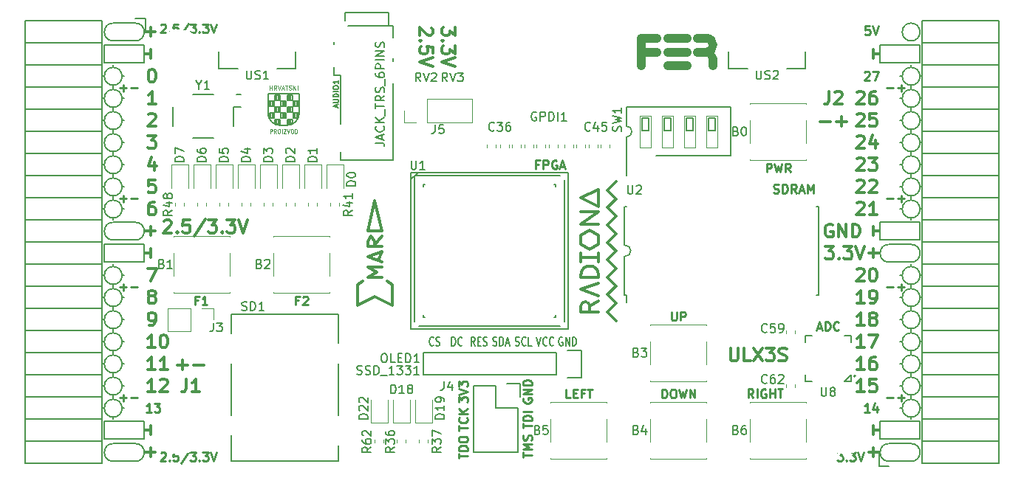
<source format=gto>
G04 #@! TF.GenerationSoftware,KiCad,Pcbnew,5.0.2+dfsg1-1*
G04 #@! TF.CreationDate,2019-06-05T12:29:05+02:00*
G04 #@! TF.ProjectId,ulx3s,756c7833-732e-46b6-9963-61645f706362,v3.0.7*
G04 #@! TF.SameCoordinates,Original*
G04 #@! TF.FileFunction,Legend,Top*
G04 #@! TF.FilePolarity,Positive*
%FSLAX46Y46*%
G04 Gerber Fmt 4.6, Leading zero omitted, Abs format (unit mm)*
G04 Created by KiCad (PCBNEW 5.0.2+dfsg1-1) date srijeda, 05. lipnja 2019. 12:29:05 CEST*
%MOMM*%
%LPD*%
G01*
G04 APERTURE LIST*
%ADD10C,0.250000*%
%ADD11C,0.300000*%
%ADD12C,0.200000*%
%ADD13C,0.150000*%
%ADD14C,0.120000*%
%ADD15C,1.000000*%
%ADD16C,0.075000*%
%ADD17C,0.152400*%
%ADD18R,0.800000X1.600000*%
%ADD19R,1.550000X1.000000*%
%ADD20R,1.550000X2.100000*%
%ADD21R,2.300000X1.900000*%
%ADD22R,2.900000X2.100000*%
%ADD23R,2.900000X2.300000*%
%ADD24R,2.900000X2.900000*%
%ADD25C,1.800000*%
%ADD26R,1.900000X2.000000*%
%ADD27R,0.500000X1.450000*%
%ADD28R,2.000000X2.000000*%
%ADD29R,2.200000X1.700000*%
%ADD30R,1.220000X2.540000*%
%ADD31R,0.400000X2.000000*%
%ADD32C,2.100000*%
%ADD33O,0.660000X1.300000*%
%ADD34R,0.660000X1.300000*%
%ADD35C,0.500000*%
%ADD36O,0.227000X0.608000*%
%ADD37O,0.608000X0.227000*%
%ADD38R,1.725000X1.725000*%
%ADD39O,0.400000X1.050000*%
%ADD40O,1.050000X0.400000*%
%ADD41R,1.050000X0.400000*%
%ADD42C,0.100000*%
%ADD43C,0.975000*%
%ADD44C,1.075000*%
%ADD45R,1.827200X2.132000*%
%ADD46O,1.827200X2.132000*%
%ADD47O,1.827200X1.827200*%
%ADD48R,1.827200X1.827200*%
%ADD49C,5.600000*%
%ADD50R,1.800000X1.800000*%
%ADD51O,1.800000X1.800000*%
%ADD52R,1.395000X1.500000*%
%ADD53R,1.650000X1.400000*%
G04 APERTURE END LIST*
D10*
X116641666Y-93497571D02*
X116308333Y-93497571D01*
X116308333Y-94021380D02*
X116308333Y-93021380D01*
X116784523Y-93021380D01*
X117117857Y-93116619D02*
X117165476Y-93069000D01*
X117260714Y-93021380D01*
X117498809Y-93021380D01*
X117594047Y-93069000D01*
X117641666Y-93116619D01*
X117689285Y-93211857D01*
X117689285Y-93307095D01*
X117641666Y-93449952D01*
X117070238Y-94021380D01*
X117689285Y-94021380D01*
X105084666Y-93497571D02*
X104751333Y-93497571D01*
X104751333Y-94021380D02*
X104751333Y-93021380D01*
X105227523Y-93021380D01*
X106132285Y-94021380D02*
X105560857Y-94021380D01*
X105846571Y-94021380D02*
X105846571Y-93021380D01*
X105751333Y-93164238D01*
X105656095Y-93259476D01*
X105560857Y-93307095D01*
X168712666Y-104671380D02*
X168379333Y-104195190D01*
X168141238Y-104671380D02*
X168141238Y-103671380D01*
X168522190Y-103671380D01*
X168617428Y-103719000D01*
X168665047Y-103766619D01*
X168712666Y-103861857D01*
X168712666Y-104004714D01*
X168665047Y-104099952D01*
X168617428Y-104147571D01*
X168522190Y-104195190D01*
X168141238Y-104195190D01*
X169141238Y-104671380D02*
X169141238Y-103671380D01*
X170141238Y-103719000D02*
X170046000Y-103671380D01*
X169903142Y-103671380D01*
X169760285Y-103719000D01*
X169665047Y-103814238D01*
X169617428Y-103909476D01*
X169569809Y-104099952D01*
X169569809Y-104242809D01*
X169617428Y-104433285D01*
X169665047Y-104528523D01*
X169760285Y-104623761D01*
X169903142Y-104671380D01*
X169998380Y-104671380D01*
X170141238Y-104623761D01*
X170188857Y-104576142D01*
X170188857Y-104242809D01*
X169998380Y-104242809D01*
X170617428Y-104671380D02*
X170617428Y-103671380D01*
X170617428Y-104147571D02*
X171188857Y-104147571D01*
X171188857Y-104671380D02*
X171188857Y-103671380D01*
X171522190Y-103671380D02*
X172093619Y-103671380D01*
X171807904Y-104671380D02*
X171807904Y-103671380D01*
X159354285Y-94799380D02*
X159354285Y-95608904D01*
X159401904Y-95704142D01*
X159449523Y-95751761D01*
X159544761Y-95799380D01*
X159735238Y-95799380D01*
X159830476Y-95751761D01*
X159878095Y-95704142D01*
X159925714Y-95608904D01*
X159925714Y-94799380D01*
X160401904Y-95799380D02*
X160401904Y-94799380D01*
X160782857Y-94799380D01*
X160878095Y-94847000D01*
X160925714Y-94894619D01*
X160973333Y-94989857D01*
X160973333Y-95132714D01*
X160925714Y-95227952D01*
X160878095Y-95275571D01*
X160782857Y-95323190D01*
X160401904Y-95323190D01*
X158259047Y-104689380D02*
X158259047Y-103689380D01*
X158497142Y-103689380D01*
X158640000Y-103737000D01*
X158735238Y-103832238D01*
X158782857Y-103927476D01*
X158830476Y-104117952D01*
X158830476Y-104260809D01*
X158782857Y-104451285D01*
X158735238Y-104546523D01*
X158640000Y-104641761D01*
X158497142Y-104689380D01*
X158259047Y-104689380D01*
X159449523Y-103689380D02*
X159640000Y-103689380D01*
X159735238Y-103737000D01*
X159830476Y-103832238D01*
X159878095Y-104022714D01*
X159878095Y-104356047D01*
X159830476Y-104546523D01*
X159735238Y-104641761D01*
X159640000Y-104689380D01*
X159449523Y-104689380D01*
X159354285Y-104641761D01*
X159259047Y-104546523D01*
X159211428Y-104356047D01*
X159211428Y-104022714D01*
X159259047Y-103832238D01*
X159354285Y-103737000D01*
X159449523Y-103689380D01*
X160211428Y-103689380D02*
X160449523Y-104689380D01*
X160640000Y-103975095D01*
X160830476Y-104689380D01*
X161068571Y-103689380D01*
X161449523Y-104689380D02*
X161449523Y-103689380D01*
X162020952Y-104689380D01*
X162020952Y-103689380D01*
X147757619Y-104689380D02*
X147281428Y-104689380D01*
X147281428Y-103689380D01*
X148090952Y-104165571D02*
X148424285Y-104165571D01*
X148567142Y-104689380D02*
X148090952Y-104689380D01*
X148090952Y-103689380D01*
X148567142Y-103689380D01*
X149329047Y-104165571D02*
X148995714Y-104165571D01*
X148995714Y-104689380D02*
X148995714Y-103689380D01*
X149471904Y-103689380D01*
X149710000Y-103689380D02*
X150281428Y-103689380D01*
X149995714Y-104689380D02*
X149995714Y-103689380D01*
X170251666Y-78781380D02*
X170251666Y-77781380D01*
X170632619Y-77781380D01*
X170727857Y-77829000D01*
X170775476Y-77876619D01*
X170823095Y-77971857D01*
X170823095Y-78114714D01*
X170775476Y-78209952D01*
X170727857Y-78257571D01*
X170632619Y-78305190D01*
X170251666Y-78305190D01*
X171156428Y-77781380D02*
X171394523Y-78781380D01*
X171585000Y-78067095D01*
X171775476Y-78781380D01*
X172013571Y-77781380D01*
X172965952Y-78781380D02*
X172632619Y-78305190D01*
X172394523Y-78781380D02*
X172394523Y-77781380D01*
X172775476Y-77781380D01*
X172870714Y-77829000D01*
X172918333Y-77876619D01*
X172965952Y-77971857D01*
X172965952Y-78114714D01*
X172918333Y-78209952D01*
X172870714Y-78257571D01*
X172775476Y-78305190D01*
X172394523Y-78305190D01*
D11*
X134560428Y-62144714D02*
X134560428Y-63073285D01*
X133989000Y-62573285D01*
X133989000Y-62787571D01*
X133917571Y-62930428D01*
X133846142Y-63001857D01*
X133703285Y-63073285D01*
X133346142Y-63073285D01*
X133203285Y-63001857D01*
X133131857Y-62930428D01*
X133060428Y-62787571D01*
X133060428Y-62359000D01*
X133131857Y-62216142D01*
X133203285Y-62144714D01*
X133203285Y-63716142D02*
X133131857Y-63787571D01*
X133060428Y-63716142D01*
X133131857Y-63644714D01*
X133203285Y-63716142D01*
X133060428Y-63716142D01*
X134560428Y-64287571D02*
X134560428Y-65216142D01*
X133989000Y-64716142D01*
X133989000Y-64930428D01*
X133917571Y-65073285D01*
X133846142Y-65144714D01*
X133703285Y-65216142D01*
X133346142Y-65216142D01*
X133203285Y-65144714D01*
X133131857Y-65073285D01*
X133060428Y-64930428D01*
X133060428Y-64501857D01*
X133131857Y-64359000D01*
X133203285Y-64287571D01*
X134560428Y-65644714D02*
X133060428Y-66144714D01*
X134560428Y-66644714D01*
X131877571Y-62216142D02*
X131949000Y-62287571D01*
X132020428Y-62430428D01*
X132020428Y-62787571D01*
X131949000Y-62930428D01*
X131877571Y-63001857D01*
X131734714Y-63073285D01*
X131591857Y-63073285D01*
X131377571Y-63001857D01*
X130520428Y-62144714D01*
X130520428Y-63073285D01*
X130663285Y-63716142D02*
X130591857Y-63787571D01*
X130520428Y-63716142D01*
X130591857Y-63644714D01*
X130663285Y-63716142D01*
X130520428Y-63716142D01*
X132020428Y-65144714D02*
X132020428Y-64430428D01*
X131306142Y-64359000D01*
X131377571Y-64430428D01*
X131449000Y-64573285D01*
X131449000Y-64930428D01*
X131377571Y-65073285D01*
X131306142Y-65144714D01*
X131163285Y-65216142D01*
X130806142Y-65216142D01*
X130663285Y-65144714D01*
X130591857Y-65073285D01*
X130520428Y-64930428D01*
X130520428Y-64573285D01*
X130591857Y-64430428D01*
X130663285Y-64359000D01*
X132020428Y-65644714D02*
X130520428Y-66144714D01*
X132020428Y-66644714D01*
X102760000Y-100897142D02*
X103902857Y-100897142D01*
X103331428Y-101468571D02*
X103331428Y-100325714D01*
X104617142Y-100897142D02*
X105760000Y-100897142D01*
X182492000Y-87582000D02*
X182492000Y-88598000D01*
X181984000Y-88090000D02*
X183254000Y-88090000D01*
X182492000Y-110442000D02*
X182492000Y-111458000D01*
X183254000Y-110950000D02*
X181984000Y-110950000D01*
X99688000Y-110442000D02*
X99688000Y-111458000D01*
X98926000Y-110950000D02*
X100196000Y-110950000D01*
X99688000Y-62182000D02*
X99688000Y-63198000D01*
X98926000Y-62690000D02*
X100196000Y-62690000D01*
X99688000Y-85042000D02*
X99688000Y-86058000D01*
X98926000Y-85550000D02*
X100196000Y-85550000D01*
D12*
X97910000Y-63706000D02*
G75*
G03X97910000Y-61674000I0J1016000D01*
G01*
X184270000Y-109934000D02*
G75*
G03X184270000Y-111966000I0J-1016000D01*
G01*
X95370000Y-111966000D02*
X97910000Y-111966000D01*
X95370000Y-109934000D02*
X97910000Y-109934000D01*
X97910000Y-111966000D02*
G75*
G03X97910000Y-109934000I0J1016000D01*
G01*
X95370000Y-109934000D02*
G75*
G03X95370000Y-111966000I0J-1016000D01*
G01*
X95370000Y-61674000D02*
X97910000Y-61674000D01*
X95370000Y-63706000D02*
X97910000Y-63706000D01*
X95370000Y-61674000D02*
G75*
G03X95370000Y-63706000I0J-1016000D01*
G01*
X95370000Y-84534000D02*
X97910000Y-84534000D01*
X95370000Y-86566000D02*
X97910000Y-86566000D01*
X95370000Y-84534000D02*
G75*
G03X95370000Y-86566000I0J-1016000D01*
G01*
X97910000Y-86566000D02*
G75*
G03X97910000Y-84534000I0J1016000D01*
G01*
X187826000Y-62690000D02*
G75*
G03X187826000Y-62690000I-1016000J0D01*
G01*
X184270000Y-89106000D02*
X186810000Y-89106000D01*
X184270000Y-87074000D02*
X186810000Y-87074000D01*
X184270000Y-87074000D02*
G75*
G03X184270000Y-89106000I0J-1016000D01*
G01*
X186810000Y-89106000D02*
G75*
G03X186810000Y-87074000I0J1016000D01*
G01*
X186810000Y-111966000D02*
X184270000Y-111966000D01*
X186810000Y-109934000D02*
X184270000Y-109934000D01*
X186810000Y-111966000D02*
G75*
G03X186810000Y-109934000I0J1016000D01*
G01*
X94354000Y-66246000D02*
X94354000Y-64214000D01*
X98926000Y-66246000D02*
X94354000Y-66246000D01*
X98926000Y-64214000D02*
X98926000Y-66246000D01*
X94354000Y-64214000D02*
X98926000Y-64214000D01*
X94354000Y-87074000D02*
X98926000Y-87074000D01*
X94354000Y-89106000D02*
X94354000Y-87074000D01*
X98926000Y-89106000D02*
X94354000Y-89106000D01*
X98926000Y-87074000D02*
X98926000Y-89106000D01*
X94354000Y-109426000D02*
X98926000Y-109426000D01*
X94354000Y-107394000D02*
X94354000Y-109426000D01*
X98926000Y-107394000D02*
X94354000Y-107394000D01*
X98926000Y-109426000D02*
X98926000Y-107394000D01*
X183254000Y-109426000D02*
X187826000Y-109426000D01*
X183254000Y-107394000D02*
X183254000Y-109426000D01*
X187826000Y-107394000D02*
X187826000Y-109426000D01*
X183254000Y-107394000D02*
X187826000Y-107394000D01*
X183254000Y-66246000D02*
X187826000Y-66246000D01*
X183254000Y-64214000D02*
X183254000Y-66246000D01*
X187826000Y-64214000D02*
X183254000Y-64214000D01*
X187826000Y-66246000D02*
X187826000Y-64214000D01*
X183254000Y-84534000D02*
X187826000Y-84534000D01*
X183254000Y-86566000D02*
X183254000Y-84534000D01*
X187826000Y-86566000D02*
X183254000Y-86566000D01*
X187826000Y-84534000D02*
X187826000Y-86566000D01*
D10*
X96148000Y-69111428D02*
X96909904Y-69111428D01*
X96528952Y-69492380D02*
X96528952Y-68730476D01*
X97386095Y-69111428D02*
X98148000Y-69111428D01*
X96148000Y-81811428D02*
X96909904Y-81811428D01*
X96528952Y-82192380D02*
X96528952Y-81430476D01*
X97386095Y-81811428D02*
X98148000Y-81811428D01*
X96148000Y-91971428D02*
X96909904Y-91971428D01*
X96528952Y-92352380D02*
X96528952Y-91590476D01*
X97386095Y-91971428D02*
X98148000Y-91971428D01*
X96148000Y-104671428D02*
X96909904Y-104671428D01*
X96528952Y-105052380D02*
X96528952Y-104290476D01*
X97386095Y-104671428D02*
X98148000Y-104671428D01*
X184032000Y-104671428D02*
X184793904Y-104671428D01*
X185270095Y-104671428D02*
X186032000Y-104671428D01*
X185651047Y-105052380D02*
X185651047Y-104290476D01*
X184032000Y-91971428D02*
X184793904Y-91971428D01*
X185270095Y-91971428D02*
X186032000Y-91971428D01*
X185651047Y-92352380D02*
X185651047Y-91590476D01*
X184032000Y-81811428D02*
X184793904Y-81811428D01*
X185270095Y-81811428D02*
X186032000Y-81811428D01*
X185651047Y-82192380D02*
X185651047Y-81430476D01*
X184032000Y-69111428D02*
X184793904Y-69111428D01*
X185270095Y-69111428D02*
X186032000Y-69111428D01*
X185651047Y-69492380D02*
X185651047Y-68730476D01*
D11*
X176420000Y-72957142D02*
X177562857Y-72957142D01*
X178277142Y-72957142D02*
X179420000Y-72957142D01*
X178848571Y-73528571D02*
X178848571Y-72385714D01*
D12*
X187826000Y-67770000D02*
G75*
G03X187826000Y-67770000I-1016000J0D01*
G01*
X187826000Y-70310000D02*
G75*
G03X187826000Y-70310000I-1016000J0D01*
G01*
X187826000Y-72850000D02*
G75*
G03X187826000Y-72850000I-1016000J0D01*
G01*
X187826000Y-75390000D02*
G75*
G03X187826000Y-75390000I-1016000J0D01*
G01*
X187826000Y-77930000D02*
G75*
G03X187826000Y-77930000I-1016000J0D01*
G01*
X187826000Y-80470000D02*
G75*
G03X187826000Y-80470000I-1016000J0D01*
G01*
X187826000Y-83010000D02*
G75*
G03X187826000Y-83010000I-1016000J0D01*
G01*
X187826000Y-90630000D02*
G75*
G03X187826000Y-90630000I-1016000J0D01*
G01*
X187826000Y-93170000D02*
G75*
G03X187826000Y-93170000I-1016000J0D01*
G01*
X187826000Y-95710000D02*
G75*
G03X187826000Y-95710000I-1016000J0D01*
G01*
X187826000Y-98250000D02*
G75*
G03X187826000Y-98250000I-1016000J0D01*
G01*
X187826000Y-100790000D02*
G75*
G03X187826000Y-100790000I-1016000J0D01*
G01*
X187826000Y-103330000D02*
G75*
G03X187826000Y-103330000I-1016000J0D01*
G01*
X187826000Y-105870000D02*
G75*
G03X187826000Y-105870000I-1016000J0D01*
G01*
X96386000Y-105870000D02*
G75*
G03X96386000Y-105870000I-1016000J0D01*
G01*
X96386000Y-103330000D02*
G75*
G03X96386000Y-103330000I-1016000J0D01*
G01*
X96386000Y-100790000D02*
G75*
G03X96386000Y-100790000I-1016000J0D01*
G01*
X96386000Y-98250000D02*
G75*
G03X96386000Y-98250000I-1016000J0D01*
G01*
X96386000Y-95710000D02*
G75*
G03X96386000Y-95710000I-1016000J0D01*
G01*
X96386000Y-93170000D02*
G75*
G03X96386000Y-93170000I-1016000J0D01*
G01*
X96386000Y-90630000D02*
G75*
G03X96386000Y-90630000I-1016000J0D01*
G01*
X96386000Y-83010000D02*
G75*
G03X96386000Y-83010000I-1016000J0D01*
G01*
X96386000Y-80470000D02*
G75*
G03X96386000Y-80470000I-1016000J0D01*
G01*
X96386000Y-77930000D02*
G75*
G03X96386000Y-77930000I-1016000J0D01*
G01*
X96386000Y-75390000D02*
G75*
G03X96386000Y-75390000I-1016000J0D01*
G01*
X96386000Y-72850000D02*
G75*
G03X96386000Y-72850000I-1016000J0D01*
G01*
X96386000Y-70310000D02*
G75*
G03X96386000Y-70310000I-1016000J0D01*
G01*
X96386000Y-67770000D02*
G75*
G03X96386000Y-67770000I-1016000J0D01*
G01*
D11*
X177793142Y-84800000D02*
X177650285Y-84728571D01*
X177436000Y-84728571D01*
X177221714Y-84800000D01*
X177078857Y-84942857D01*
X177007428Y-85085714D01*
X176936000Y-85371428D01*
X176936000Y-85585714D01*
X177007428Y-85871428D01*
X177078857Y-86014285D01*
X177221714Y-86157142D01*
X177436000Y-86228571D01*
X177578857Y-86228571D01*
X177793142Y-86157142D01*
X177864571Y-86085714D01*
X177864571Y-85585714D01*
X177578857Y-85585714D01*
X178507428Y-86228571D02*
X178507428Y-84728571D01*
X179364571Y-86228571D01*
X179364571Y-84728571D01*
X180078857Y-86228571D02*
X180078857Y-84728571D01*
X180436000Y-84728571D01*
X180650285Y-84800000D01*
X180793142Y-84942857D01*
X180864571Y-85085714D01*
X180936000Y-85371428D01*
X180936000Y-85585714D01*
X180864571Y-85871428D01*
X180793142Y-86014285D01*
X180650285Y-86157142D01*
X180436000Y-86228571D01*
X180078857Y-86228571D01*
X182492000Y-86058000D02*
X182492000Y-85042000D01*
X183254000Y-85550000D02*
X182492000Y-85550000D01*
X182492000Y-107902000D02*
X182492000Y-108918000D01*
X182492000Y-108410000D02*
X183254000Y-108410000D01*
D10*
X182047523Y-106322380D02*
X181476095Y-106322380D01*
X181761809Y-106322380D02*
X181761809Y-105322380D01*
X181666571Y-105465238D01*
X181571333Y-105560476D01*
X181476095Y-105608095D01*
X182904666Y-105655714D02*
X182904666Y-106322380D01*
X182666571Y-105274761D02*
X182428476Y-105989047D01*
X183047523Y-105989047D01*
X181476095Y-67317619D02*
X181523714Y-67270000D01*
X181618952Y-67222380D01*
X181857047Y-67222380D01*
X181952285Y-67270000D01*
X181999904Y-67317619D01*
X182047523Y-67412857D01*
X182047523Y-67508095D01*
X181999904Y-67650952D01*
X181428476Y-68222380D01*
X182047523Y-68222380D01*
X182380857Y-67222380D02*
X183047523Y-67222380D01*
X182618952Y-68222380D01*
D11*
X182492000Y-64722000D02*
X182492000Y-65738000D01*
X182492000Y-65230000D02*
X183254000Y-65230000D01*
X99688000Y-107902000D02*
X99688000Y-108918000D01*
X98926000Y-108410000D02*
X99688000Y-108410000D01*
X99315000Y-74568571D02*
X100243571Y-74568571D01*
X99743571Y-75140000D01*
X99957857Y-75140000D01*
X100100714Y-75211428D01*
X100172142Y-75282857D01*
X100243571Y-75425714D01*
X100243571Y-75782857D01*
X100172142Y-75925714D01*
X100100714Y-75997142D01*
X99957857Y-76068571D01*
X99529285Y-76068571D01*
X99386428Y-75997142D01*
X99315000Y-75925714D01*
X100100714Y-77608571D02*
X100100714Y-78608571D01*
X99743571Y-77037142D02*
X99386428Y-78108571D01*
X100315000Y-78108571D01*
X100172142Y-79648571D02*
X99457857Y-79648571D01*
X99386428Y-80362857D01*
X99457857Y-80291428D01*
X99600714Y-80220000D01*
X99957857Y-80220000D01*
X100100714Y-80291428D01*
X100172142Y-80362857D01*
X100243571Y-80505714D01*
X100243571Y-80862857D01*
X100172142Y-81005714D01*
X100100714Y-81077142D01*
X99957857Y-81148571D01*
X99600714Y-81148571D01*
X99457857Y-81077142D01*
X99386428Y-81005714D01*
D10*
X99751523Y-106322380D02*
X99180095Y-106322380D01*
X99465809Y-106322380D02*
X99465809Y-105322380D01*
X99370571Y-105465238D01*
X99275333Y-105560476D01*
X99180095Y-105608095D01*
X100084857Y-105322380D02*
X100703904Y-105322380D01*
X100370571Y-105703333D01*
X100513428Y-105703333D01*
X100608666Y-105750952D01*
X100656285Y-105798571D01*
X100703904Y-105893809D01*
X100703904Y-106131904D01*
X100656285Y-106227142D01*
X100608666Y-106274761D01*
X100513428Y-106322380D01*
X100227714Y-106322380D01*
X100132476Y-106274761D01*
X100084857Y-106227142D01*
D11*
X99315000Y-89808571D02*
X100315000Y-89808571D01*
X99672142Y-91308571D01*
X99688000Y-87582000D02*
X99688000Y-88598000D01*
X98926000Y-88090000D02*
X99688000Y-88090000D01*
X99688000Y-64722000D02*
X99688000Y-65738000D01*
X98926000Y-65230000D02*
X99688000Y-65230000D01*
D10*
X100817976Y-61874619D02*
X100865595Y-61827000D01*
X100960833Y-61779380D01*
X101198928Y-61779380D01*
X101294166Y-61827000D01*
X101341785Y-61874619D01*
X101389404Y-61969857D01*
X101389404Y-62065095D01*
X101341785Y-62207952D01*
X100770357Y-62779380D01*
X101389404Y-62779380D01*
X101817976Y-62684142D02*
X101865595Y-62731761D01*
X101817976Y-62779380D01*
X101770357Y-62731761D01*
X101817976Y-62684142D01*
X101817976Y-62779380D01*
X102770357Y-61779380D02*
X102294166Y-61779380D01*
X102246547Y-62255571D01*
X102294166Y-62207952D01*
X102389404Y-62160333D01*
X102627500Y-62160333D01*
X102722738Y-62207952D01*
X102770357Y-62255571D01*
X102817976Y-62350809D01*
X102817976Y-62588904D01*
X102770357Y-62684142D01*
X102722738Y-62731761D01*
X102627500Y-62779380D01*
X102389404Y-62779380D01*
X102294166Y-62731761D01*
X102246547Y-62684142D01*
X103960833Y-61731761D02*
X103103690Y-63017476D01*
X104198928Y-61779380D02*
X104817976Y-61779380D01*
X104484642Y-62160333D01*
X104627500Y-62160333D01*
X104722738Y-62207952D01*
X104770357Y-62255571D01*
X104817976Y-62350809D01*
X104817976Y-62588904D01*
X104770357Y-62684142D01*
X104722738Y-62731761D01*
X104627500Y-62779380D01*
X104341785Y-62779380D01*
X104246547Y-62731761D01*
X104198928Y-62684142D01*
X105246547Y-62684142D02*
X105294166Y-62731761D01*
X105246547Y-62779380D01*
X105198928Y-62731761D01*
X105246547Y-62684142D01*
X105246547Y-62779380D01*
X105627500Y-61779380D02*
X106246547Y-61779380D01*
X105913214Y-62160333D01*
X106056071Y-62160333D01*
X106151309Y-62207952D01*
X106198928Y-62255571D01*
X106246547Y-62350809D01*
X106246547Y-62588904D01*
X106198928Y-62684142D01*
X106151309Y-62731761D01*
X106056071Y-62779380D01*
X105770357Y-62779380D01*
X105675119Y-62731761D01*
X105627500Y-62684142D01*
X106532261Y-61779380D02*
X106865595Y-62779380D01*
X107198928Y-61779380D01*
X178360261Y-110910380D02*
X178979309Y-110910380D01*
X178645976Y-111291333D01*
X178788833Y-111291333D01*
X178884071Y-111338952D01*
X178931690Y-111386571D01*
X178979309Y-111481809D01*
X178979309Y-111719904D01*
X178931690Y-111815142D01*
X178884071Y-111862761D01*
X178788833Y-111910380D01*
X178503119Y-111910380D01*
X178407880Y-111862761D01*
X178360261Y-111815142D01*
X179407880Y-111815142D02*
X179455500Y-111862761D01*
X179407880Y-111910380D01*
X179360261Y-111862761D01*
X179407880Y-111815142D01*
X179407880Y-111910380D01*
X179788833Y-110910380D02*
X180407880Y-110910380D01*
X180074547Y-111291333D01*
X180217404Y-111291333D01*
X180312642Y-111338952D01*
X180360261Y-111386571D01*
X180407880Y-111481809D01*
X180407880Y-111719904D01*
X180360261Y-111815142D01*
X180312642Y-111862761D01*
X180217404Y-111910380D01*
X179931690Y-111910380D01*
X179836452Y-111862761D01*
X179788833Y-111815142D01*
X180693595Y-110910380D02*
X181026928Y-111910380D01*
X181360261Y-110910380D01*
D11*
X101199714Y-84381428D02*
X101271142Y-84310000D01*
X101414000Y-84238571D01*
X101771142Y-84238571D01*
X101914000Y-84310000D01*
X101985428Y-84381428D01*
X102056857Y-84524285D01*
X102056857Y-84667142D01*
X101985428Y-84881428D01*
X101128285Y-85738571D01*
X102056857Y-85738571D01*
X102699714Y-85595714D02*
X102771142Y-85667142D01*
X102699714Y-85738571D01*
X102628285Y-85667142D01*
X102699714Y-85595714D01*
X102699714Y-85738571D01*
X104128285Y-84238571D02*
X103414000Y-84238571D01*
X103342571Y-84952857D01*
X103414000Y-84881428D01*
X103556857Y-84810000D01*
X103914000Y-84810000D01*
X104056857Y-84881428D01*
X104128285Y-84952857D01*
X104199714Y-85095714D01*
X104199714Y-85452857D01*
X104128285Y-85595714D01*
X104056857Y-85667142D01*
X103914000Y-85738571D01*
X103556857Y-85738571D01*
X103414000Y-85667142D01*
X103342571Y-85595714D01*
X105914000Y-84167142D02*
X104628285Y-86095714D01*
X106271142Y-84238571D02*
X107199714Y-84238571D01*
X106699714Y-84810000D01*
X106914000Y-84810000D01*
X107056857Y-84881428D01*
X107128285Y-84952857D01*
X107199714Y-85095714D01*
X107199714Y-85452857D01*
X107128285Y-85595714D01*
X107056857Y-85667142D01*
X106914000Y-85738571D01*
X106485428Y-85738571D01*
X106342571Y-85667142D01*
X106271142Y-85595714D01*
X107842571Y-85595714D02*
X107914000Y-85667142D01*
X107842571Y-85738571D01*
X107771142Y-85667142D01*
X107842571Y-85595714D01*
X107842571Y-85738571D01*
X108414000Y-84238571D02*
X109342571Y-84238571D01*
X108842571Y-84810000D01*
X109056857Y-84810000D01*
X109199714Y-84881428D01*
X109271142Y-84952857D01*
X109342571Y-85095714D01*
X109342571Y-85452857D01*
X109271142Y-85595714D01*
X109199714Y-85667142D01*
X109056857Y-85738571D01*
X108628285Y-85738571D01*
X108485428Y-85667142D01*
X108414000Y-85595714D01*
X109771142Y-84238571D02*
X110271142Y-85738571D01*
X110771142Y-84238571D01*
D10*
X100817976Y-111023619D02*
X100865595Y-110976000D01*
X100960833Y-110928380D01*
X101198928Y-110928380D01*
X101294166Y-110976000D01*
X101341785Y-111023619D01*
X101389404Y-111118857D01*
X101389404Y-111214095D01*
X101341785Y-111356952D01*
X100770357Y-111928380D01*
X101389404Y-111928380D01*
X101817976Y-111833142D02*
X101865595Y-111880761D01*
X101817976Y-111928380D01*
X101770357Y-111880761D01*
X101817976Y-111833142D01*
X101817976Y-111928380D01*
X102770357Y-110928380D02*
X102294166Y-110928380D01*
X102246547Y-111404571D01*
X102294166Y-111356952D01*
X102389404Y-111309333D01*
X102627500Y-111309333D01*
X102722738Y-111356952D01*
X102770357Y-111404571D01*
X102817976Y-111499809D01*
X102817976Y-111737904D01*
X102770357Y-111833142D01*
X102722738Y-111880761D01*
X102627500Y-111928380D01*
X102389404Y-111928380D01*
X102294166Y-111880761D01*
X102246547Y-111833142D01*
X103960833Y-110880761D02*
X103103690Y-112166476D01*
X104198928Y-110928380D02*
X104817976Y-110928380D01*
X104484642Y-111309333D01*
X104627500Y-111309333D01*
X104722738Y-111356952D01*
X104770357Y-111404571D01*
X104817976Y-111499809D01*
X104817976Y-111737904D01*
X104770357Y-111833142D01*
X104722738Y-111880761D01*
X104627500Y-111928380D01*
X104341785Y-111928380D01*
X104246547Y-111880761D01*
X104198928Y-111833142D01*
X105246547Y-111833142D02*
X105294166Y-111880761D01*
X105246547Y-111928380D01*
X105198928Y-111880761D01*
X105246547Y-111833142D01*
X105246547Y-111928380D01*
X105627500Y-110928380D02*
X106246547Y-110928380D01*
X105913214Y-111309333D01*
X106056071Y-111309333D01*
X106151309Y-111356952D01*
X106198928Y-111404571D01*
X106246547Y-111499809D01*
X106246547Y-111737904D01*
X106198928Y-111833142D01*
X106151309Y-111880761D01*
X106056071Y-111928380D01*
X105770357Y-111928380D01*
X105675119Y-111880761D01*
X105627500Y-111833142D01*
X106532261Y-110928380D02*
X106865595Y-111928380D01*
X107198928Y-110928380D01*
X182047523Y-62015380D02*
X181571333Y-62015380D01*
X181523714Y-62491571D01*
X181571333Y-62443952D01*
X181666571Y-62396333D01*
X181904666Y-62396333D01*
X181999904Y-62443952D01*
X182047523Y-62491571D01*
X182095142Y-62586809D01*
X182095142Y-62824904D01*
X182047523Y-62920142D01*
X181999904Y-62967761D01*
X181904666Y-63015380D01*
X181666571Y-63015380D01*
X181571333Y-62967761D01*
X181523714Y-62920142D01*
X182380857Y-62015380D02*
X182714190Y-63015380D01*
X183047523Y-62015380D01*
D11*
X180587142Y-69631428D02*
X180658571Y-69560000D01*
X180801428Y-69488571D01*
X181158571Y-69488571D01*
X181301428Y-69560000D01*
X181372857Y-69631428D01*
X181444285Y-69774285D01*
X181444285Y-69917142D01*
X181372857Y-70131428D01*
X180515714Y-70988571D01*
X181444285Y-70988571D01*
X182730000Y-69488571D02*
X182444285Y-69488571D01*
X182301428Y-69560000D01*
X182230000Y-69631428D01*
X182087142Y-69845714D01*
X182015714Y-70131428D01*
X182015714Y-70702857D01*
X182087142Y-70845714D01*
X182158571Y-70917142D01*
X182301428Y-70988571D01*
X182587142Y-70988571D01*
X182730000Y-70917142D01*
X182801428Y-70845714D01*
X182872857Y-70702857D01*
X182872857Y-70345714D01*
X182801428Y-70202857D01*
X182730000Y-70131428D01*
X182587142Y-70060000D01*
X182301428Y-70060000D01*
X182158571Y-70131428D01*
X182087142Y-70202857D01*
X182015714Y-70345714D01*
X180587142Y-72171428D02*
X180658571Y-72100000D01*
X180801428Y-72028571D01*
X181158571Y-72028571D01*
X181301428Y-72100000D01*
X181372857Y-72171428D01*
X181444285Y-72314285D01*
X181444285Y-72457142D01*
X181372857Y-72671428D01*
X180515714Y-73528571D01*
X181444285Y-73528571D01*
X182801428Y-72028571D02*
X182087142Y-72028571D01*
X182015714Y-72742857D01*
X182087142Y-72671428D01*
X182230000Y-72600000D01*
X182587142Y-72600000D01*
X182730000Y-72671428D01*
X182801428Y-72742857D01*
X182872857Y-72885714D01*
X182872857Y-73242857D01*
X182801428Y-73385714D01*
X182730000Y-73457142D01*
X182587142Y-73528571D01*
X182230000Y-73528571D01*
X182087142Y-73457142D01*
X182015714Y-73385714D01*
X180587142Y-74711428D02*
X180658571Y-74640000D01*
X180801428Y-74568571D01*
X181158571Y-74568571D01*
X181301428Y-74640000D01*
X181372857Y-74711428D01*
X181444285Y-74854285D01*
X181444285Y-74997142D01*
X181372857Y-75211428D01*
X180515714Y-76068571D01*
X181444285Y-76068571D01*
X182730000Y-75068571D02*
X182730000Y-76068571D01*
X182372857Y-74497142D02*
X182015714Y-75568571D01*
X182944285Y-75568571D01*
X180587142Y-77251428D02*
X180658571Y-77180000D01*
X180801428Y-77108571D01*
X181158571Y-77108571D01*
X181301428Y-77180000D01*
X181372857Y-77251428D01*
X181444285Y-77394285D01*
X181444285Y-77537142D01*
X181372857Y-77751428D01*
X180515714Y-78608571D01*
X181444285Y-78608571D01*
X181944285Y-77108571D02*
X182872857Y-77108571D01*
X182372857Y-77680000D01*
X182587142Y-77680000D01*
X182730000Y-77751428D01*
X182801428Y-77822857D01*
X182872857Y-77965714D01*
X182872857Y-78322857D01*
X182801428Y-78465714D01*
X182730000Y-78537142D01*
X182587142Y-78608571D01*
X182158571Y-78608571D01*
X182015714Y-78537142D01*
X181944285Y-78465714D01*
X180587142Y-79791428D02*
X180658571Y-79720000D01*
X180801428Y-79648571D01*
X181158571Y-79648571D01*
X181301428Y-79720000D01*
X181372857Y-79791428D01*
X181444285Y-79934285D01*
X181444285Y-80077142D01*
X181372857Y-80291428D01*
X180515714Y-81148571D01*
X181444285Y-81148571D01*
X182015714Y-79791428D02*
X182087142Y-79720000D01*
X182230000Y-79648571D01*
X182587142Y-79648571D01*
X182730000Y-79720000D01*
X182801428Y-79791428D01*
X182872857Y-79934285D01*
X182872857Y-80077142D01*
X182801428Y-80291428D01*
X181944285Y-81148571D01*
X182872857Y-81148571D01*
X180587142Y-82331428D02*
X180658571Y-82260000D01*
X180801428Y-82188571D01*
X181158571Y-82188571D01*
X181301428Y-82260000D01*
X181372857Y-82331428D01*
X181444285Y-82474285D01*
X181444285Y-82617142D01*
X181372857Y-82831428D01*
X180515714Y-83688571D01*
X181444285Y-83688571D01*
X182872857Y-83688571D02*
X182015714Y-83688571D01*
X182444285Y-83688571D02*
X182444285Y-82188571D01*
X182301428Y-82402857D01*
X182158571Y-82545714D01*
X182015714Y-82617142D01*
X176975714Y-87268571D02*
X177904285Y-87268571D01*
X177404285Y-87840000D01*
X177618571Y-87840000D01*
X177761428Y-87911428D01*
X177832857Y-87982857D01*
X177904285Y-88125714D01*
X177904285Y-88482857D01*
X177832857Y-88625714D01*
X177761428Y-88697142D01*
X177618571Y-88768571D01*
X177190000Y-88768571D01*
X177047142Y-88697142D01*
X176975714Y-88625714D01*
X178547142Y-88625714D02*
X178618571Y-88697142D01*
X178547142Y-88768571D01*
X178475714Y-88697142D01*
X178547142Y-88625714D01*
X178547142Y-88768571D01*
X179118571Y-87268571D02*
X180047142Y-87268571D01*
X179547142Y-87840000D01*
X179761428Y-87840000D01*
X179904285Y-87911428D01*
X179975714Y-87982857D01*
X180047142Y-88125714D01*
X180047142Y-88482857D01*
X179975714Y-88625714D01*
X179904285Y-88697142D01*
X179761428Y-88768571D01*
X179332857Y-88768571D01*
X179190000Y-88697142D01*
X179118571Y-88625714D01*
X180475714Y-87268571D02*
X180975714Y-88768571D01*
X181475714Y-87268571D01*
X180587142Y-89951428D02*
X180658571Y-89880000D01*
X180801428Y-89808571D01*
X181158571Y-89808571D01*
X181301428Y-89880000D01*
X181372857Y-89951428D01*
X181444285Y-90094285D01*
X181444285Y-90237142D01*
X181372857Y-90451428D01*
X180515714Y-91308571D01*
X181444285Y-91308571D01*
X182372857Y-89808571D02*
X182515714Y-89808571D01*
X182658571Y-89880000D01*
X182730000Y-89951428D01*
X182801428Y-90094285D01*
X182872857Y-90380000D01*
X182872857Y-90737142D01*
X182801428Y-91022857D01*
X182730000Y-91165714D01*
X182658571Y-91237142D01*
X182515714Y-91308571D01*
X182372857Y-91308571D01*
X182230000Y-91237142D01*
X182158571Y-91165714D01*
X182087142Y-91022857D01*
X182015714Y-90737142D01*
X182015714Y-90380000D01*
X182087142Y-90094285D01*
X182158571Y-89951428D01*
X182230000Y-89880000D01*
X182372857Y-89808571D01*
X181444285Y-93848571D02*
X180587142Y-93848571D01*
X181015714Y-93848571D02*
X181015714Y-92348571D01*
X180872857Y-92562857D01*
X180730000Y-92705714D01*
X180587142Y-92777142D01*
X182158571Y-93848571D02*
X182444285Y-93848571D01*
X182587142Y-93777142D01*
X182658571Y-93705714D01*
X182801428Y-93491428D01*
X182872857Y-93205714D01*
X182872857Y-92634285D01*
X182801428Y-92491428D01*
X182730000Y-92420000D01*
X182587142Y-92348571D01*
X182301428Y-92348571D01*
X182158571Y-92420000D01*
X182087142Y-92491428D01*
X182015714Y-92634285D01*
X182015714Y-92991428D01*
X182087142Y-93134285D01*
X182158571Y-93205714D01*
X182301428Y-93277142D01*
X182587142Y-93277142D01*
X182730000Y-93205714D01*
X182801428Y-93134285D01*
X182872857Y-92991428D01*
X181444285Y-96388571D02*
X180587142Y-96388571D01*
X181015714Y-96388571D02*
X181015714Y-94888571D01*
X180872857Y-95102857D01*
X180730000Y-95245714D01*
X180587142Y-95317142D01*
X182301428Y-95531428D02*
X182158571Y-95460000D01*
X182087142Y-95388571D01*
X182015714Y-95245714D01*
X182015714Y-95174285D01*
X182087142Y-95031428D01*
X182158571Y-94960000D01*
X182301428Y-94888571D01*
X182587142Y-94888571D01*
X182730000Y-94960000D01*
X182801428Y-95031428D01*
X182872857Y-95174285D01*
X182872857Y-95245714D01*
X182801428Y-95388571D01*
X182730000Y-95460000D01*
X182587142Y-95531428D01*
X182301428Y-95531428D01*
X182158571Y-95602857D01*
X182087142Y-95674285D01*
X182015714Y-95817142D01*
X182015714Y-96102857D01*
X182087142Y-96245714D01*
X182158571Y-96317142D01*
X182301428Y-96388571D01*
X182587142Y-96388571D01*
X182730000Y-96317142D01*
X182801428Y-96245714D01*
X182872857Y-96102857D01*
X182872857Y-95817142D01*
X182801428Y-95674285D01*
X182730000Y-95602857D01*
X182587142Y-95531428D01*
X181444285Y-98928571D02*
X180587142Y-98928571D01*
X181015714Y-98928571D02*
X181015714Y-97428571D01*
X180872857Y-97642857D01*
X180730000Y-97785714D01*
X180587142Y-97857142D01*
X181944285Y-97428571D02*
X182944285Y-97428571D01*
X182301428Y-98928571D01*
X181444285Y-101468571D02*
X180587142Y-101468571D01*
X181015714Y-101468571D02*
X181015714Y-99968571D01*
X180872857Y-100182857D01*
X180730000Y-100325714D01*
X180587142Y-100397142D01*
X182730000Y-99968571D02*
X182444285Y-99968571D01*
X182301428Y-100040000D01*
X182230000Y-100111428D01*
X182087142Y-100325714D01*
X182015714Y-100611428D01*
X182015714Y-101182857D01*
X182087142Y-101325714D01*
X182158571Y-101397142D01*
X182301428Y-101468571D01*
X182587142Y-101468571D01*
X182730000Y-101397142D01*
X182801428Y-101325714D01*
X182872857Y-101182857D01*
X182872857Y-100825714D01*
X182801428Y-100682857D01*
X182730000Y-100611428D01*
X182587142Y-100540000D01*
X182301428Y-100540000D01*
X182158571Y-100611428D01*
X182087142Y-100682857D01*
X182015714Y-100825714D01*
X181444285Y-104008571D02*
X180587142Y-104008571D01*
X181015714Y-104008571D02*
X181015714Y-102508571D01*
X180872857Y-102722857D01*
X180730000Y-102865714D01*
X180587142Y-102937142D01*
X182801428Y-102508571D02*
X182087142Y-102508571D01*
X182015714Y-103222857D01*
X182087142Y-103151428D01*
X182230000Y-103080000D01*
X182587142Y-103080000D01*
X182730000Y-103151428D01*
X182801428Y-103222857D01*
X182872857Y-103365714D01*
X182872857Y-103722857D01*
X182801428Y-103865714D01*
X182730000Y-103937142D01*
X182587142Y-104008571D01*
X182230000Y-104008571D01*
X182087142Y-103937142D01*
X182015714Y-103865714D01*
D12*
X186810000Y-66500000D02*
X186810000Y-66754000D01*
X187826000Y-67770000D02*
X188080000Y-67770000D01*
X185540000Y-67770000D02*
X185794000Y-67770000D01*
X186810000Y-69294000D02*
X186810000Y-68786000D01*
X187826000Y-70310000D02*
X188080000Y-70310000D01*
X185540000Y-70310000D02*
X185794000Y-70310000D01*
X186810000Y-71326000D02*
X186810000Y-71834000D01*
X187826000Y-72850000D02*
X188080000Y-72850000D01*
X185540000Y-72850000D02*
X185794000Y-72850000D01*
X186810000Y-73866000D02*
X186810000Y-74374000D01*
X187826000Y-75390000D02*
X188080000Y-75390000D01*
X185540000Y-75390000D02*
X185794000Y-75390000D01*
X186810000Y-76406000D02*
X186810000Y-76914000D01*
X187826000Y-77930000D02*
X188080000Y-77930000D01*
X185540000Y-77930000D02*
X185794000Y-77930000D01*
X186810000Y-79454000D02*
X186810000Y-78946000D01*
X187826000Y-80470000D02*
X188080000Y-80470000D01*
X185540000Y-80470000D02*
X185794000Y-80470000D01*
X186810000Y-81994000D02*
X186810000Y-81486000D01*
X187826000Y-83010000D02*
X188080000Y-83010000D01*
X185540000Y-83010000D02*
X185794000Y-83010000D01*
X186810000Y-84026000D02*
X186810000Y-84280000D01*
X186810000Y-89360000D02*
X186810000Y-89614000D01*
X187826000Y-90630000D02*
X188080000Y-90630000D01*
X185540000Y-90630000D02*
X185794000Y-90630000D01*
X186810000Y-91646000D02*
X186810000Y-92154000D01*
X187826000Y-93170000D02*
X188080000Y-93170000D01*
X185540000Y-93170000D02*
X185794000Y-93170000D01*
X186810000Y-94186000D02*
X186810000Y-94694000D01*
X187826000Y-95710000D02*
X188080000Y-95710000D01*
X185540000Y-95710000D02*
X185794000Y-95710000D01*
X186810000Y-97234000D02*
X186810000Y-96726000D01*
X187826000Y-98250000D02*
X188080000Y-98250000D01*
X185540000Y-98250000D02*
X185794000Y-98250000D01*
X187826000Y-100790000D02*
X188080000Y-100790000D01*
X185540000Y-100790000D02*
X185794000Y-100790000D01*
X186810000Y-99266000D02*
X186810000Y-99774000D01*
X186810000Y-102314000D02*
X186810000Y-101806000D01*
X187826000Y-103330000D02*
X188080000Y-103330000D01*
X185540000Y-103330000D02*
X185794000Y-103330000D01*
X186810000Y-104346000D02*
X186810000Y-104854000D01*
X185540000Y-105870000D02*
X185794000Y-105870000D01*
X187826000Y-105870000D02*
X188080000Y-105870000D01*
X186810000Y-106886000D02*
X186810000Y-107140000D01*
X95370000Y-66754000D02*
X95370000Y-66500000D01*
X96386000Y-67770000D02*
X96640000Y-67770000D01*
X94100000Y-67770000D02*
X94354000Y-67770000D01*
X95370000Y-68786000D02*
X95370000Y-69294000D01*
X96386000Y-70310000D02*
X96640000Y-70310000D01*
X94100000Y-70310000D02*
X94354000Y-70310000D01*
X95370000Y-71326000D02*
X95370000Y-71834000D01*
X96386000Y-72850000D02*
X96640000Y-72850000D01*
X94100000Y-72850000D02*
X94354000Y-72850000D01*
X95370000Y-73866000D02*
X95370000Y-74374000D01*
X96386000Y-75390000D02*
X96640000Y-75390000D01*
X95370000Y-76406000D02*
X95370000Y-76914000D01*
X96386000Y-77930000D02*
X96640000Y-77930000D01*
X94100000Y-77930000D02*
X94354000Y-77930000D01*
X95370000Y-79454000D02*
X95370000Y-78946000D01*
X96386000Y-80470000D02*
X96640000Y-80470000D01*
X94100000Y-80470000D02*
X94354000Y-80470000D01*
X95370000Y-81486000D02*
X95370000Y-81994000D01*
X96386000Y-83010000D02*
X96640000Y-83010000D01*
X95370000Y-84026000D02*
X95370000Y-84280000D01*
X94100000Y-83010000D02*
X94354000Y-83010000D01*
X95370000Y-106886000D02*
X95370000Y-107140000D01*
X95370000Y-89360000D02*
X95370000Y-89614000D01*
X96386000Y-93170000D02*
X96640000Y-93170000D01*
X94100000Y-93170000D02*
X94354000Y-93170000D01*
X95370000Y-94186000D02*
X95370000Y-94694000D01*
X94100000Y-90630000D02*
X94354000Y-90630000D01*
X96386000Y-90630000D02*
X96640000Y-90630000D01*
X95370000Y-92154000D02*
X95370000Y-91646000D01*
X96386000Y-95710000D02*
X96640000Y-95710000D01*
X94100000Y-95710000D02*
X94354000Y-95710000D01*
X96386000Y-98250000D02*
X96640000Y-98250000D01*
X94354000Y-98250000D02*
X94100000Y-98250000D01*
X95370000Y-96726000D02*
X95370000Y-97234000D01*
X95370000Y-99266000D02*
X95370000Y-99774000D01*
X94100000Y-100790000D02*
X94354000Y-100790000D01*
X96386000Y-100790000D02*
X96640000Y-100790000D01*
X94100000Y-103330000D02*
X94354000Y-103330000D01*
X96386000Y-103330000D02*
X96640000Y-103330000D01*
X95370000Y-101806000D02*
X95370000Y-102314000D01*
X95370000Y-104346000D02*
X95370000Y-104854000D01*
X96386000Y-105870000D02*
X96640000Y-105870000D01*
X94100000Y-105870000D02*
X94354000Y-105870000D01*
D11*
X100164285Y-104008571D02*
X99307142Y-104008571D01*
X99735714Y-104008571D02*
X99735714Y-102508571D01*
X99592857Y-102722857D01*
X99450000Y-102865714D01*
X99307142Y-102937142D01*
X100735714Y-102651428D02*
X100807142Y-102580000D01*
X100950000Y-102508571D01*
X101307142Y-102508571D01*
X101450000Y-102580000D01*
X101521428Y-102651428D01*
X101592857Y-102794285D01*
X101592857Y-102937142D01*
X101521428Y-103151428D01*
X100664285Y-104008571D01*
X101592857Y-104008571D01*
X100164285Y-101468571D02*
X99307142Y-101468571D01*
X99735714Y-101468571D02*
X99735714Y-99968571D01*
X99592857Y-100182857D01*
X99450000Y-100325714D01*
X99307142Y-100397142D01*
X101592857Y-101468571D02*
X100735714Y-101468571D01*
X101164285Y-101468571D02*
X101164285Y-99968571D01*
X101021428Y-100182857D01*
X100878571Y-100325714D01*
X100735714Y-100397142D01*
X100164285Y-98928571D02*
X99307142Y-98928571D01*
X99735714Y-98928571D02*
X99735714Y-97428571D01*
X99592857Y-97642857D01*
X99450000Y-97785714D01*
X99307142Y-97857142D01*
X101092857Y-97428571D02*
X101235714Y-97428571D01*
X101378571Y-97500000D01*
X101450000Y-97571428D01*
X101521428Y-97714285D01*
X101592857Y-98000000D01*
X101592857Y-98357142D01*
X101521428Y-98642857D01*
X101450000Y-98785714D01*
X101378571Y-98857142D01*
X101235714Y-98928571D01*
X101092857Y-98928571D01*
X100950000Y-98857142D01*
X100878571Y-98785714D01*
X100807142Y-98642857D01*
X100735714Y-98357142D01*
X100735714Y-98000000D01*
X100807142Y-97714285D01*
X100878571Y-97571428D01*
X100950000Y-97500000D01*
X101092857Y-97428571D01*
X99529285Y-96388571D02*
X99815000Y-96388571D01*
X99957857Y-96317142D01*
X100029285Y-96245714D01*
X100172142Y-96031428D01*
X100243571Y-95745714D01*
X100243571Y-95174285D01*
X100172142Y-95031428D01*
X100100714Y-94960000D01*
X99957857Y-94888571D01*
X99672142Y-94888571D01*
X99529285Y-94960000D01*
X99457857Y-95031428D01*
X99386428Y-95174285D01*
X99386428Y-95531428D01*
X99457857Y-95674285D01*
X99529285Y-95745714D01*
X99672142Y-95817142D01*
X99957857Y-95817142D01*
X100100714Y-95745714D01*
X100172142Y-95674285D01*
X100243571Y-95531428D01*
X99672142Y-92991428D02*
X99529285Y-92920000D01*
X99457857Y-92848571D01*
X99386428Y-92705714D01*
X99386428Y-92634285D01*
X99457857Y-92491428D01*
X99529285Y-92420000D01*
X99672142Y-92348571D01*
X99957857Y-92348571D01*
X100100714Y-92420000D01*
X100172142Y-92491428D01*
X100243571Y-92634285D01*
X100243571Y-92705714D01*
X100172142Y-92848571D01*
X100100714Y-92920000D01*
X99957857Y-92991428D01*
X99672142Y-92991428D01*
X99529285Y-93062857D01*
X99457857Y-93134285D01*
X99386428Y-93277142D01*
X99386428Y-93562857D01*
X99457857Y-93705714D01*
X99529285Y-93777142D01*
X99672142Y-93848571D01*
X99957857Y-93848571D01*
X100100714Y-93777142D01*
X100172142Y-93705714D01*
X100243571Y-93562857D01*
X100243571Y-93277142D01*
X100172142Y-93134285D01*
X100100714Y-93062857D01*
X99957857Y-92991428D01*
X100100714Y-82188571D02*
X99815000Y-82188571D01*
X99672142Y-82260000D01*
X99600714Y-82331428D01*
X99457857Y-82545714D01*
X99386428Y-82831428D01*
X99386428Y-83402857D01*
X99457857Y-83545714D01*
X99529285Y-83617142D01*
X99672142Y-83688571D01*
X99957857Y-83688571D01*
X100100714Y-83617142D01*
X100172142Y-83545714D01*
X100243571Y-83402857D01*
X100243571Y-83045714D01*
X100172142Y-82902857D01*
X100100714Y-82831428D01*
X99957857Y-82760000D01*
X99672142Y-82760000D01*
X99529285Y-82831428D01*
X99457857Y-82902857D01*
X99386428Y-83045714D01*
X99386428Y-72171428D02*
X99457857Y-72100000D01*
X99600714Y-72028571D01*
X99957857Y-72028571D01*
X100100714Y-72100000D01*
X100172142Y-72171428D01*
X100243571Y-72314285D01*
X100243571Y-72457142D01*
X100172142Y-72671428D01*
X99315000Y-73528571D01*
X100243571Y-73528571D01*
X100243571Y-70988571D02*
X99386428Y-70988571D01*
X99815000Y-70988571D02*
X99815000Y-69488571D01*
X99672142Y-69702857D01*
X99529285Y-69845714D01*
X99386428Y-69917142D01*
X99743571Y-66948571D02*
X99886428Y-66948571D01*
X100029285Y-67020000D01*
X100100714Y-67091428D01*
X100172142Y-67234285D01*
X100243571Y-67520000D01*
X100243571Y-67877142D01*
X100172142Y-68162857D01*
X100100714Y-68305714D01*
X100029285Y-68377142D01*
X99886428Y-68448571D01*
X99743571Y-68448571D01*
X99600714Y-68377142D01*
X99529285Y-68305714D01*
X99457857Y-68162857D01*
X99386428Y-67877142D01*
X99386428Y-67520000D01*
X99457857Y-67234285D01*
X99529285Y-67091428D01*
X99600714Y-67020000D01*
X99743571Y-66948571D01*
X166105428Y-98952571D02*
X166105428Y-100166857D01*
X166176857Y-100309714D01*
X166248285Y-100381142D01*
X166391142Y-100452571D01*
X166676857Y-100452571D01*
X166819714Y-100381142D01*
X166891142Y-100309714D01*
X166962571Y-100166857D01*
X166962571Y-98952571D01*
X168391142Y-100452571D02*
X167676857Y-100452571D01*
X167676857Y-98952571D01*
X168748285Y-98952571D02*
X169748285Y-100452571D01*
X169748285Y-98952571D02*
X168748285Y-100452571D01*
X170176857Y-98952571D02*
X171105428Y-98952571D01*
X170605428Y-99524000D01*
X170819714Y-99524000D01*
X170962571Y-99595428D01*
X171034000Y-99666857D01*
X171105428Y-99809714D01*
X171105428Y-100166857D01*
X171034000Y-100309714D01*
X170962571Y-100381142D01*
X170819714Y-100452571D01*
X170391142Y-100452571D01*
X170248285Y-100381142D01*
X170176857Y-100309714D01*
X171676857Y-100381142D02*
X171891142Y-100452571D01*
X172248285Y-100452571D01*
X172391142Y-100381142D01*
X172462571Y-100309714D01*
X172534000Y-100166857D01*
X172534000Y-100024000D01*
X172462571Y-99881142D01*
X172391142Y-99809714D01*
X172248285Y-99738285D01*
X171962571Y-99666857D01*
X171819714Y-99595428D01*
X171748285Y-99524000D01*
X171676857Y-99381142D01*
X171676857Y-99238285D01*
X171748285Y-99095428D01*
X171819714Y-99024000D01*
X171962571Y-98952571D01*
X172319714Y-98952571D01*
X172534000Y-99024000D01*
D10*
X144137285Y-77876571D02*
X143803952Y-77876571D01*
X143803952Y-78400380D02*
X143803952Y-77400380D01*
X144280142Y-77400380D01*
X144661095Y-78400380D02*
X144661095Y-77400380D01*
X145042047Y-77400380D01*
X145137285Y-77448000D01*
X145184904Y-77495619D01*
X145232523Y-77590857D01*
X145232523Y-77733714D01*
X145184904Y-77828952D01*
X145137285Y-77876571D01*
X145042047Y-77924190D01*
X144661095Y-77924190D01*
X146184904Y-77448000D02*
X146089666Y-77400380D01*
X145946809Y-77400380D01*
X145803952Y-77448000D01*
X145708714Y-77543238D01*
X145661095Y-77638476D01*
X145613476Y-77828952D01*
X145613476Y-77971809D01*
X145661095Y-78162285D01*
X145708714Y-78257523D01*
X145803952Y-78352761D01*
X145946809Y-78400380D01*
X146042047Y-78400380D01*
X146184904Y-78352761D01*
X146232523Y-78305142D01*
X146232523Y-77971809D01*
X146042047Y-77971809D01*
X146613476Y-78114666D02*
X147089666Y-78114666D01*
X146518238Y-78400380D02*
X146851571Y-77400380D01*
X147184904Y-78400380D01*
X171062285Y-81128761D02*
X171205142Y-81176380D01*
X171443238Y-81176380D01*
X171538476Y-81128761D01*
X171586095Y-81081142D01*
X171633714Y-80985904D01*
X171633714Y-80890666D01*
X171586095Y-80795428D01*
X171538476Y-80747809D01*
X171443238Y-80700190D01*
X171252761Y-80652571D01*
X171157523Y-80604952D01*
X171109904Y-80557333D01*
X171062285Y-80462095D01*
X171062285Y-80366857D01*
X171109904Y-80271619D01*
X171157523Y-80224000D01*
X171252761Y-80176380D01*
X171490857Y-80176380D01*
X171633714Y-80224000D01*
X172062285Y-81176380D02*
X172062285Y-80176380D01*
X172300380Y-80176380D01*
X172443238Y-80224000D01*
X172538476Y-80319238D01*
X172586095Y-80414476D01*
X172633714Y-80604952D01*
X172633714Y-80747809D01*
X172586095Y-80938285D01*
X172538476Y-81033523D01*
X172443238Y-81128761D01*
X172300380Y-81176380D01*
X172062285Y-81176380D01*
X173633714Y-81176380D02*
X173300380Y-80700190D01*
X173062285Y-81176380D02*
X173062285Y-80176380D01*
X173443238Y-80176380D01*
X173538476Y-80224000D01*
X173586095Y-80271619D01*
X173633714Y-80366857D01*
X173633714Y-80509714D01*
X173586095Y-80604952D01*
X173538476Y-80652571D01*
X173443238Y-80700190D01*
X173062285Y-80700190D01*
X174014666Y-80890666D02*
X174490857Y-80890666D01*
X173919428Y-81176380D02*
X174252761Y-80176380D01*
X174586095Y-81176380D01*
X174919428Y-81176380D02*
X174919428Y-80176380D01*
X175252761Y-80890666D01*
X175586095Y-80176380D01*
X175586095Y-81176380D01*
X176061904Y-96656666D02*
X176538095Y-96656666D01*
X175966666Y-96942380D02*
X176300000Y-95942380D01*
X176633333Y-96942380D01*
X176966666Y-96942380D02*
X176966666Y-95942380D01*
X177204761Y-95942380D01*
X177347619Y-95990000D01*
X177442857Y-96085238D01*
X177490476Y-96180476D01*
X177538095Y-96370952D01*
X177538095Y-96513809D01*
X177490476Y-96704285D01*
X177442857Y-96799523D01*
X177347619Y-96894761D01*
X177204761Y-96942380D01*
X176966666Y-96942380D01*
X178538095Y-96847142D02*
X178490476Y-96894761D01*
X178347619Y-96942380D01*
X178252380Y-96942380D01*
X178109523Y-96894761D01*
X178014285Y-96799523D01*
X177966666Y-96704285D01*
X177919047Y-96513809D01*
X177919047Y-96370952D01*
X177966666Y-96180476D01*
X178014285Y-96085238D01*
X178109523Y-95990000D01*
X178252380Y-95942380D01*
X178347619Y-95942380D01*
X178490476Y-95990000D01*
X178538095Y-96037619D01*
X142335380Y-111521333D02*
X142335380Y-110949904D01*
X143335380Y-111235619D02*
X142335380Y-111235619D01*
X143335380Y-110616571D02*
X142335380Y-110616571D01*
X143049666Y-110283238D01*
X142335380Y-109949904D01*
X143335380Y-109949904D01*
X143287761Y-109521333D02*
X143335380Y-109378476D01*
X143335380Y-109140380D01*
X143287761Y-109045142D01*
X143240142Y-108997523D01*
X143144904Y-108949904D01*
X143049666Y-108949904D01*
X142954428Y-108997523D01*
X142906809Y-109045142D01*
X142859190Y-109140380D01*
X142811571Y-109330857D01*
X142763952Y-109426095D01*
X142716333Y-109473714D01*
X142621095Y-109521333D01*
X142525857Y-109521333D01*
X142430619Y-109473714D01*
X142383000Y-109426095D01*
X142335380Y-109330857D01*
X142335380Y-109092761D01*
X142383000Y-108949904D01*
X142335380Y-108163809D02*
X142335380Y-107592380D01*
X143335380Y-107878095D02*
X142335380Y-107878095D01*
X143335380Y-107259047D02*
X142335380Y-107259047D01*
X142335380Y-107020952D01*
X142383000Y-106878095D01*
X142478238Y-106782857D01*
X142573476Y-106735238D01*
X142763952Y-106687619D01*
X142906809Y-106687619D01*
X143097285Y-106735238D01*
X143192523Y-106782857D01*
X143287761Y-106878095D01*
X143335380Y-107020952D01*
X143335380Y-107259047D01*
X143335380Y-106259047D02*
X142335380Y-106259047D01*
X142383000Y-104726904D02*
X142335380Y-104822142D01*
X142335380Y-104965000D01*
X142383000Y-105107857D01*
X142478238Y-105203095D01*
X142573476Y-105250714D01*
X142763952Y-105298333D01*
X142906809Y-105298333D01*
X143097285Y-105250714D01*
X143192523Y-105203095D01*
X143287761Y-105107857D01*
X143335380Y-104965000D01*
X143335380Y-104869761D01*
X143287761Y-104726904D01*
X143240142Y-104679285D01*
X142906809Y-104679285D01*
X142906809Y-104869761D01*
X143335380Y-104250714D02*
X142335380Y-104250714D01*
X143335380Y-103679285D01*
X142335380Y-103679285D01*
X143335380Y-103203095D02*
X142335380Y-103203095D01*
X142335380Y-102965000D01*
X142383000Y-102822142D01*
X142478238Y-102726904D01*
X142573476Y-102679285D01*
X142763952Y-102631666D01*
X142906809Y-102631666D01*
X143097285Y-102679285D01*
X143192523Y-102726904D01*
X143287761Y-102822142D01*
X143335380Y-102965000D01*
X143335380Y-103203095D01*
X134969380Y-111624523D02*
X134969380Y-111053095D01*
X135969380Y-111338809D02*
X134969380Y-111338809D01*
X135969380Y-110719761D02*
X134969380Y-110719761D01*
X134969380Y-110481666D01*
X135017000Y-110338809D01*
X135112238Y-110243571D01*
X135207476Y-110195952D01*
X135397952Y-110148333D01*
X135540809Y-110148333D01*
X135731285Y-110195952D01*
X135826523Y-110243571D01*
X135921761Y-110338809D01*
X135969380Y-110481666D01*
X135969380Y-110719761D01*
X134969380Y-109529285D02*
X134969380Y-109338809D01*
X135017000Y-109243571D01*
X135112238Y-109148333D01*
X135302714Y-109100714D01*
X135636047Y-109100714D01*
X135826523Y-109148333D01*
X135921761Y-109243571D01*
X135969380Y-109338809D01*
X135969380Y-109529285D01*
X135921761Y-109624523D01*
X135826523Y-109719761D01*
X135636047Y-109767380D01*
X135302714Y-109767380D01*
X135112238Y-109719761D01*
X135017000Y-109624523D01*
X134969380Y-109529285D01*
X134969380Y-108425714D02*
X134969380Y-107854285D01*
X135969380Y-108140000D02*
X134969380Y-108140000D01*
X135874142Y-106949523D02*
X135921761Y-106997142D01*
X135969380Y-107140000D01*
X135969380Y-107235238D01*
X135921761Y-107378095D01*
X135826523Y-107473333D01*
X135731285Y-107520952D01*
X135540809Y-107568571D01*
X135397952Y-107568571D01*
X135207476Y-107520952D01*
X135112238Y-107473333D01*
X135017000Y-107378095D01*
X134969380Y-107235238D01*
X134969380Y-107140000D01*
X135017000Y-106997142D01*
X135064619Y-106949523D01*
X135969380Y-106520952D02*
X134969380Y-106520952D01*
X135969380Y-105949523D02*
X135397952Y-106378095D01*
X134969380Y-105949523D02*
X135540809Y-106520952D01*
X134969380Y-105203095D02*
X134969380Y-104584047D01*
X135350333Y-104917380D01*
X135350333Y-104774523D01*
X135397952Y-104679285D01*
X135445571Y-104631666D01*
X135540809Y-104584047D01*
X135778904Y-104584047D01*
X135874142Y-104631666D01*
X135921761Y-104679285D01*
X135969380Y-104774523D01*
X135969380Y-105060238D01*
X135921761Y-105155476D01*
X135874142Y-105203095D01*
X134969380Y-104298333D02*
X135969380Y-103965000D01*
X134969380Y-103631666D01*
X134969380Y-103393571D02*
X134969380Y-102774523D01*
X135350333Y-103107857D01*
X135350333Y-102965000D01*
X135397952Y-102869761D01*
X135445571Y-102822142D01*
X135540809Y-102774523D01*
X135778904Y-102774523D01*
X135874142Y-102822142D01*
X135921761Y-102869761D01*
X135969380Y-102965000D01*
X135969380Y-103250714D01*
X135921761Y-103345952D01*
X135874142Y-103393571D01*
D12*
G04 #@! TO.C,HR*
X115700000Y-72798000D02*
X115700000Y-73198000D01*
X114300000Y-72798000D02*
X114300000Y-73198000D01*
X116400000Y-72098000D02*
X116400000Y-72598000D01*
X113600000Y-72098000D02*
X113600000Y-72498000D01*
X115000000Y-72098000D02*
X115000000Y-72498000D01*
X115700000Y-71398000D02*
X115700000Y-71798000D01*
X116400000Y-70698000D02*
X116400000Y-71098000D01*
X115000000Y-70698000D02*
X115000000Y-71098000D01*
X114300000Y-71398000D02*
X114300000Y-71798000D01*
X113600000Y-70698000D02*
X113600000Y-71098000D01*
X113400000Y-72598000D02*
X113400000Y-72098000D01*
X113400000Y-71098000D02*
X113400000Y-70698000D01*
X114100000Y-71798000D02*
X114100000Y-71398000D01*
X114800000Y-71098000D02*
X114800000Y-70698000D01*
X116200000Y-71098000D02*
X116200000Y-70698000D01*
X115500000Y-71798000D02*
X115500000Y-71398000D01*
X114800000Y-72498000D02*
X114800000Y-72098000D01*
X114100000Y-73198000D02*
X114100000Y-72798000D01*
X116200000Y-72498000D02*
X116200000Y-72098000D01*
X115500000Y-73198000D02*
X115500000Y-72798000D01*
X115300000Y-73298000D02*
X115300000Y-72698000D01*
X115900000Y-73198000D02*
X115300000Y-73298000D01*
X115900000Y-72698000D02*
X115900000Y-73198000D01*
X115300000Y-72698000D02*
X115900000Y-72698000D01*
X113900000Y-73198000D02*
X113900000Y-72698000D01*
X114500000Y-73298000D02*
X113900000Y-73198000D01*
X114500000Y-72698000D02*
X114500000Y-73298000D01*
X113900000Y-72698000D02*
X114500000Y-72698000D01*
X116600000Y-71998000D02*
X116000000Y-71998000D01*
X116500000Y-72598000D02*
X116600000Y-71998000D01*
X116000000Y-72598000D02*
X116400000Y-72598000D01*
X116000000Y-71998000D02*
X116000000Y-72598000D01*
X115200000Y-71998000D02*
X114600000Y-71998000D01*
X115200000Y-72598000D02*
X115200000Y-71998000D01*
X114600000Y-72598000D02*
X115200000Y-72598000D01*
X114600000Y-71998000D02*
X114600000Y-72598000D01*
X113300000Y-72598000D02*
X113200000Y-71998000D01*
X113800000Y-72598000D02*
X113300000Y-72598000D01*
X113800000Y-71998000D02*
X113800000Y-72598000D01*
X113300000Y-71998000D02*
X113800000Y-71998000D01*
X115900000Y-71298000D02*
X115300000Y-71298000D01*
X115900000Y-71898000D02*
X115900000Y-71298000D01*
X115300000Y-71898000D02*
X115900000Y-71898000D01*
X115300000Y-71298000D02*
X115300000Y-71898000D01*
X114500000Y-71298000D02*
X113900000Y-71298000D01*
X114500000Y-71898000D02*
X114500000Y-71298000D01*
X113900000Y-71898000D02*
X114500000Y-71898000D01*
X113900000Y-71298000D02*
X113900000Y-71898000D01*
X116600000Y-70598000D02*
X116000000Y-70598000D01*
X116600000Y-71198000D02*
X116600000Y-70598000D01*
X116000000Y-71198000D02*
X116600000Y-71198000D01*
X116000000Y-70598000D02*
X116000000Y-71198000D01*
X114600000Y-71198000D02*
X114600000Y-70598000D01*
X115200000Y-71198000D02*
X114600000Y-71198000D01*
X115200000Y-70598000D02*
X115200000Y-71198000D01*
X114600000Y-70598000D02*
X115200000Y-70598000D01*
X113200000Y-71198000D02*
X113200000Y-70598000D01*
X113800000Y-71198000D02*
X113200000Y-71198000D01*
X113800000Y-70598000D02*
X113800000Y-71198000D01*
X113200000Y-70598000D02*
X113800000Y-70598000D01*
X114300000Y-69998000D02*
X114300000Y-70398000D01*
X115500000Y-70398000D02*
X115500000Y-69998000D01*
X115300000Y-70498000D02*
X115900000Y-70498000D01*
X115300000Y-69898000D02*
X115300000Y-70498000D01*
X115900000Y-69898000D02*
X115300000Y-69898000D01*
X115900000Y-70498000D02*
X115900000Y-69898000D01*
X113900000Y-70498000D02*
X114500000Y-70498000D01*
X113900000Y-69898000D02*
X113900000Y-70498000D01*
X115700000Y-69998000D02*
X115700000Y-70398000D01*
X114500000Y-69898000D02*
X113900000Y-69898000D01*
X114500000Y-70498000D02*
X114500000Y-69898000D01*
X114100000Y-70398000D02*
X114100000Y-69998000D01*
D13*
X113100000Y-69798000D02*
X116700000Y-69798000D01*
X116700000Y-69798000D02*
X116700000Y-71998000D01*
X113100000Y-69798000D02*
X113100000Y-71998000D01*
X114500000Y-73398000D02*
G75*
G02X113100000Y-71998000I0J1400000D01*
G01*
X116700000Y-71998000D02*
G75*
G02X115300000Y-73398000I-1400000J0D01*
G01*
X114500000Y-73398000D02*
X115300000Y-73398000D01*
G04 #@! TO.C,SD1*
X108900000Y-95100000D02*
X108900000Y-97250000D01*
X121200000Y-95100000D02*
X108900000Y-95100000D01*
X121200000Y-98350000D02*
X121200000Y-95100000D01*
X121200000Y-106650000D02*
X121200000Y-100750000D01*
X108900000Y-100750000D02*
X108900000Y-106650000D01*
X121200000Y-111900000D02*
X121200000Y-110150000D01*
X108900000Y-111900000D02*
X121200000Y-111900000D01*
X108900000Y-109000000D02*
X108900000Y-111900000D01*
G04 #@! TO.C,Y1*
X109472000Y-69860000D02*
X110022000Y-69860000D01*
X109172000Y-73460000D02*
X109172000Y-71260000D01*
X106872000Y-69860000D02*
X104472000Y-69860000D01*
X109172000Y-71260000D02*
X110022000Y-71260000D01*
X106872000Y-74860000D02*
X104472000Y-74860000D01*
X102172000Y-71260000D02*
X102172000Y-73460000D01*
G04 #@! TO.C,AUDIO1*
X121968000Y-60418000D02*
X121968000Y-61418000D01*
X126968000Y-60418000D02*
X121968000Y-60418000D01*
X126968000Y-62018000D02*
X126968000Y-60418000D01*
X127468000Y-62018000D02*
X122268000Y-62018000D01*
X120668000Y-64118000D02*
X120668000Y-63818000D01*
X120668000Y-67618000D02*
X120668000Y-66718000D01*
X121468000Y-67618000D02*
X120668000Y-67618000D01*
X121468000Y-73218000D02*
X121468000Y-67618000D01*
X121468000Y-77418000D02*
X121468000Y-76418000D01*
X121468000Y-77418000D02*
X127468000Y-77418000D01*
X127468000Y-68618000D02*
X127468000Y-77418000D01*
X127468000Y-65718000D02*
X127468000Y-66018000D01*
X127468000Y-62018000D02*
X127468000Y-63318000D01*
G04 #@! TO.C,US2*
X165900000Y-66925000D02*
X165900000Y-64975000D01*
X168050000Y-66925000D02*
X165900000Y-66925000D01*
X174700000Y-66925000D02*
X172550000Y-66925000D01*
X174700000Y-64925000D02*
X174700000Y-66925000D01*
G04 #@! TO.C,US1*
X107480000Y-66925000D02*
X107480000Y-64975000D01*
X109630000Y-66925000D02*
X107480000Y-66925000D01*
X116280000Y-66925000D02*
X114130000Y-66925000D01*
X116280000Y-64925000D02*
X116280000Y-66925000D01*
D14*
G04 #@! TO.C,SW1*
X163315000Y-72310000D02*
X163315000Y-75930000D01*
X164585000Y-72310000D02*
X163315000Y-72310000D01*
X164585000Y-75930000D02*
X164585000Y-72310000D01*
X163315000Y-75930000D02*
X164585000Y-75930000D01*
X160775000Y-72310000D02*
X160775000Y-75930000D01*
X162045000Y-72310000D02*
X160775000Y-72310000D01*
X162045000Y-75930000D02*
X162045000Y-72310000D01*
X160775000Y-75930000D02*
X162045000Y-75930000D01*
X158235000Y-72310000D02*
X158235000Y-75930000D01*
X159505000Y-72310000D02*
X158235000Y-72310000D01*
X159505000Y-75930000D02*
X159505000Y-72310000D01*
X158235000Y-75930000D02*
X159505000Y-75930000D01*
X155695000Y-72310000D02*
X155695000Y-75930000D01*
X156965000Y-72310000D02*
X155695000Y-72310000D01*
X156965000Y-75930000D02*
X156965000Y-72310000D01*
X155695000Y-75930000D02*
X156965000Y-75930000D01*
D13*
X154171000Y-73485000D02*
X154171000Y-71326000D01*
X154171000Y-71326000D02*
X166109000Y-71326000D01*
X166109000Y-71326000D02*
X166109000Y-76914000D01*
X166109000Y-76914000D02*
X157600000Y-76914000D01*
X154171000Y-74755000D02*
X154171000Y-79200000D01*
X155949000Y-73993000D02*
X156711000Y-73993000D01*
X156711000Y-73993000D02*
X156711000Y-72596000D01*
X156711000Y-72596000D02*
X155949000Y-72596000D01*
X155949000Y-72596000D02*
X155949000Y-73993000D01*
X158489000Y-73993000D02*
X159251000Y-73993000D01*
X159251000Y-73993000D02*
X159251000Y-72596000D01*
X159251000Y-72596000D02*
X158489000Y-72596000D01*
X158489000Y-72596000D02*
X158489000Y-73993000D01*
X161029000Y-73993000D02*
X161791000Y-73993000D01*
X161791000Y-73993000D02*
X161791000Y-72596000D01*
X161791000Y-72596000D02*
X161029000Y-72596000D01*
X161029000Y-72596000D02*
X161029000Y-73993000D01*
X163569000Y-73993000D02*
X164331000Y-73993000D01*
X164331000Y-73993000D02*
X164331000Y-72596000D01*
X164331000Y-72596000D02*
X163569000Y-72596000D01*
X163569000Y-72596000D02*
X163569000Y-73993000D01*
X154171000Y-73485000D02*
G75*
G02X154171000Y-74755000I0J-635000D01*
G01*
G04 #@! TO.C,U2*
X176193000Y-92880000D02*
X175993000Y-92880000D01*
X176193000Y-82720000D02*
X175993000Y-82720000D01*
X154193000Y-92880000D02*
X154193000Y-93700000D01*
X153993000Y-92880000D02*
X154193000Y-92880000D01*
X153993000Y-82720000D02*
X154193000Y-82720000D01*
X176203000Y-82720000D02*
X176203000Y-92880000D01*
X153983000Y-92880000D02*
X153983000Y-88435000D01*
X154044000Y-87165000D02*
G75*
G02X154044000Y-88435000I0J-635000D01*
G01*
X153983000Y-87165000D02*
X153983000Y-82720000D01*
G04 #@! TO.C,U1*
X129880000Y-79200000D02*
X146580000Y-79200000D01*
X147080000Y-79700000D02*
X147080000Y-95900000D01*
X146580000Y-96400000D02*
X130380000Y-96400000D01*
X129880000Y-95900000D02*
X129880000Y-79200000D01*
X129480000Y-78800000D02*
X147480000Y-78800000D01*
X147480000Y-78800000D02*
X147480000Y-96800000D01*
X147480000Y-96800000D02*
X129480000Y-96800000D01*
X129480000Y-96800000D02*
X129480000Y-78800000D01*
X130280000Y-78800000D02*
X129480000Y-79600000D01*
X130880000Y-95200000D02*
X130880000Y-95400000D01*
X130880000Y-95400000D02*
X131080000Y-95400000D01*
X145880000Y-95400000D02*
X146080000Y-95400000D01*
X146080000Y-95400000D02*
X146080000Y-95200000D01*
X145880000Y-80200000D02*
X146080000Y-80200000D01*
X146080000Y-80200000D02*
X146080000Y-80400000D01*
X130880000Y-80400000D02*
X130880000Y-80200000D01*
X130880000Y-80200000D02*
X131080000Y-80200000D01*
G04 #@! TO.C,U8*
X179910000Y-102030000D02*
X179160000Y-102780000D01*
X174660000Y-102780000D02*
X175410000Y-102780000D01*
X174660000Y-97530000D02*
X175410000Y-97530000D01*
X179910000Y-97530000D02*
X179160000Y-97530000D01*
X179910000Y-102780000D02*
X179910000Y-102030000D01*
X174660000Y-97530000D02*
X174660000Y-98280000D01*
X179910000Y-97530000D02*
X179910000Y-98280000D01*
X174660000Y-102780000D02*
X174660000Y-102030000D01*
X179910000Y-102780000D02*
X179160000Y-102780000D01*
X180434600Y-102187000D02*
G75*
G03X180434600Y-102187000I-101600J0D01*
G01*
D14*
G04 #@! TO.C,C37*
X152268000Y-75933779D02*
X152268000Y-75608221D01*
X151248000Y-75933779D02*
X151248000Y-75608221D01*
G04 #@! TO.C,C36*
X150871000Y-75933779D02*
X150871000Y-75608221D01*
X149851000Y-75933779D02*
X149851000Y-75608221D01*
G04 #@! TO.C,C41*
X149474000Y-75933779D02*
X149474000Y-75608221D01*
X148454000Y-75933779D02*
X148454000Y-75608221D01*
G04 #@! TO.C,C45*
X148077000Y-75921779D02*
X148077000Y-75596221D01*
X147057000Y-75921779D02*
X147057000Y-75596221D01*
G04 #@! TO.C,C40*
X146299000Y-75933779D02*
X146299000Y-75608221D01*
X145279000Y-75933779D02*
X145279000Y-75608221D01*
G04 #@! TO.C,C44*
X144902000Y-75933779D02*
X144902000Y-75608221D01*
X143882000Y-75933779D02*
X143882000Y-75608221D01*
G04 #@! TO.C,C39*
X143505000Y-75933779D02*
X143505000Y-75608221D01*
X142485000Y-75933779D02*
X142485000Y-75608221D01*
G04 #@! TO.C,C43*
X142108000Y-75933779D02*
X142108000Y-75608221D01*
X141088000Y-75933779D02*
X141088000Y-75608221D01*
G04 #@! TO.C,C38*
X140711000Y-75933779D02*
X140711000Y-75608221D01*
X139691000Y-75933779D02*
X139691000Y-75608221D01*
G04 #@! TO.C,C42*
X139252800Y-75926379D02*
X139252800Y-75600821D01*
X138232800Y-75926379D02*
X138232800Y-75600821D01*
G04 #@! TO.C,R37*
X131440000Y-109842779D02*
X131440000Y-109517221D01*
X130420000Y-109842779D02*
X130420000Y-109517221D01*
G04 #@! TO.C,R36*
X127880000Y-109517221D02*
X127880000Y-109842779D01*
X128900000Y-109517221D02*
X128900000Y-109842779D01*
G04 #@! TO.C,R62*
X125340000Y-109517221D02*
X125340000Y-109842779D01*
X126360000Y-109517221D02*
X126360000Y-109842779D01*
G04 #@! TO.C,D19*
X131890000Y-107555000D02*
X131890000Y-104870000D01*
X129970000Y-107555000D02*
X131890000Y-107555000D01*
X129970000Y-104870000D02*
X129970000Y-107555000D01*
G04 #@! TO.C,D18*
X129350000Y-107555000D02*
X129350000Y-104870000D01*
X127430000Y-107555000D02*
X129350000Y-107555000D01*
X127430000Y-104870000D02*
X127430000Y-107555000D01*
G04 #@! TO.C,D22*
X126810000Y-107555000D02*
X126810000Y-104870000D01*
X124890000Y-107555000D02*
X126810000Y-107555000D01*
X124890000Y-104870000D02*
X124890000Y-107555000D01*
G04 #@! TO.C,R41*
X121280000Y-82664779D02*
X121280000Y-82339221D01*
X120260000Y-82664779D02*
X120260000Y-82339221D01*
G04 #@! TO.C,D0*
X119810000Y-77914000D02*
X119810000Y-80599000D01*
X121730000Y-77914000D02*
X119810000Y-77914000D01*
X121730000Y-80599000D02*
X121730000Y-77914000D01*
G04 #@! TO.C,R42*
X118740000Y-82664779D02*
X118740000Y-82339221D01*
X117720000Y-82664779D02*
X117720000Y-82339221D01*
G04 #@! TO.C,D1*
X117270000Y-77914000D02*
X117270000Y-80599000D01*
X119190000Y-77914000D02*
X117270000Y-77914000D01*
X119190000Y-80599000D02*
X119190000Y-77914000D01*
G04 #@! TO.C,R43*
X116200000Y-82664779D02*
X116200000Y-82339221D01*
X115180000Y-82664779D02*
X115180000Y-82339221D01*
G04 #@! TO.C,D2*
X114730000Y-77914000D02*
X114730000Y-80599000D01*
X116650000Y-77914000D02*
X114730000Y-77914000D01*
X116650000Y-80599000D02*
X116650000Y-77914000D01*
G04 #@! TO.C,R44*
X113660000Y-82664779D02*
X113660000Y-82339221D01*
X112640000Y-82664779D02*
X112640000Y-82339221D01*
G04 #@! TO.C,D3*
X112190000Y-77914000D02*
X112190000Y-80599000D01*
X114110000Y-77914000D02*
X112190000Y-77914000D01*
X114110000Y-80599000D02*
X114110000Y-77914000D01*
G04 #@! TO.C,R45*
X111120000Y-82664779D02*
X111120000Y-82339221D01*
X110100000Y-82664779D02*
X110100000Y-82339221D01*
G04 #@! TO.C,D4*
X109650000Y-77914000D02*
X109650000Y-80599000D01*
X111570000Y-77914000D02*
X109650000Y-77914000D01*
X111570000Y-80599000D02*
X111570000Y-77914000D01*
G04 #@! TO.C,R46*
X108580000Y-82664779D02*
X108580000Y-82339221D01*
X107560000Y-82664779D02*
X107560000Y-82339221D01*
G04 #@! TO.C,D5*
X107110000Y-77914000D02*
X107110000Y-80599000D01*
X109030000Y-77914000D02*
X107110000Y-77914000D01*
X109030000Y-80599000D02*
X109030000Y-77914000D01*
G04 #@! TO.C,R47*
X106040000Y-82664779D02*
X106040000Y-82339221D01*
X105020000Y-82664779D02*
X105020000Y-82339221D01*
G04 #@! TO.C,D6*
X104585000Y-77914000D02*
X104585000Y-80599000D01*
X106505000Y-77914000D02*
X104585000Y-77914000D01*
X106505000Y-80599000D02*
X106505000Y-77914000D01*
G04 #@! TO.C,R48*
X103500000Y-82664779D02*
X103500000Y-82339221D01*
X102480000Y-82664779D02*
X102480000Y-82339221D01*
G04 #@! TO.C,D7*
X102030000Y-77914000D02*
X102030000Y-80599000D01*
X103950000Y-77914000D02*
X102030000Y-77914000D01*
X103950000Y-80599000D02*
X103950000Y-77914000D01*
G04 #@! TO.C,C59*
X173477000Y-97269779D02*
X173477000Y-96944221D01*
X172457000Y-97269779D02*
X172457000Y-96944221D01*
D13*
G04 #@! TO.C,OLED1*
X146170000Y-99520000D02*
X130930000Y-99520000D01*
X130930000Y-99520000D02*
X130930000Y-102060000D01*
X130930000Y-102060000D02*
X146170000Y-102060000D01*
X148990000Y-99240000D02*
X147440000Y-99240000D01*
X146170000Y-99520000D02*
X146170000Y-102060000D01*
X147440000Y-102340000D02*
X148990000Y-102340000D01*
X148990000Y-102340000D02*
X148990000Y-99240000D01*
D15*
G04 #@! TO.C,fer*
X164101000Y-65994000D02*
X164101000Y-66594000D01*
X164101000Y-65794000D02*
G75*
G03X163301000Y-64994000I-800000J0D01*
G01*
X163301000Y-64994000D02*
G75*
G03X163301000Y-63394000I0J800000D01*
G01*
X162301000Y-64994000D02*
X163301000Y-64994000D01*
X162301000Y-63394000D02*
X163301000Y-63394000D01*
X155901000Y-63394000D02*
X155901000Y-66594000D01*
X158901000Y-66594000D02*
X161101000Y-66594000D01*
X158901000Y-64994000D02*
X161101000Y-64994000D01*
X158901000Y-63394000D02*
X161101000Y-63394000D01*
X155901000Y-63394000D02*
X157701000Y-63394000D01*
X155901000Y-64994000D02*
X157701000Y-64994000D01*
D13*
G04 #@! TO.C,J1*
X85270000Y-112220000D02*
X94100000Y-112220000D01*
X85270000Y-109680000D02*
X85270000Y-112220000D01*
X94100000Y-109680000D02*
X94100000Y-112220000D01*
X94100000Y-112220000D02*
X85270000Y-112220000D01*
X94100000Y-109680000D02*
X85270000Y-109680000D01*
X94100000Y-107140000D02*
X94100000Y-109680000D01*
X85270000Y-107140000D02*
X85270000Y-109680000D01*
X85270000Y-109680000D02*
X94100000Y-109680000D01*
X85270000Y-91900000D02*
X94100000Y-91900000D01*
X85270000Y-89360000D02*
X85270000Y-91900000D01*
X94100000Y-89360000D02*
X94100000Y-91900000D01*
X94100000Y-91900000D02*
X85270000Y-91900000D01*
X94100000Y-94440000D02*
X85270000Y-94440000D01*
X94100000Y-91900000D02*
X94100000Y-94440000D01*
X85270000Y-91900000D02*
X85270000Y-94440000D01*
X85270000Y-94440000D02*
X94100000Y-94440000D01*
X85270000Y-107140000D02*
X94100000Y-107140000D01*
X85270000Y-104600000D02*
X85270000Y-107140000D01*
X94100000Y-104600000D02*
X94100000Y-107140000D01*
X94100000Y-107140000D02*
X85270000Y-107140000D01*
X94100000Y-104600000D02*
X85270000Y-104600000D01*
X94100000Y-102060000D02*
X94100000Y-104600000D01*
X85270000Y-102060000D02*
X85270000Y-104600000D01*
X85270000Y-104600000D02*
X94100000Y-104600000D01*
X85270000Y-102060000D02*
X94100000Y-102060000D01*
X85270000Y-99520000D02*
X85270000Y-102060000D01*
X94100000Y-99520000D02*
X94100000Y-102060000D01*
X94100000Y-102060000D02*
X85270000Y-102060000D01*
X94100000Y-99520000D02*
X85270000Y-99520000D01*
X94100000Y-96980000D02*
X94100000Y-99520000D01*
X85270000Y-96980000D02*
X85270000Y-99520000D01*
X85270000Y-99520000D02*
X94100000Y-99520000D01*
X85270000Y-96980000D02*
X94100000Y-96980000D01*
X85270000Y-94440000D02*
X85270000Y-96980000D01*
X94100000Y-94440000D02*
X94100000Y-96980000D01*
X94100000Y-96980000D02*
X85270000Y-96980000D01*
X94100000Y-79200000D02*
X85270000Y-79200000D01*
X94100000Y-76660000D02*
X94100000Y-79200000D01*
X85270000Y-76660000D02*
X85270000Y-79200000D01*
X85270000Y-79200000D02*
X94100000Y-79200000D01*
X85270000Y-81740000D02*
X94100000Y-81740000D01*
X85270000Y-79200000D02*
X85270000Y-81740000D01*
X94100000Y-79200000D02*
X94100000Y-81740000D01*
X94100000Y-81740000D02*
X85270000Y-81740000D01*
X94100000Y-84280000D02*
X85270000Y-84280000D01*
X94100000Y-81740000D02*
X94100000Y-84280000D01*
X85270000Y-81740000D02*
X85270000Y-84280000D01*
X85270000Y-84280000D02*
X94100000Y-84280000D01*
X85270000Y-86820000D02*
X94100000Y-86820000D01*
X85270000Y-84280000D02*
X85270000Y-86820000D01*
X94100000Y-84280000D02*
X94100000Y-86820000D01*
X94100000Y-86820000D02*
X85270000Y-86820000D01*
X94100000Y-89360000D02*
X85270000Y-89360000D01*
X94100000Y-86820000D02*
X94100000Y-89360000D01*
X85270000Y-86820000D02*
X85270000Y-89360000D01*
X85270000Y-89360000D02*
X94100000Y-89360000D01*
X85270000Y-76660000D02*
X94100000Y-76660000D01*
X85270000Y-74120000D02*
X85270000Y-76660000D01*
X94100000Y-74120000D02*
X94100000Y-76660000D01*
X94100000Y-76660000D02*
X85270000Y-76660000D01*
X94100000Y-74120000D02*
X85270000Y-74120000D01*
X94100000Y-71580000D02*
X94100000Y-74120000D01*
X85270000Y-71580000D02*
X85270000Y-74120000D01*
X85270000Y-74120000D02*
X94100000Y-74120000D01*
X85270000Y-71580000D02*
X94100000Y-71580000D01*
X85270000Y-69040000D02*
X85270000Y-71580000D01*
X94100000Y-69040000D02*
X94100000Y-71580000D01*
X94100000Y-71580000D02*
X85270000Y-71580000D01*
X94100000Y-69040000D02*
X85270000Y-69040000D01*
X94100000Y-66500000D02*
X94100000Y-69040000D01*
X85270000Y-66500000D02*
X85270000Y-69040000D01*
X85270000Y-69040000D02*
X94100000Y-69040000D01*
X85270000Y-66500000D02*
X94100000Y-66500000D01*
X85270000Y-63960000D02*
X85270000Y-66500000D01*
X94100000Y-63960000D02*
X94100000Y-66500000D01*
X94100000Y-66500000D02*
X85270000Y-66500000D01*
X94100000Y-63960000D02*
X85270000Y-63960000D01*
X94100000Y-61420000D02*
X94100000Y-63960000D01*
X99060000Y-62690000D02*
X99060000Y-61140000D01*
X99060000Y-61140000D02*
X97910000Y-61140000D01*
X94100000Y-61420000D02*
X85270000Y-61420000D01*
X85270000Y-61420000D02*
X85270000Y-63960000D01*
X85270000Y-63960000D02*
X94100000Y-63960000D01*
G04 #@! TO.C,J2*
X196910000Y-61420000D02*
X188080000Y-61420000D01*
X196910000Y-63960000D02*
X196910000Y-61420000D01*
X188080000Y-63960000D02*
X188080000Y-61420000D01*
X188080000Y-61420000D02*
X196910000Y-61420000D01*
X188080000Y-63960000D02*
X196910000Y-63960000D01*
X188080000Y-66500000D02*
X188080000Y-63960000D01*
X196910000Y-66500000D02*
X196910000Y-63960000D01*
X196910000Y-63960000D02*
X188080000Y-63960000D01*
X196910000Y-81740000D02*
X188080000Y-81740000D01*
X196910000Y-84280000D02*
X196910000Y-81740000D01*
X188080000Y-84280000D02*
X188080000Y-81740000D01*
X188080000Y-81740000D02*
X196910000Y-81740000D01*
X188080000Y-79200000D02*
X196910000Y-79200000D01*
X188080000Y-81740000D02*
X188080000Y-79200000D01*
X196910000Y-81740000D02*
X196910000Y-79200000D01*
X196910000Y-79200000D02*
X188080000Y-79200000D01*
X196910000Y-66500000D02*
X188080000Y-66500000D01*
X196910000Y-69040000D02*
X196910000Y-66500000D01*
X188080000Y-69040000D02*
X188080000Y-66500000D01*
X188080000Y-66500000D02*
X196910000Y-66500000D01*
X188080000Y-69040000D02*
X196910000Y-69040000D01*
X188080000Y-71580000D02*
X188080000Y-69040000D01*
X196910000Y-71580000D02*
X196910000Y-69040000D01*
X196910000Y-69040000D02*
X188080000Y-69040000D01*
X196910000Y-71580000D02*
X188080000Y-71580000D01*
X196910000Y-74120000D02*
X196910000Y-71580000D01*
X188080000Y-74120000D02*
X188080000Y-71580000D01*
X188080000Y-71580000D02*
X196910000Y-71580000D01*
X188080000Y-74120000D02*
X196910000Y-74120000D01*
X188080000Y-76660000D02*
X188080000Y-74120000D01*
X196910000Y-76660000D02*
X196910000Y-74120000D01*
X196910000Y-74120000D02*
X188080000Y-74120000D01*
X196910000Y-76660000D02*
X188080000Y-76660000D01*
X196910000Y-79200000D02*
X196910000Y-76660000D01*
X188080000Y-79200000D02*
X188080000Y-76660000D01*
X188080000Y-76660000D02*
X196910000Y-76660000D01*
X188080000Y-94440000D02*
X196910000Y-94440000D01*
X188080000Y-96980000D02*
X188080000Y-94440000D01*
X196910000Y-96980000D02*
X196910000Y-94440000D01*
X196910000Y-94440000D02*
X188080000Y-94440000D01*
X196910000Y-91900000D02*
X188080000Y-91900000D01*
X196910000Y-94440000D02*
X196910000Y-91900000D01*
X188080000Y-94440000D02*
X188080000Y-91900000D01*
X188080000Y-91900000D02*
X196910000Y-91900000D01*
X188080000Y-89360000D02*
X196910000Y-89360000D01*
X188080000Y-91900000D02*
X188080000Y-89360000D01*
X196910000Y-91900000D02*
X196910000Y-89360000D01*
X196910000Y-89360000D02*
X188080000Y-89360000D01*
X196910000Y-86820000D02*
X188080000Y-86820000D01*
X196910000Y-89360000D02*
X196910000Y-86820000D01*
X188080000Y-89360000D02*
X188080000Y-86820000D01*
X188080000Y-86820000D02*
X196910000Y-86820000D01*
X188080000Y-84280000D02*
X196910000Y-84280000D01*
X188080000Y-86820000D02*
X188080000Y-84280000D01*
X196910000Y-86820000D02*
X196910000Y-84280000D01*
X196910000Y-84280000D02*
X188080000Y-84280000D01*
X196910000Y-96980000D02*
X188080000Y-96980000D01*
X196910000Y-99520000D02*
X196910000Y-96980000D01*
X188080000Y-99520000D02*
X188080000Y-96980000D01*
X188080000Y-96980000D02*
X196910000Y-96980000D01*
X188080000Y-99520000D02*
X196910000Y-99520000D01*
X188080000Y-102060000D02*
X188080000Y-99520000D01*
X196910000Y-102060000D02*
X196910000Y-99520000D01*
X196910000Y-99520000D02*
X188080000Y-99520000D01*
X196910000Y-102060000D02*
X188080000Y-102060000D01*
X196910000Y-104600000D02*
X196910000Y-102060000D01*
X188080000Y-104600000D02*
X188080000Y-102060000D01*
X188080000Y-102060000D02*
X196910000Y-102060000D01*
X188080000Y-104600000D02*
X196910000Y-104600000D01*
X188080000Y-107140000D02*
X188080000Y-104600000D01*
X196910000Y-107140000D02*
X196910000Y-104600000D01*
X196910000Y-104600000D02*
X188080000Y-104600000D01*
X196910000Y-107140000D02*
X188080000Y-107140000D01*
X196910000Y-109680000D02*
X196910000Y-107140000D01*
X188080000Y-109680000D02*
X188080000Y-107140000D01*
X188080000Y-107140000D02*
X196910000Y-107140000D01*
X188080000Y-109680000D02*
X196910000Y-109680000D01*
X188080000Y-112220000D02*
X188080000Y-109680000D01*
X183120000Y-110950000D02*
X183120000Y-112500000D01*
X183120000Y-112500000D02*
X184270000Y-112500000D01*
X188080000Y-112220000D02*
X196910000Y-112220000D01*
X196910000Y-112220000D02*
X196910000Y-109680000D01*
X196910000Y-109680000D02*
X188080000Y-109680000D01*
G04 #@! TO.C,J4*
X141725000Y-110950000D02*
X141725000Y-105870000D01*
X142005000Y-103050000D02*
X142005000Y-104600000D01*
X139185000Y-103330000D02*
X139185000Y-105870000D01*
X139185000Y-105870000D02*
X141725000Y-105870000D01*
X141725000Y-110950000D02*
X136645000Y-110950000D01*
X136645000Y-110950000D02*
X136645000Y-105870000D01*
X142005000Y-103050000D02*
X140455000Y-103050000D01*
X136645000Y-103330000D02*
X139185000Y-103330000D01*
X136645000Y-105870000D02*
X136645000Y-103330000D01*
D11*
G04 #@! TO.C,radiona*
X149980000Y-94836000D02*
X149980000Y-94136000D01*
X148980000Y-94836000D02*
X148980000Y-94136000D01*
X151980000Y-80836000D02*
X152980000Y-79836000D01*
X152980000Y-81836000D02*
X151980000Y-80836000D01*
X151980000Y-82836000D02*
X152980000Y-81836000D01*
X152980000Y-83836000D02*
X151980000Y-82836000D01*
X151980000Y-84836000D02*
X152980000Y-83836000D01*
X152980000Y-85836000D02*
X151980000Y-84836000D01*
X151980000Y-86836000D02*
X152980000Y-85836000D01*
X152980000Y-87836000D02*
X151980000Y-86836000D01*
X151980000Y-88836000D02*
X152980000Y-87836000D01*
X152980000Y-89836000D02*
X151980000Y-88836000D01*
X151980000Y-90836000D02*
X152980000Y-89836000D01*
X152980000Y-91836000D02*
X151980000Y-90836000D01*
X151980000Y-92836000D02*
X152980000Y-91836000D01*
X152980000Y-93836000D02*
X151980000Y-92836000D01*
X151980000Y-94836000D02*
X152980000Y-93836000D01*
X152980000Y-95836000D02*
X151980000Y-94836000D01*
X150980000Y-90836000D02*
X150980000Y-90536000D01*
X148980000Y-90836000D02*
X148980000Y-90536000D01*
X148980000Y-89036000D02*
X148980000Y-88036000D01*
X150980000Y-89036000D02*
X150980000Y-88036000D01*
X150980000Y-83336000D02*
X148980000Y-83336000D01*
X148980000Y-84736000D02*
X150980000Y-83336000D01*
X149980000Y-94136000D02*
X150980000Y-93536000D01*
X149980000Y-85436000D02*
X150980000Y-86036000D01*
X148980000Y-86036000D02*
X149980000Y-85436000D01*
X149980000Y-87636000D02*
X148980000Y-87036000D01*
X150980000Y-87036000D02*
X149980000Y-87636000D01*
X148980000Y-86036000D02*
X148980000Y-87036000D01*
X150980000Y-87036000D02*
X150980000Y-86036000D01*
X150980000Y-80736000D02*
X150980000Y-82736000D01*
X148980000Y-81736000D02*
X150980000Y-80736000D01*
X150980000Y-82736000D02*
X148980000Y-81736000D01*
X150980000Y-84736000D02*
X148980000Y-84736000D01*
X148980000Y-88536000D02*
X150980000Y-88536000D01*
X150980000Y-90536000D02*
G75*
G03X148980000Y-90536000I-1000000J0D01*
G01*
X150980000Y-90836000D02*
X148980000Y-90836000D01*
X148980000Y-92236000D02*
X150980000Y-91536000D01*
X150980000Y-92936000D02*
X148980000Y-92236000D01*
X149980000Y-94136000D02*
G75*
G03X148980000Y-94136000I-500000J0D01*
G01*
X150980000Y-94836000D02*
X148980000Y-94836000D01*
G04 #@! TO.C,REF\002A\002A*
X124542000Y-89689000D02*
X126142000Y-89689000D01*
X125542000Y-90289000D02*
X124542000Y-89689000D01*
X124542000Y-90889000D02*
X125542000Y-90289000D01*
X126142000Y-90889000D02*
X124542000Y-90889000D01*
X127342000Y-91689000D02*
X126742000Y-91289000D01*
X123342000Y-91689000D02*
X123942000Y-91289000D01*
X123342000Y-94089000D02*
X123342000Y-91689000D01*
X125342000Y-82089000D02*
X124542000Y-85489000D01*
X126142000Y-85489000D02*
X125342000Y-82089000D01*
X124542000Y-85489000D02*
X126142000Y-85489000D01*
X125342000Y-87089000D02*
X126142000Y-86089000D01*
X125342000Y-86689000D02*
X125342000Y-87289000D01*
X124942000Y-86089000D02*
X125342000Y-86689000D01*
X124542000Y-86689000D02*
X124942000Y-86089000D01*
X124542000Y-87289000D02*
X124542000Y-86689000D01*
X124542000Y-87289000D02*
X126142000Y-87289000D01*
X126142000Y-87889000D02*
X125742000Y-88889000D01*
X124542000Y-88489000D02*
X126142000Y-87889000D01*
X126142000Y-89089000D02*
X124542000Y-88489000D01*
X127342000Y-94089000D02*
X127342000Y-91689000D01*
X125342000Y-93089000D02*
X127342000Y-94089000D01*
X123342000Y-94089000D02*
X125342000Y-93089000D01*
D14*
G04 #@! TO.C,J3*
X101660000Y-94380000D02*
X101660000Y-97040000D01*
X104260000Y-94380000D02*
X101660000Y-94380000D01*
X104260000Y-97040000D02*
X101660000Y-97040000D01*
X104260000Y-94380000D02*
X104260000Y-97040000D01*
X105530000Y-94380000D02*
X106860000Y-94380000D01*
X106860000Y-94380000D02*
X106860000Y-95710000D01*
G04 #@! TO.C,J5*
X136466000Y-73055000D02*
X136466000Y-70395000D01*
X131326000Y-73055000D02*
X136466000Y-73055000D01*
X131326000Y-70395000D02*
X136466000Y-70395000D01*
X131326000Y-73055000D02*
X131326000Y-70395000D01*
X130056000Y-73055000D02*
X128726000Y-73055000D01*
X128726000Y-73055000D02*
X128726000Y-71725000D01*
G04 #@! TO.C,B0*
X168340000Y-77350000D02*
X168340000Y-77320000D01*
X168340000Y-70890000D02*
X168340000Y-70920000D01*
X174800000Y-70890000D02*
X174800000Y-70920000D01*
X174800000Y-77320000D02*
X174800000Y-77350000D01*
X168340000Y-75420000D02*
X168340000Y-72820000D01*
X174800000Y-77350000D02*
X168340000Y-77350000D01*
X174800000Y-75420000D02*
X174800000Y-72820000D01*
X174800000Y-70890000D02*
X168340000Y-70890000D01*
G04 #@! TO.C,B1*
X102300000Y-92590000D02*
X108760000Y-92590000D01*
X102300000Y-88060000D02*
X102300000Y-90660000D01*
X102300000Y-86130000D02*
X108760000Y-86130000D01*
X108760000Y-88060000D02*
X108760000Y-90660000D01*
X102300000Y-86160000D02*
X102300000Y-86130000D01*
X102300000Y-92590000D02*
X102300000Y-92560000D01*
X108760000Y-92590000D02*
X108760000Y-92560000D01*
X108760000Y-86130000D02*
X108760000Y-86160000D01*
G04 #@! TO.C,B2*
X120190000Y-86130000D02*
X120190000Y-86160000D01*
X120190000Y-92590000D02*
X120190000Y-92560000D01*
X113730000Y-92590000D02*
X113730000Y-92560000D01*
X113730000Y-86160000D02*
X113730000Y-86130000D01*
X120190000Y-88060000D02*
X120190000Y-90660000D01*
X113730000Y-86130000D02*
X120190000Y-86130000D01*
X113730000Y-88060000D02*
X113730000Y-90660000D01*
X113730000Y-92590000D02*
X120190000Y-92590000D01*
G04 #@! TO.C,B3*
X156910000Y-102750000D02*
X163370000Y-102750000D01*
X156910000Y-98220000D02*
X156910000Y-100820000D01*
X156910000Y-96290000D02*
X163370000Y-96290000D01*
X163370000Y-98220000D02*
X163370000Y-100820000D01*
X156910000Y-96320000D02*
X156910000Y-96290000D01*
X156910000Y-102750000D02*
X156910000Y-102720000D01*
X163370000Y-102750000D02*
X163370000Y-102720000D01*
X163370000Y-96290000D02*
X163370000Y-96320000D01*
G04 #@! TO.C,B4*
X156910000Y-111640000D02*
X156910000Y-111610000D01*
X156910000Y-105180000D02*
X156910000Y-105210000D01*
X163370000Y-105180000D02*
X163370000Y-105210000D01*
X163370000Y-111610000D02*
X163370000Y-111640000D01*
X156910000Y-109710000D02*
X156910000Y-107110000D01*
X163370000Y-111640000D02*
X156910000Y-111640000D01*
X163370000Y-109710000D02*
X163370000Y-107110000D01*
X163370000Y-105180000D02*
X156910000Y-105180000D01*
G04 #@! TO.C,B5*
X151940000Y-105180000D02*
X145480000Y-105180000D01*
X151940000Y-109710000D02*
X151940000Y-107110000D01*
X151940000Y-111640000D02*
X145480000Y-111640000D01*
X145480000Y-109710000D02*
X145480000Y-107110000D01*
X151940000Y-111610000D02*
X151940000Y-111640000D01*
X151940000Y-105180000D02*
X151940000Y-105210000D01*
X145480000Y-105180000D02*
X145480000Y-105210000D01*
X145480000Y-111640000D02*
X145480000Y-111610000D01*
G04 #@! TO.C,B6*
X168340000Y-111640000D02*
X168340000Y-111610000D01*
X168340000Y-105180000D02*
X168340000Y-105210000D01*
X174800000Y-105180000D02*
X174800000Y-105210000D01*
X174800000Y-111610000D02*
X174800000Y-111640000D01*
X168340000Y-109710000D02*
X168340000Y-107110000D01*
X174800000Y-111640000D02*
X168340000Y-111640000D01*
X174800000Y-109710000D02*
X174800000Y-107110000D01*
X174800000Y-105180000D02*
X168340000Y-105180000D01*
G04 #@! TO.C,C62*
X173477000Y-103167221D02*
X173477000Y-103492779D01*
X172457000Y-103167221D02*
X172457000Y-103492779D01*
G04 #@! TO.C,HR*
D16*
X113346428Y-74301571D02*
X113346428Y-73851571D01*
X113517857Y-73851571D01*
X113560714Y-73873000D01*
X113582142Y-73894428D01*
X113603571Y-73937285D01*
X113603571Y-74001571D01*
X113582142Y-74044428D01*
X113560714Y-74065857D01*
X113517857Y-74087285D01*
X113346428Y-74087285D01*
X114053571Y-74301571D02*
X113903571Y-74087285D01*
X113796428Y-74301571D02*
X113796428Y-73851571D01*
X113967857Y-73851571D01*
X114010714Y-73873000D01*
X114032142Y-73894428D01*
X114053571Y-73937285D01*
X114053571Y-74001571D01*
X114032142Y-74044428D01*
X114010714Y-74065857D01*
X113967857Y-74087285D01*
X113796428Y-74087285D01*
X114332142Y-73851571D02*
X114417857Y-73851571D01*
X114460714Y-73873000D01*
X114503571Y-73915857D01*
X114525000Y-74001571D01*
X114525000Y-74151571D01*
X114503571Y-74237285D01*
X114460714Y-74280142D01*
X114417857Y-74301571D01*
X114332142Y-74301571D01*
X114289285Y-74280142D01*
X114246428Y-74237285D01*
X114225000Y-74151571D01*
X114225000Y-74001571D01*
X114246428Y-73915857D01*
X114289285Y-73873000D01*
X114332142Y-73851571D01*
X114717857Y-74301571D02*
X114717857Y-73851571D01*
X114889285Y-73851571D02*
X115189285Y-73851571D01*
X114889285Y-74301571D01*
X115189285Y-74301571D01*
X115296428Y-73851571D02*
X115446428Y-74301571D01*
X115596428Y-73851571D01*
X115832142Y-73851571D02*
X115917857Y-73851571D01*
X115960714Y-73873000D01*
X116003571Y-73915857D01*
X116025000Y-74001571D01*
X116025000Y-74151571D01*
X116003571Y-74237285D01*
X115960714Y-74280142D01*
X115917857Y-74301571D01*
X115832142Y-74301571D01*
X115789285Y-74280142D01*
X115746428Y-74237285D01*
X115725000Y-74151571D01*
X115725000Y-74001571D01*
X115746428Y-73915857D01*
X115789285Y-73873000D01*
X115832142Y-73851571D01*
X116217857Y-74301571D02*
X116217857Y-73851571D01*
X116325000Y-73851571D01*
X116389285Y-73873000D01*
X116432142Y-73915857D01*
X116453571Y-73958714D01*
X116475000Y-74044428D01*
X116475000Y-74108714D01*
X116453571Y-74194428D01*
X116432142Y-74237285D01*
X116389285Y-74280142D01*
X116325000Y-74301571D01*
X116217857Y-74301571D01*
X113280952Y-69324190D02*
X113280952Y-68824190D01*
X113280952Y-69062285D02*
X113566666Y-69062285D01*
X113566666Y-69324190D02*
X113566666Y-68824190D01*
X114090476Y-69324190D02*
X113923809Y-69086095D01*
X113804761Y-69324190D02*
X113804761Y-68824190D01*
X113995238Y-68824190D01*
X114042857Y-68848000D01*
X114066666Y-68871809D01*
X114090476Y-68919428D01*
X114090476Y-68990857D01*
X114066666Y-69038476D01*
X114042857Y-69062285D01*
X113995238Y-69086095D01*
X113804761Y-69086095D01*
X114233333Y-68824190D02*
X114400000Y-69324190D01*
X114566666Y-68824190D01*
X114709523Y-69181333D02*
X114947619Y-69181333D01*
X114661904Y-69324190D02*
X114828571Y-68824190D01*
X114995238Y-69324190D01*
X115090476Y-68824190D02*
X115376190Y-68824190D01*
X115233333Y-69324190D02*
X115233333Y-68824190D01*
X115519047Y-69300380D02*
X115590476Y-69324190D01*
X115709523Y-69324190D01*
X115757142Y-69300380D01*
X115780952Y-69276571D01*
X115804761Y-69228952D01*
X115804761Y-69181333D01*
X115780952Y-69133714D01*
X115757142Y-69109904D01*
X115709523Y-69086095D01*
X115614285Y-69062285D01*
X115566666Y-69038476D01*
X115542857Y-69014666D01*
X115519047Y-68967047D01*
X115519047Y-68919428D01*
X115542857Y-68871809D01*
X115566666Y-68848000D01*
X115614285Y-68824190D01*
X115733333Y-68824190D01*
X115804761Y-68848000D01*
X116019047Y-69324190D02*
X116019047Y-68824190D01*
X116304761Y-69324190D02*
X116090476Y-69038476D01*
X116304761Y-68824190D02*
X116019047Y-69109904D01*
X116519047Y-69324190D02*
X116519047Y-68824190D01*
G04 #@! TO.C,SD1*
D13*
X110125095Y-94608761D02*
X110267952Y-94656380D01*
X110506047Y-94656380D01*
X110601285Y-94608761D01*
X110648904Y-94561142D01*
X110696523Y-94465904D01*
X110696523Y-94370666D01*
X110648904Y-94275428D01*
X110601285Y-94227809D01*
X110506047Y-94180190D01*
X110315571Y-94132571D01*
X110220333Y-94084952D01*
X110172714Y-94037333D01*
X110125095Y-93942095D01*
X110125095Y-93846857D01*
X110172714Y-93751619D01*
X110220333Y-93704000D01*
X110315571Y-93656380D01*
X110553666Y-93656380D01*
X110696523Y-93704000D01*
X111125095Y-94656380D02*
X111125095Y-93656380D01*
X111363190Y-93656380D01*
X111506047Y-93704000D01*
X111601285Y-93799238D01*
X111648904Y-93894476D01*
X111696523Y-94084952D01*
X111696523Y-94227809D01*
X111648904Y-94418285D01*
X111601285Y-94513523D01*
X111506047Y-94608761D01*
X111363190Y-94656380D01*
X111125095Y-94656380D01*
X112648904Y-94656380D02*
X112077476Y-94656380D01*
X112363190Y-94656380D02*
X112363190Y-93656380D01*
X112267952Y-93799238D01*
X112172714Y-93894476D01*
X112077476Y-93942095D01*
G04 #@! TO.C,Y1*
X105195809Y-68780190D02*
X105195809Y-69256380D01*
X104862476Y-68256380D02*
X105195809Y-68780190D01*
X105529142Y-68256380D01*
X106386285Y-69256380D02*
X105814857Y-69256380D01*
X106100571Y-69256380D02*
X106100571Y-68256380D01*
X106005333Y-68399238D01*
X105910095Y-68494476D01*
X105814857Y-68542095D01*
G04 #@! TO.C,AUDIO1*
D17*
X121009098Y-71325350D02*
X121009098Y-71035064D01*
X121183269Y-71383407D02*
X120573669Y-71180207D01*
X121183269Y-70977007D01*
X120573669Y-70773807D02*
X121067155Y-70773807D01*
X121125212Y-70744778D01*
X121154240Y-70715750D01*
X121183269Y-70657692D01*
X121183269Y-70541578D01*
X121154240Y-70483521D01*
X121125212Y-70454492D01*
X121067155Y-70425464D01*
X120573669Y-70425464D01*
X121183269Y-70135178D02*
X120573669Y-70135178D01*
X120573669Y-69990035D01*
X120602698Y-69902950D01*
X120660755Y-69844892D01*
X120718812Y-69815864D01*
X120834926Y-69786835D01*
X120922012Y-69786835D01*
X121038126Y-69815864D01*
X121096183Y-69844892D01*
X121154240Y-69902950D01*
X121183269Y-69990035D01*
X121183269Y-70135178D01*
X121183269Y-69525578D02*
X120573669Y-69525578D01*
X120573669Y-69119178D02*
X120573669Y-69003064D01*
X120602698Y-68945007D01*
X120660755Y-68886950D01*
X120776869Y-68857921D01*
X120980069Y-68857921D01*
X121096183Y-68886950D01*
X121154240Y-68945007D01*
X121183269Y-69003064D01*
X121183269Y-69119178D01*
X121154240Y-69177235D01*
X121096183Y-69235292D01*
X120980069Y-69264321D01*
X120776869Y-69264321D01*
X120660755Y-69235292D01*
X120602698Y-69177235D01*
X120573669Y-69119178D01*
X121183269Y-68277350D02*
X121183269Y-68625692D01*
X121183269Y-68451521D02*
X120573669Y-68451521D01*
X120660755Y-68509578D01*
X120718812Y-68567635D01*
X120747840Y-68625692D01*
D13*
X125439878Y-75420397D02*
X126154164Y-75420397D01*
X126297021Y-75468016D01*
X126392259Y-75563254D01*
X126439878Y-75706111D01*
X126439878Y-75801350D01*
X126154164Y-74991826D02*
X126154164Y-74515635D01*
X126439878Y-75087064D02*
X125439878Y-74753730D01*
X126439878Y-74420397D01*
X126344640Y-73515635D02*
X126392259Y-73563254D01*
X126439878Y-73706111D01*
X126439878Y-73801350D01*
X126392259Y-73944207D01*
X126297021Y-74039445D01*
X126201783Y-74087064D01*
X126011307Y-74134683D01*
X125868450Y-74134683D01*
X125677974Y-74087064D01*
X125582736Y-74039445D01*
X125487498Y-73944207D01*
X125439878Y-73801350D01*
X125439878Y-73706111D01*
X125487498Y-73563254D01*
X125535117Y-73515635D01*
X126439878Y-73087064D02*
X125439878Y-73087064D01*
X126439878Y-72515635D02*
X125868450Y-72944207D01*
X125439878Y-72515635D02*
X126011307Y-73087064D01*
X126535117Y-72325159D02*
X126535117Y-71563254D01*
X125439878Y-71468016D02*
X125439878Y-70896588D01*
X126439878Y-71182302D02*
X125439878Y-71182302D01*
X126439878Y-69991826D02*
X125963688Y-70325159D01*
X126439878Y-70563254D02*
X125439878Y-70563254D01*
X125439878Y-70182302D01*
X125487498Y-70087064D01*
X125535117Y-70039445D01*
X125630355Y-69991826D01*
X125773212Y-69991826D01*
X125868450Y-70039445D01*
X125916069Y-70087064D01*
X125963688Y-70182302D01*
X125963688Y-70563254D01*
X126392259Y-69610873D02*
X126439878Y-69468016D01*
X126439878Y-69229921D01*
X126392259Y-69134683D01*
X126344640Y-69087064D01*
X126249402Y-69039445D01*
X126154164Y-69039445D01*
X126058926Y-69087064D01*
X126011307Y-69134683D01*
X125963688Y-69229921D01*
X125916069Y-69420397D01*
X125868450Y-69515635D01*
X125820831Y-69563254D01*
X125725593Y-69610873D01*
X125630355Y-69610873D01*
X125535117Y-69563254D01*
X125487498Y-69515635D01*
X125439878Y-69420397D01*
X125439878Y-69182302D01*
X125487498Y-69039445D01*
X126535117Y-68848969D02*
X126535117Y-68087064D01*
X125439878Y-67420397D02*
X125439878Y-67610873D01*
X125487498Y-67706111D01*
X125535117Y-67753730D01*
X125677974Y-67848969D01*
X125868450Y-67896588D01*
X126249402Y-67896588D01*
X126344640Y-67848969D01*
X126392259Y-67801350D01*
X126439878Y-67706111D01*
X126439878Y-67515635D01*
X126392259Y-67420397D01*
X126344640Y-67372778D01*
X126249402Y-67325159D01*
X126011307Y-67325159D01*
X125916069Y-67372778D01*
X125868450Y-67420397D01*
X125820831Y-67515635D01*
X125820831Y-67706111D01*
X125868450Y-67801350D01*
X125916069Y-67848969D01*
X126011307Y-67896588D01*
X126439878Y-66896588D02*
X125439878Y-66896588D01*
X125439878Y-66515635D01*
X125487498Y-66420397D01*
X125535117Y-66372778D01*
X125630355Y-66325159D01*
X125773212Y-66325159D01*
X125868450Y-66372778D01*
X125916069Y-66420397D01*
X125963688Y-66515635D01*
X125963688Y-66896588D01*
X126439878Y-65896588D02*
X125439878Y-65896588D01*
X126439878Y-65420397D02*
X125439878Y-65420397D01*
X126439878Y-64848969D01*
X125439878Y-64848969D01*
X126392259Y-64420397D02*
X126439878Y-64277540D01*
X126439878Y-64039445D01*
X126392259Y-63944207D01*
X126344640Y-63896588D01*
X126249402Y-63848969D01*
X126154164Y-63848969D01*
X126058926Y-63896588D01*
X126011307Y-63944207D01*
X125963688Y-64039445D01*
X125916069Y-64229921D01*
X125868450Y-64325159D01*
X125820831Y-64372778D01*
X125725593Y-64420397D01*
X125630355Y-64420397D01*
X125535117Y-64372778D01*
X125487498Y-64325159D01*
X125439878Y-64229921D01*
X125439878Y-63991826D01*
X125487498Y-63848969D01*
G04 #@! TO.C,US2*
X169061904Y-67113380D02*
X169061904Y-67922904D01*
X169109523Y-68018142D01*
X169157142Y-68065761D01*
X169252380Y-68113380D01*
X169442857Y-68113380D01*
X169538095Y-68065761D01*
X169585714Y-68018142D01*
X169633333Y-67922904D01*
X169633333Y-67113380D01*
X170061904Y-68065761D02*
X170204761Y-68113380D01*
X170442857Y-68113380D01*
X170538095Y-68065761D01*
X170585714Y-68018142D01*
X170633333Y-67922904D01*
X170633333Y-67827666D01*
X170585714Y-67732428D01*
X170538095Y-67684809D01*
X170442857Y-67637190D01*
X170252380Y-67589571D01*
X170157142Y-67541952D01*
X170109523Y-67494333D01*
X170061904Y-67399095D01*
X170061904Y-67303857D01*
X170109523Y-67208619D01*
X170157142Y-67161000D01*
X170252380Y-67113380D01*
X170490476Y-67113380D01*
X170633333Y-67161000D01*
X171014285Y-67208619D02*
X171061904Y-67161000D01*
X171157142Y-67113380D01*
X171395238Y-67113380D01*
X171490476Y-67161000D01*
X171538095Y-67208619D01*
X171585714Y-67303857D01*
X171585714Y-67399095D01*
X171538095Y-67541952D01*
X170966666Y-68113380D01*
X171585714Y-68113380D01*
G04 #@! TO.C,US1*
X110641904Y-67113380D02*
X110641904Y-67922904D01*
X110689523Y-68018142D01*
X110737142Y-68065761D01*
X110832380Y-68113380D01*
X111022857Y-68113380D01*
X111118095Y-68065761D01*
X111165714Y-68018142D01*
X111213333Y-67922904D01*
X111213333Y-67113380D01*
X111641904Y-68065761D02*
X111784761Y-68113380D01*
X112022857Y-68113380D01*
X112118095Y-68065761D01*
X112165714Y-68018142D01*
X112213333Y-67922904D01*
X112213333Y-67827666D01*
X112165714Y-67732428D01*
X112118095Y-67684809D01*
X112022857Y-67637190D01*
X111832380Y-67589571D01*
X111737142Y-67541952D01*
X111689523Y-67494333D01*
X111641904Y-67399095D01*
X111641904Y-67303857D01*
X111689523Y-67208619D01*
X111737142Y-67161000D01*
X111832380Y-67113380D01*
X112070476Y-67113380D01*
X112213333Y-67161000D01*
X113165714Y-68113380D02*
X112594285Y-68113380D01*
X112880000Y-68113380D02*
X112880000Y-67113380D01*
X112784761Y-67256238D01*
X112689523Y-67351476D01*
X112594285Y-67399095D01*
G04 #@! TO.C,SW1*
X153574761Y-74074333D02*
X153622380Y-73931476D01*
X153622380Y-73693380D01*
X153574761Y-73598142D01*
X153527142Y-73550523D01*
X153431904Y-73502904D01*
X153336666Y-73502904D01*
X153241428Y-73550523D01*
X153193809Y-73598142D01*
X153146190Y-73693380D01*
X153098571Y-73883857D01*
X153050952Y-73979095D01*
X153003333Y-74026714D01*
X152908095Y-74074333D01*
X152812857Y-74074333D01*
X152717619Y-74026714D01*
X152670000Y-73979095D01*
X152622380Y-73883857D01*
X152622380Y-73645761D01*
X152670000Y-73502904D01*
X152622380Y-73169571D02*
X153622380Y-72931476D01*
X152908095Y-72741000D01*
X153622380Y-72550523D01*
X152622380Y-72312428D01*
X153622380Y-71407666D02*
X153622380Y-71979095D01*
X153622380Y-71693380D02*
X152622380Y-71693380D01*
X152765238Y-71788619D01*
X152860476Y-71883857D01*
X152908095Y-71979095D01*
G04 #@! TO.C,GPDI1*
X143843619Y-71923500D02*
X143748380Y-71875880D01*
X143605523Y-71875880D01*
X143462666Y-71923500D01*
X143367428Y-72018738D01*
X143319809Y-72113976D01*
X143272190Y-72304452D01*
X143272190Y-72447309D01*
X143319809Y-72637785D01*
X143367428Y-72733023D01*
X143462666Y-72828261D01*
X143605523Y-72875880D01*
X143700761Y-72875880D01*
X143843619Y-72828261D01*
X143891238Y-72780642D01*
X143891238Y-72447309D01*
X143700761Y-72447309D01*
X144319809Y-72875880D02*
X144319809Y-71875880D01*
X144700761Y-71875880D01*
X144796000Y-71923500D01*
X144843619Y-71971119D01*
X144891238Y-72066357D01*
X144891238Y-72209214D01*
X144843619Y-72304452D01*
X144796000Y-72352071D01*
X144700761Y-72399690D01*
X144319809Y-72399690D01*
X145319809Y-72875880D02*
X145319809Y-71875880D01*
X145557904Y-71875880D01*
X145700761Y-71923500D01*
X145796000Y-72018738D01*
X145843619Y-72113976D01*
X145891238Y-72304452D01*
X145891238Y-72447309D01*
X145843619Y-72637785D01*
X145796000Y-72733023D01*
X145700761Y-72828261D01*
X145557904Y-72875880D01*
X145319809Y-72875880D01*
X146319809Y-72875880D02*
X146319809Y-71875880D01*
X147319809Y-72875880D02*
X146748380Y-72875880D01*
X147034095Y-72875880D02*
X147034095Y-71875880D01*
X146938857Y-72018738D01*
X146843619Y-72113976D01*
X146748380Y-72161595D01*
G04 #@! TO.C,U2*
X154338095Y-80272380D02*
X154338095Y-81081904D01*
X154385714Y-81177142D01*
X154433333Y-81224761D01*
X154528571Y-81272380D01*
X154719047Y-81272380D01*
X154814285Y-81224761D01*
X154861904Y-81177142D01*
X154909523Y-81081904D01*
X154909523Y-80272380D01*
X155338095Y-80367619D02*
X155385714Y-80320000D01*
X155480952Y-80272380D01*
X155719047Y-80272380D01*
X155814285Y-80320000D01*
X155861904Y-80367619D01*
X155909523Y-80462857D01*
X155909523Y-80558095D01*
X155861904Y-80700952D01*
X155290476Y-81272380D01*
X155909523Y-81272380D01*
G04 #@! TO.C,U1*
X129518095Y-77452380D02*
X129518095Y-78261904D01*
X129565714Y-78357142D01*
X129613333Y-78404761D01*
X129708571Y-78452380D01*
X129899047Y-78452380D01*
X129994285Y-78404761D01*
X130041904Y-78357142D01*
X130089523Y-78261904D01*
X130089523Y-77452380D01*
X131089523Y-78452380D02*
X130518095Y-78452380D01*
X130803809Y-78452380D02*
X130803809Y-77452380D01*
X130708571Y-77595238D01*
X130613333Y-77690476D01*
X130518095Y-77738095D01*
G04 #@! TO.C,U8*
X176523095Y-103482380D02*
X176523095Y-104291904D01*
X176570714Y-104387142D01*
X176618333Y-104434761D01*
X176713571Y-104482380D01*
X176904047Y-104482380D01*
X176999285Y-104434761D01*
X177046904Y-104387142D01*
X177094523Y-104291904D01*
X177094523Y-103482380D01*
X177713571Y-103910952D02*
X177618333Y-103863333D01*
X177570714Y-103815714D01*
X177523095Y-103720476D01*
X177523095Y-103672857D01*
X177570714Y-103577619D01*
X177618333Y-103530000D01*
X177713571Y-103482380D01*
X177904047Y-103482380D01*
X177999285Y-103530000D01*
X178046904Y-103577619D01*
X178094523Y-103672857D01*
X178094523Y-103720476D01*
X178046904Y-103815714D01*
X177999285Y-103863333D01*
X177904047Y-103910952D01*
X177713571Y-103910952D01*
X177618333Y-103958571D01*
X177570714Y-104006190D01*
X177523095Y-104101428D01*
X177523095Y-104291904D01*
X177570714Y-104387142D01*
X177618333Y-104434761D01*
X177713571Y-104482380D01*
X177904047Y-104482380D01*
X177999285Y-104434761D01*
X178046904Y-104387142D01*
X178094523Y-104291904D01*
X178094523Y-104101428D01*
X178046904Y-104006190D01*
X177999285Y-103958571D01*
X177904047Y-103910952D01*
G04 #@! TO.C,C36*
X139037142Y-73957142D02*
X138989523Y-74004761D01*
X138846666Y-74052380D01*
X138751428Y-74052380D01*
X138608571Y-74004761D01*
X138513333Y-73909523D01*
X138465714Y-73814285D01*
X138418095Y-73623809D01*
X138418095Y-73480952D01*
X138465714Y-73290476D01*
X138513333Y-73195238D01*
X138608571Y-73100000D01*
X138751428Y-73052380D01*
X138846666Y-73052380D01*
X138989523Y-73100000D01*
X139037142Y-73147619D01*
X139370476Y-73052380D02*
X139989523Y-73052380D01*
X139656190Y-73433333D01*
X139799047Y-73433333D01*
X139894285Y-73480952D01*
X139941904Y-73528571D01*
X139989523Y-73623809D01*
X139989523Y-73861904D01*
X139941904Y-73957142D01*
X139894285Y-74004761D01*
X139799047Y-74052380D01*
X139513333Y-74052380D01*
X139418095Y-74004761D01*
X139370476Y-73957142D01*
X140846666Y-73052380D02*
X140656190Y-73052380D01*
X140560952Y-73100000D01*
X140513333Y-73147619D01*
X140418095Y-73290476D01*
X140370476Y-73480952D01*
X140370476Y-73861904D01*
X140418095Y-73957142D01*
X140465714Y-74004761D01*
X140560952Y-74052380D01*
X140751428Y-74052380D01*
X140846666Y-74004761D01*
X140894285Y-73957142D01*
X140941904Y-73861904D01*
X140941904Y-73623809D01*
X140894285Y-73528571D01*
X140846666Y-73480952D01*
X140751428Y-73433333D01*
X140560952Y-73433333D01*
X140465714Y-73480952D01*
X140418095Y-73528571D01*
X140370476Y-73623809D01*
G04 #@! TO.C,C45*
X150037142Y-73957142D02*
X149989523Y-74004761D01*
X149846666Y-74052380D01*
X149751428Y-74052380D01*
X149608571Y-74004761D01*
X149513333Y-73909523D01*
X149465714Y-73814285D01*
X149418095Y-73623809D01*
X149418095Y-73480952D01*
X149465714Y-73290476D01*
X149513333Y-73195238D01*
X149608571Y-73100000D01*
X149751428Y-73052380D01*
X149846666Y-73052380D01*
X149989523Y-73100000D01*
X150037142Y-73147619D01*
X150894285Y-73385714D02*
X150894285Y-74052380D01*
X150656190Y-73004761D02*
X150418095Y-73719047D01*
X151037142Y-73719047D01*
X151894285Y-73052380D02*
X151418095Y-73052380D01*
X151370476Y-73528571D01*
X151418095Y-73480952D01*
X151513333Y-73433333D01*
X151751428Y-73433333D01*
X151846666Y-73480952D01*
X151894285Y-73528571D01*
X151941904Y-73623809D01*
X151941904Y-73861904D01*
X151894285Y-73957142D01*
X151846666Y-74004761D01*
X151751428Y-74052380D01*
X151513333Y-74052380D01*
X151418095Y-74004761D01*
X151370476Y-73957142D01*
G04 #@! TO.C,R37*
X132921380Y-110322857D02*
X132445190Y-110656190D01*
X132921380Y-110894285D02*
X131921380Y-110894285D01*
X131921380Y-110513333D01*
X131969000Y-110418095D01*
X132016619Y-110370476D01*
X132111857Y-110322857D01*
X132254714Y-110322857D01*
X132349952Y-110370476D01*
X132397571Y-110418095D01*
X132445190Y-110513333D01*
X132445190Y-110894285D01*
X131921380Y-109989523D02*
X131921380Y-109370476D01*
X132302333Y-109703809D01*
X132302333Y-109560952D01*
X132349952Y-109465714D01*
X132397571Y-109418095D01*
X132492809Y-109370476D01*
X132730904Y-109370476D01*
X132826142Y-109418095D01*
X132873761Y-109465714D01*
X132921380Y-109560952D01*
X132921380Y-109846666D01*
X132873761Y-109941904D01*
X132826142Y-109989523D01*
X131921380Y-109037142D02*
X131921380Y-108370476D01*
X132921380Y-108799047D01*
G04 #@! TO.C,R36*
X127587380Y-110340857D02*
X127111190Y-110674190D01*
X127587380Y-110912285D02*
X126587380Y-110912285D01*
X126587380Y-110531333D01*
X126635000Y-110436095D01*
X126682619Y-110388476D01*
X126777857Y-110340857D01*
X126920714Y-110340857D01*
X127015952Y-110388476D01*
X127063571Y-110436095D01*
X127111190Y-110531333D01*
X127111190Y-110912285D01*
X126587380Y-110007523D02*
X126587380Y-109388476D01*
X126968333Y-109721809D01*
X126968333Y-109578952D01*
X127015952Y-109483714D01*
X127063571Y-109436095D01*
X127158809Y-109388476D01*
X127396904Y-109388476D01*
X127492142Y-109436095D01*
X127539761Y-109483714D01*
X127587380Y-109578952D01*
X127587380Y-109864666D01*
X127539761Y-109959904D01*
X127492142Y-110007523D01*
X126587380Y-108531333D02*
X126587380Y-108721809D01*
X126635000Y-108817047D01*
X126682619Y-108864666D01*
X126825476Y-108959904D01*
X127015952Y-109007523D01*
X127396904Y-109007523D01*
X127492142Y-108959904D01*
X127539761Y-108912285D01*
X127587380Y-108817047D01*
X127587380Y-108626571D01*
X127539761Y-108531333D01*
X127492142Y-108483714D01*
X127396904Y-108436095D01*
X127158809Y-108436095D01*
X127063571Y-108483714D01*
X127015952Y-108531333D01*
X126968333Y-108626571D01*
X126968333Y-108817047D01*
X127015952Y-108912285D01*
X127063571Y-108959904D01*
X127158809Y-109007523D01*
G04 #@! TO.C,R62*
X124920380Y-110340857D02*
X124444190Y-110674190D01*
X124920380Y-110912285D02*
X123920380Y-110912285D01*
X123920380Y-110531333D01*
X123968000Y-110436095D01*
X124015619Y-110388476D01*
X124110857Y-110340857D01*
X124253714Y-110340857D01*
X124348952Y-110388476D01*
X124396571Y-110436095D01*
X124444190Y-110531333D01*
X124444190Y-110912285D01*
X123920380Y-109483714D02*
X123920380Y-109674190D01*
X123968000Y-109769428D01*
X124015619Y-109817047D01*
X124158476Y-109912285D01*
X124348952Y-109959904D01*
X124729904Y-109959904D01*
X124825142Y-109912285D01*
X124872761Y-109864666D01*
X124920380Y-109769428D01*
X124920380Y-109578952D01*
X124872761Y-109483714D01*
X124825142Y-109436095D01*
X124729904Y-109388476D01*
X124491809Y-109388476D01*
X124396571Y-109436095D01*
X124348952Y-109483714D01*
X124301333Y-109578952D01*
X124301333Y-109769428D01*
X124348952Y-109864666D01*
X124396571Y-109912285D01*
X124491809Y-109959904D01*
X124015619Y-109007523D02*
X123968000Y-108959904D01*
X123920380Y-108864666D01*
X123920380Y-108626571D01*
X123968000Y-108531333D01*
X124015619Y-108483714D01*
X124110857Y-108436095D01*
X124206095Y-108436095D01*
X124348952Y-108483714D01*
X124920380Y-109055142D01*
X124920380Y-108436095D01*
G04 #@! TO.C,D19*
X133302380Y-107084285D02*
X132302380Y-107084285D01*
X132302380Y-106846190D01*
X132350000Y-106703333D01*
X132445238Y-106608095D01*
X132540476Y-106560476D01*
X132730952Y-106512857D01*
X132873809Y-106512857D01*
X133064285Y-106560476D01*
X133159523Y-106608095D01*
X133254761Y-106703333D01*
X133302380Y-106846190D01*
X133302380Y-107084285D01*
X133302380Y-105560476D02*
X133302380Y-106131904D01*
X133302380Y-105846190D02*
X132302380Y-105846190D01*
X132445238Y-105941428D01*
X132540476Y-106036666D01*
X132588095Y-106131904D01*
X133302380Y-105084285D02*
X133302380Y-104893809D01*
X133254761Y-104798571D01*
X133207142Y-104750952D01*
X133064285Y-104655714D01*
X132873809Y-104608095D01*
X132492857Y-104608095D01*
X132397619Y-104655714D01*
X132350000Y-104703333D01*
X132302380Y-104798571D01*
X132302380Y-104989047D01*
X132350000Y-105084285D01*
X132397619Y-105131904D01*
X132492857Y-105179523D01*
X132730952Y-105179523D01*
X132826190Y-105131904D01*
X132873809Y-105084285D01*
X132921428Y-104989047D01*
X132921428Y-104798571D01*
X132873809Y-104703333D01*
X132826190Y-104655714D01*
X132730952Y-104608095D01*
G04 #@! TO.C,D18*
X127190714Y-104181380D02*
X127190714Y-103181380D01*
X127428809Y-103181380D01*
X127571666Y-103229000D01*
X127666904Y-103324238D01*
X127714523Y-103419476D01*
X127762142Y-103609952D01*
X127762142Y-103752809D01*
X127714523Y-103943285D01*
X127666904Y-104038523D01*
X127571666Y-104133761D01*
X127428809Y-104181380D01*
X127190714Y-104181380D01*
X128714523Y-104181380D02*
X128143095Y-104181380D01*
X128428809Y-104181380D02*
X128428809Y-103181380D01*
X128333571Y-103324238D01*
X128238333Y-103419476D01*
X128143095Y-103467095D01*
X129285952Y-103609952D02*
X129190714Y-103562333D01*
X129143095Y-103514714D01*
X129095476Y-103419476D01*
X129095476Y-103371857D01*
X129143095Y-103276619D01*
X129190714Y-103229000D01*
X129285952Y-103181380D01*
X129476428Y-103181380D01*
X129571666Y-103229000D01*
X129619285Y-103276619D01*
X129666904Y-103371857D01*
X129666904Y-103419476D01*
X129619285Y-103514714D01*
X129571666Y-103562333D01*
X129476428Y-103609952D01*
X129285952Y-103609952D01*
X129190714Y-103657571D01*
X129143095Y-103705190D01*
X129095476Y-103800428D01*
X129095476Y-103990904D01*
X129143095Y-104086142D01*
X129190714Y-104133761D01*
X129285952Y-104181380D01*
X129476428Y-104181380D01*
X129571666Y-104133761D01*
X129619285Y-104086142D01*
X129666904Y-103990904D01*
X129666904Y-103800428D01*
X129619285Y-103705190D01*
X129571666Y-103657571D01*
X129476428Y-103609952D01*
G04 #@! TO.C,D22*
X124539380Y-107102285D02*
X123539380Y-107102285D01*
X123539380Y-106864190D01*
X123587000Y-106721333D01*
X123682238Y-106626095D01*
X123777476Y-106578476D01*
X123967952Y-106530857D01*
X124110809Y-106530857D01*
X124301285Y-106578476D01*
X124396523Y-106626095D01*
X124491761Y-106721333D01*
X124539380Y-106864190D01*
X124539380Y-107102285D01*
X123634619Y-106149904D02*
X123587000Y-106102285D01*
X123539380Y-106007047D01*
X123539380Y-105768952D01*
X123587000Y-105673714D01*
X123634619Y-105626095D01*
X123729857Y-105578476D01*
X123825095Y-105578476D01*
X123967952Y-105626095D01*
X124539380Y-106197523D01*
X124539380Y-105578476D01*
X123634619Y-105197523D02*
X123587000Y-105149904D01*
X123539380Y-105054666D01*
X123539380Y-104816571D01*
X123587000Y-104721333D01*
X123634619Y-104673714D01*
X123729857Y-104626095D01*
X123825095Y-104626095D01*
X123967952Y-104673714D01*
X124539380Y-105245142D01*
X124539380Y-104626095D01*
G04 #@! TO.C,R41*
X122761380Y-83144857D02*
X122285190Y-83478190D01*
X122761380Y-83716285D02*
X121761380Y-83716285D01*
X121761380Y-83335333D01*
X121809000Y-83240095D01*
X121856619Y-83192476D01*
X121951857Y-83144857D01*
X122094714Y-83144857D01*
X122189952Y-83192476D01*
X122237571Y-83240095D01*
X122285190Y-83335333D01*
X122285190Y-83716285D01*
X122094714Y-82287714D02*
X122761380Y-82287714D01*
X121713761Y-82525809D02*
X122428047Y-82763904D01*
X122428047Y-82144857D01*
X122761380Y-81240095D02*
X122761380Y-81811523D01*
X122761380Y-81525809D02*
X121761380Y-81525809D01*
X121904238Y-81621047D01*
X121999476Y-81716285D01*
X122047095Y-81811523D01*
G04 #@! TO.C,D0*
X123142380Y-80337095D02*
X122142380Y-80337095D01*
X122142380Y-80099000D01*
X122190000Y-79956142D01*
X122285238Y-79860904D01*
X122380476Y-79813285D01*
X122570952Y-79765666D01*
X122713809Y-79765666D01*
X122904285Y-79813285D01*
X122999523Y-79860904D01*
X123094761Y-79956142D01*
X123142380Y-80099000D01*
X123142380Y-80337095D01*
X122142380Y-79146619D02*
X122142380Y-79051380D01*
X122190000Y-78956142D01*
X122237619Y-78908523D01*
X122332857Y-78860904D01*
X122523333Y-78813285D01*
X122761428Y-78813285D01*
X122951904Y-78860904D01*
X123047142Y-78908523D01*
X123094761Y-78956142D01*
X123142380Y-79051380D01*
X123142380Y-79146619D01*
X123094761Y-79241857D01*
X123047142Y-79289476D01*
X122951904Y-79337095D01*
X122761428Y-79384714D01*
X122523333Y-79384714D01*
X122332857Y-79337095D01*
X122237619Y-79289476D01*
X122190000Y-79241857D01*
X122142380Y-79146619D01*
G04 #@! TO.C,D1*
X118697380Y-77543095D02*
X117697380Y-77543095D01*
X117697380Y-77305000D01*
X117745000Y-77162142D01*
X117840238Y-77066904D01*
X117935476Y-77019285D01*
X118125952Y-76971666D01*
X118268809Y-76971666D01*
X118459285Y-77019285D01*
X118554523Y-77066904D01*
X118649761Y-77162142D01*
X118697380Y-77305000D01*
X118697380Y-77543095D01*
X118697380Y-76019285D02*
X118697380Y-76590714D01*
X118697380Y-76305000D02*
X117697380Y-76305000D01*
X117840238Y-76400238D01*
X117935476Y-76495476D01*
X117983095Y-76590714D01*
G04 #@! TO.C,D2*
X116157380Y-77543095D02*
X115157380Y-77543095D01*
X115157380Y-77305000D01*
X115205000Y-77162142D01*
X115300238Y-77066904D01*
X115395476Y-77019285D01*
X115585952Y-76971666D01*
X115728809Y-76971666D01*
X115919285Y-77019285D01*
X116014523Y-77066904D01*
X116109761Y-77162142D01*
X116157380Y-77305000D01*
X116157380Y-77543095D01*
X115252619Y-76590714D02*
X115205000Y-76543095D01*
X115157380Y-76447857D01*
X115157380Y-76209761D01*
X115205000Y-76114523D01*
X115252619Y-76066904D01*
X115347857Y-76019285D01*
X115443095Y-76019285D01*
X115585952Y-76066904D01*
X116157380Y-76638333D01*
X116157380Y-76019285D01*
G04 #@! TO.C,D3*
X113617380Y-77543095D02*
X112617380Y-77543095D01*
X112617380Y-77305000D01*
X112665000Y-77162142D01*
X112760238Y-77066904D01*
X112855476Y-77019285D01*
X113045952Y-76971666D01*
X113188809Y-76971666D01*
X113379285Y-77019285D01*
X113474523Y-77066904D01*
X113569761Y-77162142D01*
X113617380Y-77305000D01*
X113617380Y-77543095D01*
X112617380Y-76638333D02*
X112617380Y-76019285D01*
X112998333Y-76352619D01*
X112998333Y-76209761D01*
X113045952Y-76114523D01*
X113093571Y-76066904D01*
X113188809Y-76019285D01*
X113426904Y-76019285D01*
X113522142Y-76066904D01*
X113569761Y-76114523D01*
X113617380Y-76209761D01*
X113617380Y-76495476D01*
X113569761Y-76590714D01*
X113522142Y-76638333D01*
G04 #@! TO.C,D4*
X111077380Y-77543095D02*
X110077380Y-77543095D01*
X110077380Y-77305000D01*
X110125000Y-77162142D01*
X110220238Y-77066904D01*
X110315476Y-77019285D01*
X110505952Y-76971666D01*
X110648809Y-76971666D01*
X110839285Y-77019285D01*
X110934523Y-77066904D01*
X111029761Y-77162142D01*
X111077380Y-77305000D01*
X111077380Y-77543095D01*
X110410714Y-76114523D02*
X111077380Y-76114523D01*
X110029761Y-76352619D02*
X110744047Y-76590714D01*
X110744047Y-75971666D01*
G04 #@! TO.C,D5*
X108537380Y-77543095D02*
X107537380Y-77543095D01*
X107537380Y-77305000D01*
X107585000Y-77162142D01*
X107680238Y-77066904D01*
X107775476Y-77019285D01*
X107965952Y-76971666D01*
X108108809Y-76971666D01*
X108299285Y-77019285D01*
X108394523Y-77066904D01*
X108489761Y-77162142D01*
X108537380Y-77305000D01*
X108537380Y-77543095D01*
X107537380Y-76066904D02*
X107537380Y-76543095D01*
X108013571Y-76590714D01*
X107965952Y-76543095D01*
X107918333Y-76447857D01*
X107918333Y-76209761D01*
X107965952Y-76114523D01*
X108013571Y-76066904D01*
X108108809Y-76019285D01*
X108346904Y-76019285D01*
X108442142Y-76066904D01*
X108489761Y-76114523D01*
X108537380Y-76209761D01*
X108537380Y-76447857D01*
X108489761Y-76543095D01*
X108442142Y-76590714D01*
G04 #@! TO.C,D6*
X105997380Y-77543095D02*
X104997380Y-77543095D01*
X104997380Y-77305000D01*
X105045000Y-77162142D01*
X105140238Y-77066904D01*
X105235476Y-77019285D01*
X105425952Y-76971666D01*
X105568809Y-76971666D01*
X105759285Y-77019285D01*
X105854523Y-77066904D01*
X105949761Y-77162142D01*
X105997380Y-77305000D01*
X105997380Y-77543095D01*
X104997380Y-76114523D02*
X104997380Y-76305000D01*
X105045000Y-76400238D01*
X105092619Y-76447857D01*
X105235476Y-76543095D01*
X105425952Y-76590714D01*
X105806904Y-76590714D01*
X105902142Y-76543095D01*
X105949761Y-76495476D01*
X105997380Y-76400238D01*
X105997380Y-76209761D01*
X105949761Y-76114523D01*
X105902142Y-76066904D01*
X105806904Y-76019285D01*
X105568809Y-76019285D01*
X105473571Y-76066904D01*
X105425952Y-76114523D01*
X105378333Y-76209761D01*
X105378333Y-76400238D01*
X105425952Y-76495476D01*
X105473571Y-76543095D01*
X105568809Y-76590714D01*
G04 #@! TO.C,R48*
X102132380Y-83144857D02*
X101656190Y-83478190D01*
X102132380Y-83716285D02*
X101132380Y-83716285D01*
X101132380Y-83335333D01*
X101180000Y-83240095D01*
X101227619Y-83192476D01*
X101322857Y-83144857D01*
X101465714Y-83144857D01*
X101560952Y-83192476D01*
X101608571Y-83240095D01*
X101656190Y-83335333D01*
X101656190Y-83716285D01*
X101465714Y-82287714D02*
X102132380Y-82287714D01*
X101084761Y-82525809D02*
X101799047Y-82763904D01*
X101799047Y-82144857D01*
X101560952Y-81621047D02*
X101513333Y-81716285D01*
X101465714Y-81763904D01*
X101370476Y-81811523D01*
X101322857Y-81811523D01*
X101227619Y-81763904D01*
X101180000Y-81716285D01*
X101132380Y-81621047D01*
X101132380Y-81430571D01*
X101180000Y-81335333D01*
X101227619Y-81287714D01*
X101322857Y-81240095D01*
X101370476Y-81240095D01*
X101465714Y-81287714D01*
X101513333Y-81335333D01*
X101560952Y-81430571D01*
X101560952Y-81621047D01*
X101608571Y-81716285D01*
X101656190Y-81763904D01*
X101751428Y-81811523D01*
X101941904Y-81811523D01*
X102037142Y-81763904D01*
X102084761Y-81716285D01*
X102132380Y-81621047D01*
X102132380Y-81430571D01*
X102084761Y-81335333D01*
X102037142Y-81287714D01*
X101941904Y-81240095D01*
X101751428Y-81240095D01*
X101656190Y-81287714D01*
X101608571Y-81335333D01*
X101560952Y-81430571D01*
G04 #@! TO.C,D7*
X103457380Y-77543095D02*
X102457380Y-77543095D01*
X102457380Y-77305000D01*
X102505000Y-77162142D01*
X102600238Y-77066904D01*
X102695476Y-77019285D01*
X102885952Y-76971666D01*
X103028809Y-76971666D01*
X103219285Y-77019285D01*
X103314523Y-77066904D01*
X103409761Y-77162142D01*
X103457380Y-77305000D01*
X103457380Y-77543095D01*
X102457380Y-76638333D02*
X102457380Y-75971666D01*
X103457380Y-76400238D01*
G04 #@! TO.C,C59*
X170292142Y-97083142D02*
X170244523Y-97130761D01*
X170101666Y-97178380D01*
X170006428Y-97178380D01*
X169863571Y-97130761D01*
X169768333Y-97035523D01*
X169720714Y-96940285D01*
X169673095Y-96749809D01*
X169673095Y-96606952D01*
X169720714Y-96416476D01*
X169768333Y-96321238D01*
X169863571Y-96226000D01*
X170006428Y-96178380D01*
X170101666Y-96178380D01*
X170244523Y-96226000D01*
X170292142Y-96273619D01*
X171196904Y-96178380D02*
X170720714Y-96178380D01*
X170673095Y-96654571D01*
X170720714Y-96606952D01*
X170815952Y-96559333D01*
X171054047Y-96559333D01*
X171149285Y-96606952D01*
X171196904Y-96654571D01*
X171244523Y-96749809D01*
X171244523Y-96987904D01*
X171196904Y-97083142D01*
X171149285Y-97130761D01*
X171054047Y-97178380D01*
X170815952Y-97178380D01*
X170720714Y-97130761D01*
X170673095Y-97083142D01*
X171720714Y-97178380D02*
X171911190Y-97178380D01*
X172006428Y-97130761D01*
X172054047Y-97083142D01*
X172149285Y-96940285D01*
X172196904Y-96749809D01*
X172196904Y-96368857D01*
X172149285Y-96273619D01*
X172101666Y-96226000D01*
X172006428Y-96178380D01*
X171815952Y-96178380D01*
X171720714Y-96226000D01*
X171673095Y-96273619D01*
X171625476Y-96368857D01*
X171625476Y-96606952D01*
X171673095Y-96702190D01*
X171720714Y-96749809D01*
X171815952Y-96797428D01*
X172006428Y-96797428D01*
X172101666Y-96749809D01*
X172149285Y-96702190D01*
X172196904Y-96606952D01*
G04 #@! TO.C,OLED1*
X126334428Y-99607380D02*
X126524904Y-99607380D01*
X126620142Y-99655000D01*
X126715380Y-99750238D01*
X126763000Y-99940714D01*
X126763000Y-100274047D01*
X126715380Y-100464523D01*
X126620142Y-100559761D01*
X126524904Y-100607380D01*
X126334428Y-100607380D01*
X126239190Y-100559761D01*
X126143952Y-100464523D01*
X126096333Y-100274047D01*
X126096333Y-99940714D01*
X126143952Y-99750238D01*
X126239190Y-99655000D01*
X126334428Y-99607380D01*
X127667761Y-100607380D02*
X127191571Y-100607380D01*
X127191571Y-99607380D01*
X128001095Y-100083571D02*
X128334428Y-100083571D01*
X128477285Y-100607380D02*
X128001095Y-100607380D01*
X128001095Y-99607380D01*
X128477285Y-99607380D01*
X128905857Y-100607380D02*
X128905857Y-99607380D01*
X129143952Y-99607380D01*
X129286809Y-99655000D01*
X129382047Y-99750238D01*
X129429666Y-99845476D01*
X129477285Y-100035952D01*
X129477285Y-100178809D01*
X129429666Y-100369285D01*
X129382047Y-100464523D01*
X129286809Y-100559761D01*
X129143952Y-100607380D01*
X128905857Y-100607380D01*
X130429666Y-100607380D02*
X129858238Y-100607380D01*
X130143952Y-100607380D02*
X130143952Y-99607380D01*
X130048714Y-99750238D01*
X129953476Y-99845476D01*
X129858238Y-99893095D01*
X123318380Y-101956761D02*
X123461238Y-102004380D01*
X123699333Y-102004380D01*
X123794571Y-101956761D01*
X123842190Y-101909142D01*
X123889809Y-101813904D01*
X123889809Y-101718666D01*
X123842190Y-101623428D01*
X123794571Y-101575809D01*
X123699333Y-101528190D01*
X123508857Y-101480571D01*
X123413619Y-101432952D01*
X123366000Y-101385333D01*
X123318380Y-101290095D01*
X123318380Y-101194857D01*
X123366000Y-101099619D01*
X123413619Y-101052000D01*
X123508857Y-101004380D01*
X123746952Y-101004380D01*
X123889809Y-101052000D01*
X124270761Y-101956761D02*
X124413619Y-102004380D01*
X124651714Y-102004380D01*
X124746952Y-101956761D01*
X124794571Y-101909142D01*
X124842190Y-101813904D01*
X124842190Y-101718666D01*
X124794571Y-101623428D01*
X124746952Y-101575809D01*
X124651714Y-101528190D01*
X124461238Y-101480571D01*
X124366000Y-101432952D01*
X124318380Y-101385333D01*
X124270761Y-101290095D01*
X124270761Y-101194857D01*
X124318380Y-101099619D01*
X124366000Y-101052000D01*
X124461238Y-101004380D01*
X124699333Y-101004380D01*
X124842190Y-101052000D01*
X125270761Y-102004380D02*
X125270761Y-101004380D01*
X125508857Y-101004380D01*
X125651714Y-101052000D01*
X125746952Y-101147238D01*
X125794571Y-101242476D01*
X125842190Y-101432952D01*
X125842190Y-101575809D01*
X125794571Y-101766285D01*
X125746952Y-101861523D01*
X125651714Y-101956761D01*
X125508857Y-102004380D01*
X125270761Y-102004380D01*
X126032666Y-102099619D02*
X126794571Y-102099619D01*
X127556476Y-102004380D02*
X126985047Y-102004380D01*
X127270761Y-102004380D02*
X127270761Y-101004380D01*
X127175523Y-101147238D01*
X127080285Y-101242476D01*
X126985047Y-101290095D01*
X127889809Y-101004380D02*
X128508857Y-101004380D01*
X128175523Y-101385333D01*
X128318380Y-101385333D01*
X128413619Y-101432952D01*
X128461238Y-101480571D01*
X128508857Y-101575809D01*
X128508857Y-101813904D01*
X128461238Y-101909142D01*
X128413619Y-101956761D01*
X128318380Y-102004380D01*
X128032666Y-102004380D01*
X127937428Y-101956761D01*
X127889809Y-101909142D01*
X128842190Y-101004380D02*
X129461238Y-101004380D01*
X129127904Y-101385333D01*
X129270761Y-101385333D01*
X129366000Y-101432952D01*
X129413619Y-101480571D01*
X129461238Y-101575809D01*
X129461238Y-101813904D01*
X129413619Y-101909142D01*
X129366000Y-101956761D01*
X129270761Y-102004380D01*
X128985047Y-102004380D01*
X128889809Y-101956761D01*
X128842190Y-101909142D01*
X130413619Y-102004380D02*
X129842190Y-102004380D01*
X130127904Y-102004380D02*
X130127904Y-101004380D01*
X130032666Y-101147238D01*
X129937428Y-101242476D01*
X129842190Y-101290095D01*
X132075000Y-98607142D02*
X132039285Y-98654761D01*
X131932142Y-98702380D01*
X131860714Y-98702380D01*
X131753571Y-98654761D01*
X131682142Y-98559523D01*
X131646428Y-98464285D01*
X131610714Y-98273809D01*
X131610714Y-98130952D01*
X131646428Y-97940476D01*
X131682142Y-97845238D01*
X131753571Y-97750000D01*
X131860714Y-97702380D01*
X131932142Y-97702380D01*
X132039285Y-97750000D01*
X132075000Y-97797619D01*
X132360714Y-98654761D02*
X132467857Y-98702380D01*
X132646428Y-98702380D01*
X132717857Y-98654761D01*
X132753571Y-98607142D01*
X132789285Y-98511904D01*
X132789285Y-98416666D01*
X132753571Y-98321428D01*
X132717857Y-98273809D01*
X132646428Y-98226190D01*
X132503571Y-98178571D01*
X132432142Y-98130952D01*
X132396428Y-98083333D01*
X132360714Y-97988095D01*
X132360714Y-97892857D01*
X132396428Y-97797619D01*
X132432142Y-97750000D01*
X132503571Y-97702380D01*
X132682142Y-97702380D01*
X132789285Y-97750000D01*
X134168571Y-98702380D02*
X134168571Y-97702380D01*
X134347142Y-97702380D01*
X134454285Y-97750000D01*
X134525714Y-97845238D01*
X134561428Y-97940476D01*
X134597142Y-98130952D01*
X134597142Y-98273809D01*
X134561428Y-98464285D01*
X134525714Y-98559523D01*
X134454285Y-98654761D01*
X134347142Y-98702380D01*
X134168571Y-98702380D01*
X135347142Y-98607142D02*
X135311428Y-98654761D01*
X135204285Y-98702380D01*
X135132857Y-98702380D01*
X135025714Y-98654761D01*
X134954285Y-98559523D01*
X134918571Y-98464285D01*
X134882857Y-98273809D01*
X134882857Y-98130952D01*
X134918571Y-97940476D01*
X134954285Y-97845238D01*
X135025714Y-97750000D01*
X135132857Y-97702380D01*
X135204285Y-97702380D01*
X135311428Y-97750000D01*
X135347142Y-97797619D01*
X136815714Y-98702380D02*
X136565714Y-98226190D01*
X136387142Y-98702380D02*
X136387142Y-97702380D01*
X136672857Y-97702380D01*
X136744285Y-97750000D01*
X136780000Y-97797619D01*
X136815714Y-97892857D01*
X136815714Y-98035714D01*
X136780000Y-98130952D01*
X136744285Y-98178571D01*
X136672857Y-98226190D01*
X136387142Y-98226190D01*
X137137142Y-98178571D02*
X137387142Y-98178571D01*
X137494285Y-98702380D02*
X137137142Y-98702380D01*
X137137142Y-97702380D01*
X137494285Y-97702380D01*
X137780000Y-98654761D02*
X137887142Y-98702380D01*
X138065714Y-98702380D01*
X138137142Y-98654761D01*
X138172857Y-98607142D01*
X138208571Y-98511904D01*
X138208571Y-98416666D01*
X138172857Y-98321428D01*
X138137142Y-98273809D01*
X138065714Y-98226190D01*
X137922857Y-98178571D01*
X137851428Y-98130952D01*
X137815714Y-98083333D01*
X137780000Y-97988095D01*
X137780000Y-97892857D01*
X137815714Y-97797619D01*
X137851428Y-97750000D01*
X137922857Y-97702380D01*
X138101428Y-97702380D01*
X138208571Y-97750000D01*
X138909285Y-98654761D02*
X139016428Y-98702380D01*
X139195000Y-98702380D01*
X139266428Y-98654761D01*
X139302142Y-98607142D01*
X139337857Y-98511904D01*
X139337857Y-98416666D01*
X139302142Y-98321428D01*
X139266428Y-98273809D01*
X139195000Y-98226190D01*
X139052142Y-98178571D01*
X138980714Y-98130952D01*
X138945000Y-98083333D01*
X138909285Y-97988095D01*
X138909285Y-97892857D01*
X138945000Y-97797619D01*
X138980714Y-97750000D01*
X139052142Y-97702380D01*
X139230714Y-97702380D01*
X139337857Y-97750000D01*
X139659285Y-98702380D02*
X139659285Y-97702380D01*
X139837857Y-97702380D01*
X139945000Y-97750000D01*
X140016428Y-97845238D01*
X140052142Y-97940476D01*
X140087857Y-98130952D01*
X140087857Y-98273809D01*
X140052142Y-98464285D01*
X140016428Y-98559523D01*
X139945000Y-98654761D01*
X139837857Y-98702380D01*
X139659285Y-98702380D01*
X140373571Y-98416666D02*
X140730714Y-98416666D01*
X140302142Y-98702380D02*
X140552142Y-97702380D01*
X140802142Y-98702380D01*
X141467142Y-98654761D02*
X141574285Y-98702380D01*
X141752857Y-98702380D01*
X141824285Y-98654761D01*
X141860000Y-98607142D01*
X141895714Y-98511904D01*
X141895714Y-98416666D01*
X141860000Y-98321428D01*
X141824285Y-98273809D01*
X141752857Y-98226190D01*
X141610000Y-98178571D01*
X141538571Y-98130952D01*
X141502857Y-98083333D01*
X141467142Y-97988095D01*
X141467142Y-97892857D01*
X141502857Y-97797619D01*
X141538571Y-97750000D01*
X141610000Y-97702380D01*
X141788571Y-97702380D01*
X141895714Y-97750000D01*
X142645714Y-98607142D02*
X142610000Y-98654761D01*
X142502857Y-98702380D01*
X142431428Y-98702380D01*
X142324285Y-98654761D01*
X142252857Y-98559523D01*
X142217142Y-98464285D01*
X142181428Y-98273809D01*
X142181428Y-98130952D01*
X142217142Y-97940476D01*
X142252857Y-97845238D01*
X142324285Y-97750000D01*
X142431428Y-97702380D01*
X142502857Y-97702380D01*
X142610000Y-97750000D01*
X142645714Y-97797619D01*
X143324285Y-98702380D02*
X142967142Y-98702380D01*
X142967142Y-97702380D01*
X143900000Y-97702380D02*
X144150000Y-98702380D01*
X144400000Y-97702380D01*
X145078571Y-98607142D02*
X145042857Y-98654761D01*
X144935714Y-98702380D01*
X144864285Y-98702380D01*
X144757142Y-98654761D01*
X144685714Y-98559523D01*
X144650000Y-98464285D01*
X144614285Y-98273809D01*
X144614285Y-98130952D01*
X144650000Y-97940476D01*
X144685714Y-97845238D01*
X144757142Y-97750000D01*
X144864285Y-97702380D01*
X144935714Y-97702380D01*
X145042857Y-97750000D01*
X145078571Y-97797619D01*
X145828571Y-98607142D02*
X145792857Y-98654761D01*
X145685714Y-98702380D01*
X145614285Y-98702380D01*
X145507142Y-98654761D01*
X145435714Y-98559523D01*
X145400000Y-98464285D01*
X145364285Y-98273809D01*
X145364285Y-98130952D01*
X145400000Y-97940476D01*
X145435714Y-97845238D01*
X145507142Y-97750000D01*
X145614285Y-97702380D01*
X145685714Y-97702380D01*
X145792857Y-97750000D01*
X145828571Y-97797619D01*
X146868571Y-97750000D02*
X146797142Y-97702380D01*
X146690000Y-97702380D01*
X146582857Y-97750000D01*
X146511428Y-97845238D01*
X146475714Y-97940476D01*
X146440000Y-98130952D01*
X146440000Y-98273809D01*
X146475714Y-98464285D01*
X146511428Y-98559523D01*
X146582857Y-98654761D01*
X146690000Y-98702380D01*
X146761428Y-98702380D01*
X146868571Y-98654761D01*
X146904285Y-98607142D01*
X146904285Y-98273809D01*
X146761428Y-98273809D01*
X147225714Y-98702380D02*
X147225714Y-97702380D01*
X147654285Y-98702380D01*
X147654285Y-97702380D01*
X148011428Y-98702380D02*
X148011428Y-97702380D01*
X148190000Y-97702380D01*
X148297142Y-97750000D01*
X148368571Y-97845238D01*
X148404285Y-97940476D01*
X148440000Y-98130952D01*
X148440000Y-98273809D01*
X148404285Y-98464285D01*
X148368571Y-98559523D01*
X148297142Y-98654761D01*
X148190000Y-98702380D01*
X148011428Y-98702380D01*
G04 #@! TO.C,J1*
D11*
X103760000Y-102508571D02*
X103760000Y-103580000D01*
X103688571Y-103794285D01*
X103545714Y-103937142D01*
X103331428Y-104008571D01*
X103188571Y-104008571D01*
X105260000Y-104008571D02*
X104402857Y-104008571D01*
X104831428Y-104008571D02*
X104831428Y-102508571D01*
X104688571Y-102722857D01*
X104545714Y-102865714D01*
X104402857Y-102937142D01*
G04 #@! TO.C,J2*
X177420000Y-69488571D02*
X177420000Y-70560000D01*
X177348571Y-70774285D01*
X177205714Y-70917142D01*
X176991428Y-70988571D01*
X176848571Y-70988571D01*
X178062857Y-69631428D02*
X178134285Y-69560000D01*
X178277142Y-69488571D01*
X178634285Y-69488571D01*
X178777142Y-69560000D01*
X178848571Y-69631428D01*
X178920000Y-69774285D01*
X178920000Y-69917142D01*
X178848571Y-70131428D01*
X177991428Y-70988571D01*
X178920000Y-70988571D01*
G04 #@! TO.C,J4*
D13*
X133278666Y-102800380D02*
X133278666Y-103514666D01*
X133231047Y-103657523D01*
X133135809Y-103752761D01*
X132992952Y-103800380D01*
X132897714Y-103800380D01*
X134183428Y-103133714D02*
X134183428Y-103800380D01*
X133945333Y-102752761D02*
X133707238Y-103467047D01*
X134326285Y-103467047D01*
G04 #@! TO.C,J3*
X106862666Y-96069380D02*
X106862666Y-96783666D01*
X106815047Y-96926523D01*
X106719809Y-97021761D01*
X106576952Y-97069380D01*
X106481714Y-97069380D01*
X107243619Y-96069380D02*
X107862666Y-96069380D01*
X107529333Y-96450333D01*
X107672190Y-96450333D01*
X107767428Y-96497952D01*
X107815047Y-96545571D01*
X107862666Y-96640809D01*
X107862666Y-96878904D01*
X107815047Y-96974142D01*
X107767428Y-97021761D01*
X107672190Y-97069380D01*
X107386476Y-97069380D01*
X107291238Y-97021761D01*
X107243619Y-96974142D01*
G04 #@! TO.C,J5*
X132262666Y-73336380D02*
X132262666Y-74050666D01*
X132215047Y-74193523D01*
X132119809Y-74288761D01*
X131976952Y-74336380D01*
X131881714Y-74336380D01*
X133215047Y-73336380D02*
X132738857Y-73336380D01*
X132691238Y-73812571D01*
X132738857Y-73764952D01*
X132834095Y-73717333D01*
X133072190Y-73717333D01*
X133167428Y-73764952D01*
X133215047Y-73812571D01*
X133262666Y-73907809D01*
X133262666Y-74145904D01*
X133215047Y-74241142D01*
X133167428Y-74288761D01*
X133072190Y-74336380D01*
X132834095Y-74336380D01*
X132738857Y-74288761D01*
X132691238Y-74241142D01*
G04 #@! TO.C,RV2*
X130603761Y-68367380D02*
X130270428Y-67891190D01*
X130032333Y-68367380D02*
X130032333Y-67367380D01*
X130413285Y-67367380D01*
X130508523Y-67415000D01*
X130556142Y-67462619D01*
X130603761Y-67557857D01*
X130603761Y-67700714D01*
X130556142Y-67795952D01*
X130508523Y-67843571D01*
X130413285Y-67891190D01*
X130032333Y-67891190D01*
X130889476Y-67367380D02*
X131222809Y-68367380D01*
X131556142Y-67367380D01*
X131841857Y-67462619D02*
X131889476Y-67415000D01*
X131984714Y-67367380D01*
X132222809Y-67367380D01*
X132318047Y-67415000D01*
X132365666Y-67462619D01*
X132413285Y-67557857D01*
X132413285Y-67653095D01*
X132365666Y-67795952D01*
X131794238Y-68367380D01*
X132413285Y-68367380D01*
G04 #@! TO.C,RV3*
X133651761Y-68368380D02*
X133318428Y-67892190D01*
X133080333Y-68368380D02*
X133080333Y-67368380D01*
X133461285Y-67368380D01*
X133556523Y-67416000D01*
X133604142Y-67463619D01*
X133651761Y-67558857D01*
X133651761Y-67701714D01*
X133604142Y-67796952D01*
X133556523Y-67844571D01*
X133461285Y-67892190D01*
X133080333Y-67892190D01*
X133937476Y-67368380D02*
X134270809Y-68368380D01*
X134604142Y-67368380D01*
X134842238Y-67368380D02*
X135461285Y-67368380D01*
X135127952Y-67749333D01*
X135270809Y-67749333D01*
X135366047Y-67796952D01*
X135413666Y-67844571D01*
X135461285Y-67939809D01*
X135461285Y-68177904D01*
X135413666Y-68273142D01*
X135366047Y-68320761D01*
X135270809Y-68368380D01*
X134985095Y-68368380D01*
X134889857Y-68320761D01*
X134842238Y-68273142D01*
G04 #@! TO.C,B0*
X166735238Y-74066571D02*
X166878095Y-74114190D01*
X166925714Y-74161809D01*
X166973333Y-74257047D01*
X166973333Y-74399904D01*
X166925714Y-74495142D01*
X166878095Y-74542761D01*
X166782857Y-74590380D01*
X166401904Y-74590380D01*
X166401904Y-73590380D01*
X166735238Y-73590380D01*
X166830476Y-73638000D01*
X166878095Y-73685619D01*
X166925714Y-73780857D01*
X166925714Y-73876095D01*
X166878095Y-73971333D01*
X166830476Y-74018952D01*
X166735238Y-74066571D01*
X166401904Y-74066571D01*
X167592380Y-73590380D02*
X167687619Y-73590380D01*
X167782857Y-73638000D01*
X167830476Y-73685619D01*
X167878095Y-73780857D01*
X167925714Y-73971333D01*
X167925714Y-74209428D01*
X167878095Y-74399904D01*
X167830476Y-74495142D01*
X167782857Y-74542761D01*
X167687619Y-74590380D01*
X167592380Y-74590380D01*
X167497142Y-74542761D01*
X167449523Y-74495142D01*
X167401904Y-74399904D01*
X167354285Y-74209428D01*
X167354285Y-73971333D01*
X167401904Y-73780857D01*
X167449523Y-73685619D01*
X167497142Y-73638000D01*
X167592380Y-73590380D01*
G04 #@! TO.C,B1*
X100949238Y-89288571D02*
X101092095Y-89336190D01*
X101139714Y-89383809D01*
X101187333Y-89479047D01*
X101187333Y-89621904D01*
X101139714Y-89717142D01*
X101092095Y-89764761D01*
X100996857Y-89812380D01*
X100615904Y-89812380D01*
X100615904Y-88812380D01*
X100949238Y-88812380D01*
X101044476Y-88860000D01*
X101092095Y-88907619D01*
X101139714Y-89002857D01*
X101139714Y-89098095D01*
X101092095Y-89193333D01*
X101044476Y-89240952D01*
X100949238Y-89288571D01*
X100615904Y-89288571D01*
X102139714Y-89812380D02*
X101568285Y-89812380D01*
X101854000Y-89812380D02*
X101854000Y-88812380D01*
X101758761Y-88955238D01*
X101663523Y-89050476D01*
X101568285Y-89098095D01*
G04 #@! TO.C,B2*
X112125238Y-89288571D02*
X112268095Y-89336190D01*
X112315714Y-89383809D01*
X112363333Y-89479047D01*
X112363333Y-89621904D01*
X112315714Y-89717142D01*
X112268095Y-89764761D01*
X112172857Y-89812380D01*
X111791904Y-89812380D01*
X111791904Y-88812380D01*
X112125238Y-88812380D01*
X112220476Y-88860000D01*
X112268095Y-88907619D01*
X112315714Y-89002857D01*
X112315714Y-89098095D01*
X112268095Y-89193333D01*
X112220476Y-89240952D01*
X112125238Y-89288571D01*
X111791904Y-89288571D01*
X112744285Y-88907619D02*
X112791904Y-88860000D01*
X112887142Y-88812380D01*
X113125238Y-88812380D01*
X113220476Y-88860000D01*
X113268095Y-88907619D01*
X113315714Y-89002857D01*
X113315714Y-89098095D01*
X113268095Y-89240952D01*
X112696666Y-89812380D01*
X113315714Y-89812380D01*
G04 #@! TO.C,B3*
X155305238Y-99448571D02*
X155448095Y-99496190D01*
X155495714Y-99543809D01*
X155543333Y-99639047D01*
X155543333Y-99781904D01*
X155495714Y-99877142D01*
X155448095Y-99924761D01*
X155352857Y-99972380D01*
X154971904Y-99972380D01*
X154971904Y-98972380D01*
X155305238Y-98972380D01*
X155400476Y-99020000D01*
X155448095Y-99067619D01*
X155495714Y-99162857D01*
X155495714Y-99258095D01*
X155448095Y-99353333D01*
X155400476Y-99400952D01*
X155305238Y-99448571D01*
X154971904Y-99448571D01*
X155876666Y-98972380D02*
X156495714Y-98972380D01*
X156162380Y-99353333D01*
X156305238Y-99353333D01*
X156400476Y-99400952D01*
X156448095Y-99448571D01*
X156495714Y-99543809D01*
X156495714Y-99781904D01*
X156448095Y-99877142D01*
X156400476Y-99924761D01*
X156305238Y-99972380D01*
X156019523Y-99972380D01*
X155924285Y-99924761D01*
X155876666Y-99877142D01*
G04 #@! TO.C,B4*
X155305238Y-108338571D02*
X155448095Y-108386190D01*
X155495714Y-108433809D01*
X155543333Y-108529047D01*
X155543333Y-108671904D01*
X155495714Y-108767142D01*
X155448095Y-108814761D01*
X155352857Y-108862380D01*
X154971904Y-108862380D01*
X154971904Y-107862380D01*
X155305238Y-107862380D01*
X155400476Y-107910000D01*
X155448095Y-107957619D01*
X155495714Y-108052857D01*
X155495714Y-108148095D01*
X155448095Y-108243333D01*
X155400476Y-108290952D01*
X155305238Y-108338571D01*
X154971904Y-108338571D01*
X156400476Y-108195714D02*
X156400476Y-108862380D01*
X156162380Y-107814761D02*
X155924285Y-108529047D01*
X156543333Y-108529047D01*
G04 #@! TO.C,B5*
X144002238Y-108338571D02*
X144145095Y-108386190D01*
X144192714Y-108433809D01*
X144240333Y-108529047D01*
X144240333Y-108671904D01*
X144192714Y-108767142D01*
X144145095Y-108814761D01*
X144049857Y-108862380D01*
X143668904Y-108862380D01*
X143668904Y-107862380D01*
X144002238Y-107862380D01*
X144097476Y-107910000D01*
X144145095Y-107957619D01*
X144192714Y-108052857D01*
X144192714Y-108148095D01*
X144145095Y-108243333D01*
X144097476Y-108290952D01*
X144002238Y-108338571D01*
X143668904Y-108338571D01*
X145145095Y-107862380D02*
X144668904Y-107862380D01*
X144621285Y-108338571D01*
X144668904Y-108290952D01*
X144764142Y-108243333D01*
X145002238Y-108243333D01*
X145097476Y-108290952D01*
X145145095Y-108338571D01*
X145192714Y-108433809D01*
X145192714Y-108671904D01*
X145145095Y-108767142D01*
X145097476Y-108814761D01*
X145002238Y-108862380D01*
X144764142Y-108862380D01*
X144668904Y-108814761D01*
X144621285Y-108767142D01*
G04 #@! TO.C,B6*
X166735238Y-108338571D02*
X166878095Y-108386190D01*
X166925714Y-108433809D01*
X166973333Y-108529047D01*
X166973333Y-108671904D01*
X166925714Y-108767142D01*
X166878095Y-108814761D01*
X166782857Y-108862380D01*
X166401904Y-108862380D01*
X166401904Y-107862380D01*
X166735238Y-107862380D01*
X166830476Y-107910000D01*
X166878095Y-107957619D01*
X166925714Y-108052857D01*
X166925714Y-108148095D01*
X166878095Y-108243333D01*
X166830476Y-108290952D01*
X166735238Y-108338571D01*
X166401904Y-108338571D01*
X167830476Y-107862380D02*
X167640000Y-107862380D01*
X167544761Y-107910000D01*
X167497142Y-107957619D01*
X167401904Y-108100476D01*
X167354285Y-108290952D01*
X167354285Y-108671904D01*
X167401904Y-108767142D01*
X167449523Y-108814761D01*
X167544761Y-108862380D01*
X167735238Y-108862380D01*
X167830476Y-108814761D01*
X167878095Y-108767142D01*
X167925714Y-108671904D01*
X167925714Y-108433809D01*
X167878095Y-108338571D01*
X167830476Y-108290952D01*
X167735238Y-108243333D01*
X167544761Y-108243333D01*
X167449523Y-108290952D01*
X167401904Y-108338571D01*
X167354285Y-108433809D01*
G04 #@! TO.C,C62*
X170292142Y-102925142D02*
X170244523Y-102972761D01*
X170101666Y-103020380D01*
X170006428Y-103020380D01*
X169863571Y-102972761D01*
X169768333Y-102877523D01*
X169720714Y-102782285D01*
X169673095Y-102591809D01*
X169673095Y-102448952D01*
X169720714Y-102258476D01*
X169768333Y-102163238D01*
X169863571Y-102068000D01*
X170006428Y-102020380D01*
X170101666Y-102020380D01*
X170244523Y-102068000D01*
X170292142Y-102115619D01*
X171149285Y-102020380D02*
X170958809Y-102020380D01*
X170863571Y-102068000D01*
X170815952Y-102115619D01*
X170720714Y-102258476D01*
X170673095Y-102448952D01*
X170673095Y-102829904D01*
X170720714Y-102925142D01*
X170768333Y-102972761D01*
X170863571Y-103020380D01*
X171054047Y-103020380D01*
X171149285Y-102972761D01*
X171196904Y-102925142D01*
X171244523Y-102829904D01*
X171244523Y-102591809D01*
X171196904Y-102496571D01*
X171149285Y-102448952D01*
X171054047Y-102401333D01*
X170863571Y-102401333D01*
X170768333Y-102448952D01*
X170720714Y-102496571D01*
X170673095Y-102591809D01*
X171625476Y-102115619D02*
X171673095Y-102068000D01*
X171768333Y-102020380D01*
X172006428Y-102020380D01*
X172101666Y-102068000D01*
X172149285Y-102115619D01*
X172196904Y-102210857D01*
X172196904Y-102306095D01*
X172149285Y-102448952D01*
X171577857Y-103020380D01*
X172196904Y-103020380D01*
G04 #@! TD*
%LPC*%
D18*
G04 #@! TO.C,SD1*
X118250000Y-105250000D03*
X117150000Y-105250000D03*
X116050000Y-105250000D03*
X114950000Y-105250000D03*
X113850000Y-105250000D03*
X112750000Y-105250000D03*
X111650000Y-105250000D03*
X110550000Y-105250000D03*
D19*
X121925000Y-109550000D03*
X108175000Y-97850000D03*
D20*
X108175000Y-107850000D03*
X121925000Y-107850000D03*
X121925000Y-99550000D03*
X108175000Y-99550000D03*
G04 #@! TD*
D21*
G04 #@! TO.C,Y1*
X108212000Y-70160000D03*
X103132000Y-70160000D03*
X103132000Y-74560000D03*
X108212000Y-74560000D03*
G04 #@! TD*
D22*
G04 #@! TO.C,AUDIO1*
X120668000Y-62618000D03*
D23*
X120668000Y-65418000D03*
D24*
X120668000Y-74818000D03*
X125218000Y-78918000D03*
D23*
X128268000Y-67318000D03*
D22*
X128268000Y-64518000D03*
D25*
X124468000Y-66518000D03*
X124468000Y-73518000D03*
G04 #@! TD*
D26*
G04 #@! TO.C,US2*
X166500000Y-63325000D03*
X174100000Y-63325000D03*
D27*
X169000000Y-66000000D03*
X169650000Y-66000000D03*
X170300000Y-66000000D03*
X170950000Y-66000000D03*
X171600000Y-66000000D03*
D28*
X169100000Y-63325000D03*
X171500000Y-63325000D03*
D29*
X167200000Y-65875000D03*
X173400000Y-65875000D03*
G04 #@! TD*
D26*
G04 #@! TO.C,US1*
X108080000Y-63325000D03*
X115680000Y-63325000D03*
D27*
X110580000Y-66000000D03*
X111230000Y-66000000D03*
X111880000Y-66000000D03*
X112530000Y-66000000D03*
X113180000Y-66000000D03*
D28*
X110680000Y-63325000D03*
X113080000Y-63325000D03*
D29*
X108780000Y-65875000D03*
X114980000Y-65875000D03*
G04 #@! TD*
D30*
G04 #@! TO.C,SW1*
X156330000Y-69815000D03*
X163950000Y-78425000D03*
X158870000Y-69815000D03*
X161410000Y-78425000D03*
X161410000Y-69815000D03*
X158870000Y-78425000D03*
X163950000Y-69815000D03*
X156330000Y-78425000D03*
G04 #@! TD*
D31*
G04 #@! TO.C,GPDI1*
X149546000Y-70312000D03*
X149046000Y-70312000D03*
X148546000Y-70312000D03*
X148046000Y-70312000D03*
X147546000Y-70312000D03*
X147046000Y-70312000D03*
X146546000Y-70312000D03*
X146046000Y-70312000D03*
X145546000Y-70312000D03*
X145046000Y-70312000D03*
X144546000Y-70312000D03*
X144046000Y-70312000D03*
X143546000Y-70312000D03*
X143046000Y-70312000D03*
X142546000Y-70312000D03*
X142046000Y-70312000D03*
X141546000Y-70312000D03*
X141046000Y-70312000D03*
X140546000Y-70312000D03*
D32*
X152546000Y-69312000D03*
X138046000Y-69312000D03*
X153146000Y-64412000D03*
X137446000Y-64412000D03*
G04 #@! TD*
D33*
G04 #@! TO.C,U2*
X175493000Y-82070000D03*
D34*
X154693000Y-93530000D03*
D33*
X155493000Y-93530000D03*
X156293000Y-93530000D03*
X157093000Y-93530000D03*
X157893000Y-93530000D03*
X158693000Y-93530000D03*
X159493000Y-93530000D03*
X160293000Y-93530000D03*
X161093000Y-93530000D03*
X161893000Y-93530000D03*
X162693000Y-93530000D03*
X163493000Y-93530000D03*
X164293000Y-93530000D03*
X165093000Y-93530000D03*
X165893000Y-93530000D03*
X166693000Y-93530000D03*
X167493000Y-93530000D03*
X168293000Y-93530000D03*
X169093000Y-93530000D03*
X169893000Y-93530000D03*
X170693000Y-93530000D03*
X171493000Y-93530000D03*
X172293000Y-93530000D03*
X173093000Y-93530000D03*
X173893000Y-93530000D03*
X174693000Y-93530000D03*
X175493000Y-93530000D03*
X174693000Y-82070000D03*
X173893000Y-82070000D03*
X173093000Y-82070000D03*
X172293000Y-82070000D03*
X171493000Y-82070000D03*
X170693000Y-82070000D03*
X169893000Y-82070000D03*
X169093000Y-82070000D03*
X168293000Y-82070000D03*
X167493000Y-82070000D03*
X166693000Y-82070000D03*
X165893000Y-82070000D03*
X165093000Y-82070000D03*
X164293000Y-82070000D03*
X163493000Y-82070000D03*
X162693000Y-82070000D03*
X161893000Y-82070000D03*
X161093000Y-82070000D03*
X160293000Y-82070000D03*
X159493000Y-82070000D03*
X158693000Y-82070000D03*
X157893000Y-82070000D03*
X157093000Y-82070000D03*
X156293000Y-82070000D03*
X155493000Y-82070000D03*
X154693000Y-82070000D03*
G04 #@! TD*
D35*
G04 #@! TO.C,U1*
X145280000Y-95400000D03*
X143680000Y-95400000D03*
X142880000Y-95400000D03*
X142080000Y-95400000D03*
X141280000Y-95400000D03*
X139680000Y-95400000D03*
X138880000Y-95400000D03*
X136480000Y-95400000D03*
X135680000Y-95400000D03*
X134880000Y-95400000D03*
X134080000Y-95400000D03*
X132480000Y-95400000D03*
X131680000Y-95400000D03*
X146080000Y-94600000D03*
X145280000Y-94600000D03*
X144480000Y-94600000D03*
X143680000Y-94600000D03*
X142880000Y-94600000D03*
X142080000Y-94600000D03*
X141280000Y-94600000D03*
X140480000Y-94600000D03*
X139680000Y-94600000D03*
X138880000Y-94600000D03*
X138080000Y-94600000D03*
X137280000Y-94600000D03*
X136480000Y-94600000D03*
X135680000Y-94600000D03*
X134880000Y-94600000D03*
X134080000Y-94600000D03*
X133280000Y-94600000D03*
X132480000Y-94600000D03*
X131680000Y-94600000D03*
X130880000Y-94600000D03*
X146080000Y-93800000D03*
X145280000Y-93800000D03*
X144480000Y-93800000D03*
X143680000Y-93800000D03*
X142880000Y-93800000D03*
X142080000Y-93800000D03*
X141280000Y-93800000D03*
X140480000Y-93800000D03*
X139680000Y-93800000D03*
X138880000Y-93800000D03*
X138080000Y-93800000D03*
X137280000Y-93800000D03*
X136480000Y-93800000D03*
X135680000Y-93800000D03*
X134880000Y-93800000D03*
X134080000Y-93800000D03*
X133280000Y-93800000D03*
X132480000Y-93800000D03*
X131680000Y-93800000D03*
X130880000Y-93800000D03*
X146080000Y-93000000D03*
X145280000Y-93000000D03*
X144480000Y-93000000D03*
X143680000Y-93000000D03*
X142880000Y-93000000D03*
X142080000Y-93000000D03*
X141280000Y-93000000D03*
X140480000Y-93000000D03*
X139680000Y-93000000D03*
X138880000Y-93000000D03*
X138080000Y-93000000D03*
X137280000Y-93000000D03*
X136480000Y-93000000D03*
X135680000Y-93000000D03*
X134880000Y-93000000D03*
X134080000Y-93000000D03*
X133280000Y-93000000D03*
X132480000Y-93000000D03*
X131680000Y-93000000D03*
X130880000Y-93000000D03*
X146080000Y-92200000D03*
X145280000Y-92200000D03*
X144480000Y-92200000D03*
X143680000Y-92200000D03*
X142880000Y-92200000D03*
X142080000Y-92200000D03*
X141280000Y-92200000D03*
X140480000Y-92200000D03*
X139680000Y-92200000D03*
X138880000Y-92200000D03*
X138080000Y-92200000D03*
X137280000Y-92200000D03*
X136480000Y-92200000D03*
X135680000Y-92200000D03*
X134880000Y-92200000D03*
X134080000Y-92200000D03*
X133280000Y-92200000D03*
X132480000Y-92200000D03*
X131680000Y-92200000D03*
X130880000Y-92200000D03*
X146080000Y-91400000D03*
X145280000Y-91400000D03*
X144480000Y-91400000D03*
X143680000Y-91400000D03*
X142880000Y-91400000D03*
X134080000Y-91400000D03*
X133280000Y-91400000D03*
X132480000Y-91400000D03*
X131680000Y-91400000D03*
X130880000Y-91400000D03*
X146080000Y-90600000D03*
X145280000Y-90600000D03*
X144480000Y-90600000D03*
X143680000Y-90600000D03*
X142880000Y-90600000D03*
X142080000Y-90600000D03*
X141280000Y-90600000D03*
X140480000Y-90600000D03*
X139680000Y-90600000D03*
X138880000Y-90600000D03*
X138080000Y-90600000D03*
X137280000Y-90600000D03*
X136480000Y-90600000D03*
X135680000Y-90600000D03*
X134880000Y-90600000D03*
X134080000Y-90600000D03*
X133280000Y-90600000D03*
X132480000Y-90600000D03*
X131680000Y-90600000D03*
X130880000Y-90600000D03*
X146080000Y-89800000D03*
X145280000Y-89800000D03*
X144480000Y-89800000D03*
X143680000Y-89800000D03*
X142880000Y-89800000D03*
X142080000Y-89800000D03*
X141280000Y-89800000D03*
X140480000Y-89800000D03*
X139680000Y-89800000D03*
X138880000Y-89800000D03*
X138080000Y-89800000D03*
X137280000Y-89800000D03*
X136480000Y-89800000D03*
X135680000Y-89800000D03*
X134880000Y-89800000D03*
X134080000Y-89800000D03*
X133280000Y-89800000D03*
X132480000Y-89800000D03*
X131680000Y-89800000D03*
X130880000Y-89800000D03*
X146080000Y-89000000D03*
X145280000Y-89000000D03*
X144480000Y-89000000D03*
X143680000Y-89000000D03*
X142880000Y-89000000D03*
X142080000Y-89000000D03*
X141280000Y-89000000D03*
X140480000Y-89000000D03*
X139680000Y-89000000D03*
X138880000Y-89000000D03*
X138080000Y-89000000D03*
X137280000Y-89000000D03*
X136480000Y-89000000D03*
X135680000Y-89000000D03*
X134880000Y-89000000D03*
X134080000Y-89000000D03*
X133280000Y-89000000D03*
X132480000Y-89000000D03*
X131680000Y-89000000D03*
X130880000Y-89000000D03*
X146080000Y-88200000D03*
X145280000Y-88200000D03*
X144480000Y-88200000D03*
X143680000Y-88200000D03*
X142880000Y-88200000D03*
X142080000Y-88200000D03*
X141280000Y-88200000D03*
X140480000Y-88200000D03*
X139680000Y-88200000D03*
X138880000Y-88200000D03*
X138080000Y-88200000D03*
X137280000Y-88200000D03*
X136480000Y-88200000D03*
X135680000Y-88200000D03*
X134880000Y-88200000D03*
X134080000Y-88200000D03*
X133280000Y-88200000D03*
X132480000Y-88200000D03*
X131680000Y-88200000D03*
X130880000Y-88200000D03*
X146080000Y-87400000D03*
X145280000Y-87400000D03*
X144480000Y-87400000D03*
X143680000Y-87400000D03*
X142880000Y-87400000D03*
X142080000Y-87400000D03*
X141280000Y-87400000D03*
X140480000Y-87400000D03*
X139680000Y-87400000D03*
X138880000Y-87400000D03*
X138080000Y-87400000D03*
X137280000Y-87400000D03*
X136480000Y-87400000D03*
X135680000Y-87400000D03*
X134880000Y-87400000D03*
X134080000Y-87400000D03*
X133280000Y-87400000D03*
X132480000Y-87400000D03*
X131680000Y-87400000D03*
X130880000Y-87400000D03*
X146080000Y-86600000D03*
X145280000Y-86600000D03*
X144480000Y-86600000D03*
X143680000Y-86600000D03*
X142880000Y-86600000D03*
X142080000Y-86600000D03*
X141280000Y-86600000D03*
X140480000Y-86600000D03*
X139680000Y-86600000D03*
X138880000Y-86600000D03*
X138080000Y-86600000D03*
X137280000Y-86600000D03*
X136480000Y-86600000D03*
X135680000Y-86600000D03*
X134880000Y-86600000D03*
X134080000Y-86600000D03*
X133280000Y-86600000D03*
X132480000Y-86600000D03*
X131680000Y-86600000D03*
X130880000Y-86600000D03*
X146080000Y-85800000D03*
X145280000Y-85800000D03*
X144480000Y-85800000D03*
X143680000Y-85800000D03*
X142880000Y-85800000D03*
X142080000Y-85800000D03*
X141280000Y-85800000D03*
X140480000Y-85800000D03*
X139680000Y-85800000D03*
X138880000Y-85800000D03*
X138080000Y-85800000D03*
X137280000Y-85800000D03*
X136480000Y-85800000D03*
X135680000Y-85800000D03*
X134880000Y-85800000D03*
X134080000Y-85800000D03*
X133280000Y-85800000D03*
X132480000Y-85800000D03*
X131680000Y-85800000D03*
X130880000Y-85800000D03*
X146080000Y-85000000D03*
X145280000Y-85000000D03*
X144480000Y-85000000D03*
X143680000Y-85000000D03*
X142880000Y-85000000D03*
X142080000Y-85000000D03*
X141280000Y-85000000D03*
X140480000Y-85000000D03*
X139680000Y-85000000D03*
X138880000Y-85000000D03*
X138080000Y-85000000D03*
X137280000Y-85000000D03*
X136480000Y-85000000D03*
X135680000Y-85000000D03*
X134880000Y-85000000D03*
X134080000Y-85000000D03*
X133280000Y-85000000D03*
X132480000Y-85000000D03*
X131680000Y-85000000D03*
X130880000Y-85000000D03*
X146080000Y-84200000D03*
X145280000Y-84200000D03*
X144480000Y-84200000D03*
X143680000Y-84200000D03*
X142880000Y-84200000D03*
X142080000Y-84200000D03*
X141280000Y-84200000D03*
X140480000Y-84200000D03*
X139680000Y-84200000D03*
X138880000Y-84200000D03*
X138080000Y-84200000D03*
X137280000Y-84200000D03*
X136480000Y-84200000D03*
X135680000Y-84200000D03*
X134880000Y-84200000D03*
X134080000Y-84200000D03*
X133280000Y-84200000D03*
X132480000Y-84200000D03*
X131680000Y-84200000D03*
X130880000Y-84200000D03*
X146080000Y-83400000D03*
X145280000Y-83400000D03*
X144480000Y-83400000D03*
X143680000Y-83400000D03*
X142880000Y-83400000D03*
X142080000Y-83400000D03*
X141280000Y-83400000D03*
X140480000Y-83400000D03*
X139680000Y-83400000D03*
X138880000Y-83400000D03*
X138080000Y-83400000D03*
X137280000Y-83400000D03*
X136480000Y-83400000D03*
X135680000Y-83400000D03*
X134880000Y-83400000D03*
X134080000Y-83400000D03*
X133280000Y-83400000D03*
X132480000Y-83400000D03*
X131680000Y-83400000D03*
X130880000Y-83400000D03*
X146080000Y-82600000D03*
X145280000Y-82600000D03*
X144480000Y-82600000D03*
X143680000Y-82600000D03*
X142880000Y-82600000D03*
X142080000Y-82600000D03*
X141280000Y-82600000D03*
X140480000Y-82600000D03*
X139680000Y-82600000D03*
X138880000Y-82600000D03*
X138080000Y-82600000D03*
X137280000Y-82600000D03*
X136480000Y-82600000D03*
X135680000Y-82600000D03*
X134880000Y-82600000D03*
X134080000Y-82600000D03*
X133280000Y-82600000D03*
X132480000Y-82600000D03*
X131680000Y-82600000D03*
X130880000Y-82600000D03*
X146080000Y-81800000D03*
X145280000Y-81800000D03*
X144480000Y-81800000D03*
X143680000Y-81800000D03*
X142880000Y-81800000D03*
X142080000Y-81800000D03*
X141280000Y-81800000D03*
X140480000Y-81800000D03*
X139680000Y-81800000D03*
X138880000Y-81800000D03*
X138080000Y-81800000D03*
X137280000Y-81800000D03*
X136480000Y-81800000D03*
X135680000Y-81800000D03*
X134880000Y-81800000D03*
X134080000Y-81800000D03*
X133280000Y-81800000D03*
X132480000Y-81800000D03*
X131680000Y-81800000D03*
X130880000Y-81800000D03*
X146080000Y-81000000D03*
X145280000Y-81000000D03*
X144480000Y-81000000D03*
X143680000Y-81000000D03*
X142880000Y-81000000D03*
X142080000Y-81000000D03*
X141280000Y-81000000D03*
X140480000Y-81000000D03*
X139680000Y-81000000D03*
X138880000Y-81000000D03*
X138080000Y-81000000D03*
X137280000Y-81000000D03*
X136480000Y-81000000D03*
X135680000Y-81000000D03*
X134880000Y-81000000D03*
X134080000Y-81000000D03*
X133280000Y-81000000D03*
X132480000Y-81000000D03*
X131680000Y-81000000D03*
X130880000Y-81000000D03*
X145280000Y-80200000D03*
X144480000Y-80200000D03*
X143680000Y-80200000D03*
X142880000Y-80200000D03*
X142080000Y-80200000D03*
X141280000Y-80200000D03*
X140480000Y-80200000D03*
X139680000Y-80200000D03*
X138880000Y-80200000D03*
X138080000Y-80200000D03*
X137280000Y-80200000D03*
X136480000Y-80200000D03*
X135680000Y-80200000D03*
X134880000Y-80200000D03*
X134080000Y-80200000D03*
X133280000Y-80200000D03*
X132480000Y-80200000D03*
X131680000Y-80200000D03*
D36*
X146980000Y-79300000D03*
D37*
X146980000Y-79300000D03*
D36*
X129980000Y-96300000D03*
D37*
X129980000Y-96300000D03*
X146980000Y-96300000D03*
D36*
X146980000Y-96300000D03*
G04 #@! TD*
D38*
G04 #@! TO.C,U8*
X178097500Y-100967500D03*
X178097500Y-99342500D03*
X176472500Y-100967500D03*
X176472500Y-99342500D03*
D39*
X178785000Y-102495000D03*
X178285000Y-102495000D03*
X177785000Y-102495000D03*
X177285000Y-102495000D03*
X176785000Y-102495000D03*
X176285000Y-102495000D03*
X175785000Y-102495000D03*
D40*
X174945000Y-101655000D03*
X174945000Y-101155000D03*
X174945000Y-100655000D03*
X174945000Y-100155000D03*
X174945000Y-99655000D03*
X174945000Y-99155000D03*
X174945000Y-98655000D03*
D39*
X175785000Y-97815000D03*
X176285000Y-97815000D03*
X176785000Y-97815000D03*
X177285000Y-97815000D03*
X177785000Y-97815000D03*
X178285000Y-97815000D03*
X178785000Y-97815000D03*
D40*
X179625000Y-98655000D03*
X179625000Y-99155000D03*
X179625000Y-99655000D03*
X179625000Y-100155000D03*
X179625000Y-100655000D03*
X179625000Y-101155000D03*
D41*
X179625000Y-101655000D03*
G04 #@! TD*
D42*
G04 #@! TO.C,C37*
G36*
X152063142Y-74497174D02*
X152086803Y-74500684D01*
X152110007Y-74506496D01*
X152132529Y-74514554D01*
X152154153Y-74524782D01*
X152174670Y-74537079D01*
X152193883Y-74551329D01*
X152211607Y-74567393D01*
X152227671Y-74585117D01*
X152241921Y-74604330D01*
X152254218Y-74624847D01*
X152264446Y-74646471D01*
X152272504Y-74668993D01*
X152278316Y-74692197D01*
X152281826Y-74715858D01*
X152283000Y-74739750D01*
X152283000Y-75227250D01*
X152281826Y-75251142D01*
X152278316Y-75274803D01*
X152272504Y-75298007D01*
X152264446Y-75320529D01*
X152254218Y-75342153D01*
X152241921Y-75362670D01*
X152227671Y-75381883D01*
X152211607Y-75399607D01*
X152193883Y-75415671D01*
X152174670Y-75429921D01*
X152154153Y-75442218D01*
X152132529Y-75452446D01*
X152110007Y-75460504D01*
X152086803Y-75466316D01*
X152063142Y-75469826D01*
X152039250Y-75471000D01*
X151476750Y-75471000D01*
X151452858Y-75469826D01*
X151429197Y-75466316D01*
X151405993Y-75460504D01*
X151383471Y-75452446D01*
X151361847Y-75442218D01*
X151341330Y-75429921D01*
X151322117Y-75415671D01*
X151304393Y-75399607D01*
X151288329Y-75381883D01*
X151274079Y-75362670D01*
X151261782Y-75342153D01*
X151251554Y-75320529D01*
X151243496Y-75298007D01*
X151237684Y-75274803D01*
X151234174Y-75251142D01*
X151233000Y-75227250D01*
X151233000Y-74739750D01*
X151234174Y-74715858D01*
X151237684Y-74692197D01*
X151243496Y-74668993D01*
X151251554Y-74646471D01*
X151261782Y-74624847D01*
X151274079Y-74604330D01*
X151288329Y-74585117D01*
X151304393Y-74567393D01*
X151322117Y-74551329D01*
X151341330Y-74537079D01*
X151361847Y-74524782D01*
X151383471Y-74514554D01*
X151405993Y-74506496D01*
X151429197Y-74500684D01*
X151452858Y-74497174D01*
X151476750Y-74496000D01*
X152039250Y-74496000D01*
X152063142Y-74497174D01*
X152063142Y-74497174D01*
G37*
D43*
X151758000Y-74983500D03*
D42*
G36*
X152063142Y-76072174D02*
X152086803Y-76075684D01*
X152110007Y-76081496D01*
X152132529Y-76089554D01*
X152154153Y-76099782D01*
X152174670Y-76112079D01*
X152193883Y-76126329D01*
X152211607Y-76142393D01*
X152227671Y-76160117D01*
X152241921Y-76179330D01*
X152254218Y-76199847D01*
X152264446Y-76221471D01*
X152272504Y-76243993D01*
X152278316Y-76267197D01*
X152281826Y-76290858D01*
X152283000Y-76314750D01*
X152283000Y-76802250D01*
X152281826Y-76826142D01*
X152278316Y-76849803D01*
X152272504Y-76873007D01*
X152264446Y-76895529D01*
X152254218Y-76917153D01*
X152241921Y-76937670D01*
X152227671Y-76956883D01*
X152211607Y-76974607D01*
X152193883Y-76990671D01*
X152174670Y-77004921D01*
X152154153Y-77017218D01*
X152132529Y-77027446D01*
X152110007Y-77035504D01*
X152086803Y-77041316D01*
X152063142Y-77044826D01*
X152039250Y-77046000D01*
X151476750Y-77046000D01*
X151452858Y-77044826D01*
X151429197Y-77041316D01*
X151405993Y-77035504D01*
X151383471Y-77027446D01*
X151361847Y-77017218D01*
X151341330Y-77004921D01*
X151322117Y-76990671D01*
X151304393Y-76974607D01*
X151288329Y-76956883D01*
X151274079Y-76937670D01*
X151261782Y-76917153D01*
X151251554Y-76895529D01*
X151243496Y-76873007D01*
X151237684Y-76849803D01*
X151234174Y-76826142D01*
X151233000Y-76802250D01*
X151233000Y-76314750D01*
X151234174Y-76290858D01*
X151237684Y-76267197D01*
X151243496Y-76243993D01*
X151251554Y-76221471D01*
X151261782Y-76199847D01*
X151274079Y-76179330D01*
X151288329Y-76160117D01*
X151304393Y-76142393D01*
X151322117Y-76126329D01*
X151341330Y-76112079D01*
X151361847Y-76099782D01*
X151383471Y-76089554D01*
X151405993Y-76081496D01*
X151429197Y-76075684D01*
X151452858Y-76072174D01*
X151476750Y-76071000D01*
X152039250Y-76071000D01*
X152063142Y-76072174D01*
X152063142Y-76072174D01*
G37*
D43*
X151758000Y-76558500D03*
G04 #@! TD*
D42*
G04 #@! TO.C,C36*
G36*
X150666142Y-74497174D02*
X150689803Y-74500684D01*
X150713007Y-74506496D01*
X150735529Y-74514554D01*
X150757153Y-74524782D01*
X150777670Y-74537079D01*
X150796883Y-74551329D01*
X150814607Y-74567393D01*
X150830671Y-74585117D01*
X150844921Y-74604330D01*
X150857218Y-74624847D01*
X150867446Y-74646471D01*
X150875504Y-74668993D01*
X150881316Y-74692197D01*
X150884826Y-74715858D01*
X150886000Y-74739750D01*
X150886000Y-75227250D01*
X150884826Y-75251142D01*
X150881316Y-75274803D01*
X150875504Y-75298007D01*
X150867446Y-75320529D01*
X150857218Y-75342153D01*
X150844921Y-75362670D01*
X150830671Y-75381883D01*
X150814607Y-75399607D01*
X150796883Y-75415671D01*
X150777670Y-75429921D01*
X150757153Y-75442218D01*
X150735529Y-75452446D01*
X150713007Y-75460504D01*
X150689803Y-75466316D01*
X150666142Y-75469826D01*
X150642250Y-75471000D01*
X150079750Y-75471000D01*
X150055858Y-75469826D01*
X150032197Y-75466316D01*
X150008993Y-75460504D01*
X149986471Y-75452446D01*
X149964847Y-75442218D01*
X149944330Y-75429921D01*
X149925117Y-75415671D01*
X149907393Y-75399607D01*
X149891329Y-75381883D01*
X149877079Y-75362670D01*
X149864782Y-75342153D01*
X149854554Y-75320529D01*
X149846496Y-75298007D01*
X149840684Y-75274803D01*
X149837174Y-75251142D01*
X149836000Y-75227250D01*
X149836000Y-74739750D01*
X149837174Y-74715858D01*
X149840684Y-74692197D01*
X149846496Y-74668993D01*
X149854554Y-74646471D01*
X149864782Y-74624847D01*
X149877079Y-74604330D01*
X149891329Y-74585117D01*
X149907393Y-74567393D01*
X149925117Y-74551329D01*
X149944330Y-74537079D01*
X149964847Y-74524782D01*
X149986471Y-74514554D01*
X150008993Y-74506496D01*
X150032197Y-74500684D01*
X150055858Y-74497174D01*
X150079750Y-74496000D01*
X150642250Y-74496000D01*
X150666142Y-74497174D01*
X150666142Y-74497174D01*
G37*
D43*
X150361000Y-74983500D03*
D42*
G36*
X150666142Y-76072174D02*
X150689803Y-76075684D01*
X150713007Y-76081496D01*
X150735529Y-76089554D01*
X150757153Y-76099782D01*
X150777670Y-76112079D01*
X150796883Y-76126329D01*
X150814607Y-76142393D01*
X150830671Y-76160117D01*
X150844921Y-76179330D01*
X150857218Y-76199847D01*
X150867446Y-76221471D01*
X150875504Y-76243993D01*
X150881316Y-76267197D01*
X150884826Y-76290858D01*
X150886000Y-76314750D01*
X150886000Y-76802250D01*
X150884826Y-76826142D01*
X150881316Y-76849803D01*
X150875504Y-76873007D01*
X150867446Y-76895529D01*
X150857218Y-76917153D01*
X150844921Y-76937670D01*
X150830671Y-76956883D01*
X150814607Y-76974607D01*
X150796883Y-76990671D01*
X150777670Y-77004921D01*
X150757153Y-77017218D01*
X150735529Y-77027446D01*
X150713007Y-77035504D01*
X150689803Y-77041316D01*
X150666142Y-77044826D01*
X150642250Y-77046000D01*
X150079750Y-77046000D01*
X150055858Y-77044826D01*
X150032197Y-77041316D01*
X150008993Y-77035504D01*
X149986471Y-77027446D01*
X149964847Y-77017218D01*
X149944330Y-77004921D01*
X149925117Y-76990671D01*
X149907393Y-76974607D01*
X149891329Y-76956883D01*
X149877079Y-76937670D01*
X149864782Y-76917153D01*
X149854554Y-76895529D01*
X149846496Y-76873007D01*
X149840684Y-76849803D01*
X149837174Y-76826142D01*
X149836000Y-76802250D01*
X149836000Y-76314750D01*
X149837174Y-76290858D01*
X149840684Y-76267197D01*
X149846496Y-76243993D01*
X149854554Y-76221471D01*
X149864782Y-76199847D01*
X149877079Y-76179330D01*
X149891329Y-76160117D01*
X149907393Y-76142393D01*
X149925117Y-76126329D01*
X149944330Y-76112079D01*
X149964847Y-76099782D01*
X149986471Y-76089554D01*
X150008993Y-76081496D01*
X150032197Y-76075684D01*
X150055858Y-76072174D01*
X150079750Y-76071000D01*
X150642250Y-76071000D01*
X150666142Y-76072174D01*
X150666142Y-76072174D01*
G37*
D43*
X150361000Y-76558500D03*
G04 #@! TD*
D42*
G04 #@! TO.C,C41*
G36*
X149269142Y-74497174D02*
X149292803Y-74500684D01*
X149316007Y-74506496D01*
X149338529Y-74514554D01*
X149360153Y-74524782D01*
X149380670Y-74537079D01*
X149399883Y-74551329D01*
X149417607Y-74567393D01*
X149433671Y-74585117D01*
X149447921Y-74604330D01*
X149460218Y-74624847D01*
X149470446Y-74646471D01*
X149478504Y-74668993D01*
X149484316Y-74692197D01*
X149487826Y-74715858D01*
X149489000Y-74739750D01*
X149489000Y-75227250D01*
X149487826Y-75251142D01*
X149484316Y-75274803D01*
X149478504Y-75298007D01*
X149470446Y-75320529D01*
X149460218Y-75342153D01*
X149447921Y-75362670D01*
X149433671Y-75381883D01*
X149417607Y-75399607D01*
X149399883Y-75415671D01*
X149380670Y-75429921D01*
X149360153Y-75442218D01*
X149338529Y-75452446D01*
X149316007Y-75460504D01*
X149292803Y-75466316D01*
X149269142Y-75469826D01*
X149245250Y-75471000D01*
X148682750Y-75471000D01*
X148658858Y-75469826D01*
X148635197Y-75466316D01*
X148611993Y-75460504D01*
X148589471Y-75452446D01*
X148567847Y-75442218D01*
X148547330Y-75429921D01*
X148528117Y-75415671D01*
X148510393Y-75399607D01*
X148494329Y-75381883D01*
X148480079Y-75362670D01*
X148467782Y-75342153D01*
X148457554Y-75320529D01*
X148449496Y-75298007D01*
X148443684Y-75274803D01*
X148440174Y-75251142D01*
X148439000Y-75227250D01*
X148439000Y-74739750D01*
X148440174Y-74715858D01*
X148443684Y-74692197D01*
X148449496Y-74668993D01*
X148457554Y-74646471D01*
X148467782Y-74624847D01*
X148480079Y-74604330D01*
X148494329Y-74585117D01*
X148510393Y-74567393D01*
X148528117Y-74551329D01*
X148547330Y-74537079D01*
X148567847Y-74524782D01*
X148589471Y-74514554D01*
X148611993Y-74506496D01*
X148635197Y-74500684D01*
X148658858Y-74497174D01*
X148682750Y-74496000D01*
X149245250Y-74496000D01*
X149269142Y-74497174D01*
X149269142Y-74497174D01*
G37*
D43*
X148964000Y-74983500D03*
D42*
G36*
X149269142Y-76072174D02*
X149292803Y-76075684D01*
X149316007Y-76081496D01*
X149338529Y-76089554D01*
X149360153Y-76099782D01*
X149380670Y-76112079D01*
X149399883Y-76126329D01*
X149417607Y-76142393D01*
X149433671Y-76160117D01*
X149447921Y-76179330D01*
X149460218Y-76199847D01*
X149470446Y-76221471D01*
X149478504Y-76243993D01*
X149484316Y-76267197D01*
X149487826Y-76290858D01*
X149489000Y-76314750D01*
X149489000Y-76802250D01*
X149487826Y-76826142D01*
X149484316Y-76849803D01*
X149478504Y-76873007D01*
X149470446Y-76895529D01*
X149460218Y-76917153D01*
X149447921Y-76937670D01*
X149433671Y-76956883D01*
X149417607Y-76974607D01*
X149399883Y-76990671D01*
X149380670Y-77004921D01*
X149360153Y-77017218D01*
X149338529Y-77027446D01*
X149316007Y-77035504D01*
X149292803Y-77041316D01*
X149269142Y-77044826D01*
X149245250Y-77046000D01*
X148682750Y-77046000D01*
X148658858Y-77044826D01*
X148635197Y-77041316D01*
X148611993Y-77035504D01*
X148589471Y-77027446D01*
X148567847Y-77017218D01*
X148547330Y-77004921D01*
X148528117Y-76990671D01*
X148510393Y-76974607D01*
X148494329Y-76956883D01*
X148480079Y-76937670D01*
X148467782Y-76917153D01*
X148457554Y-76895529D01*
X148449496Y-76873007D01*
X148443684Y-76849803D01*
X148440174Y-76826142D01*
X148439000Y-76802250D01*
X148439000Y-76314750D01*
X148440174Y-76290858D01*
X148443684Y-76267197D01*
X148449496Y-76243993D01*
X148457554Y-76221471D01*
X148467782Y-76199847D01*
X148480079Y-76179330D01*
X148494329Y-76160117D01*
X148510393Y-76142393D01*
X148528117Y-76126329D01*
X148547330Y-76112079D01*
X148567847Y-76099782D01*
X148589471Y-76089554D01*
X148611993Y-76081496D01*
X148635197Y-76075684D01*
X148658858Y-76072174D01*
X148682750Y-76071000D01*
X149245250Y-76071000D01*
X149269142Y-76072174D01*
X149269142Y-76072174D01*
G37*
D43*
X148964000Y-76558500D03*
G04 #@! TD*
D42*
G04 #@! TO.C,C45*
G36*
X147872142Y-74485174D02*
X147895803Y-74488684D01*
X147919007Y-74494496D01*
X147941529Y-74502554D01*
X147963153Y-74512782D01*
X147983670Y-74525079D01*
X148002883Y-74539329D01*
X148020607Y-74555393D01*
X148036671Y-74573117D01*
X148050921Y-74592330D01*
X148063218Y-74612847D01*
X148073446Y-74634471D01*
X148081504Y-74656993D01*
X148087316Y-74680197D01*
X148090826Y-74703858D01*
X148092000Y-74727750D01*
X148092000Y-75215250D01*
X148090826Y-75239142D01*
X148087316Y-75262803D01*
X148081504Y-75286007D01*
X148073446Y-75308529D01*
X148063218Y-75330153D01*
X148050921Y-75350670D01*
X148036671Y-75369883D01*
X148020607Y-75387607D01*
X148002883Y-75403671D01*
X147983670Y-75417921D01*
X147963153Y-75430218D01*
X147941529Y-75440446D01*
X147919007Y-75448504D01*
X147895803Y-75454316D01*
X147872142Y-75457826D01*
X147848250Y-75459000D01*
X147285750Y-75459000D01*
X147261858Y-75457826D01*
X147238197Y-75454316D01*
X147214993Y-75448504D01*
X147192471Y-75440446D01*
X147170847Y-75430218D01*
X147150330Y-75417921D01*
X147131117Y-75403671D01*
X147113393Y-75387607D01*
X147097329Y-75369883D01*
X147083079Y-75350670D01*
X147070782Y-75330153D01*
X147060554Y-75308529D01*
X147052496Y-75286007D01*
X147046684Y-75262803D01*
X147043174Y-75239142D01*
X147042000Y-75215250D01*
X147042000Y-74727750D01*
X147043174Y-74703858D01*
X147046684Y-74680197D01*
X147052496Y-74656993D01*
X147060554Y-74634471D01*
X147070782Y-74612847D01*
X147083079Y-74592330D01*
X147097329Y-74573117D01*
X147113393Y-74555393D01*
X147131117Y-74539329D01*
X147150330Y-74525079D01*
X147170847Y-74512782D01*
X147192471Y-74502554D01*
X147214993Y-74494496D01*
X147238197Y-74488684D01*
X147261858Y-74485174D01*
X147285750Y-74484000D01*
X147848250Y-74484000D01*
X147872142Y-74485174D01*
X147872142Y-74485174D01*
G37*
D43*
X147567000Y-74971500D03*
D42*
G36*
X147872142Y-76060174D02*
X147895803Y-76063684D01*
X147919007Y-76069496D01*
X147941529Y-76077554D01*
X147963153Y-76087782D01*
X147983670Y-76100079D01*
X148002883Y-76114329D01*
X148020607Y-76130393D01*
X148036671Y-76148117D01*
X148050921Y-76167330D01*
X148063218Y-76187847D01*
X148073446Y-76209471D01*
X148081504Y-76231993D01*
X148087316Y-76255197D01*
X148090826Y-76278858D01*
X148092000Y-76302750D01*
X148092000Y-76790250D01*
X148090826Y-76814142D01*
X148087316Y-76837803D01*
X148081504Y-76861007D01*
X148073446Y-76883529D01*
X148063218Y-76905153D01*
X148050921Y-76925670D01*
X148036671Y-76944883D01*
X148020607Y-76962607D01*
X148002883Y-76978671D01*
X147983670Y-76992921D01*
X147963153Y-77005218D01*
X147941529Y-77015446D01*
X147919007Y-77023504D01*
X147895803Y-77029316D01*
X147872142Y-77032826D01*
X147848250Y-77034000D01*
X147285750Y-77034000D01*
X147261858Y-77032826D01*
X147238197Y-77029316D01*
X147214993Y-77023504D01*
X147192471Y-77015446D01*
X147170847Y-77005218D01*
X147150330Y-76992921D01*
X147131117Y-76978671D01*
X147113393Y-76962607D01*
X147097329Y-76944883D01*
X147083079Y-76925670D01*
X147070782Y-76905153D01*
X147060554Y-76883529D01*
X147052496Y-76861007D01*
X147046684Y-76837803D01*
X147043174Y-76814142D01*
X147042000Y-76790250D01*
X147042000Y-76302750D01*
X147043174Y-76278858D01*
X147046684Y-76255197D01*
X147052496Y-76231993D01*
X147060554Y-76209471D01*
X147070782Y-76187847D01*
X147083079Y-76167330D01*
X147097329Y-76148117D01*
X147113393Y-76130393D01*
X147131117Y-76114329D01*
X147150330Y-76100079D01*
X147170847Y-76087782D01*
X147192471Y-76077554D01*
X147214993Y-76069496D01*
X147238197Y-76063684D01*
X147261858Y-76060174D01*
X147285750Y-76059000D01*
X147848250Y-76059000D01*
X147872142Y-76060174D01*
X147872142Y-76060174D01*
G37*
D43*
X147567000Y-76546500D03*
G04 #@! TD*
D42*
G04 #@! TO.C,C40*
G36*
X146094142Y-74497174D02*
X146117803Y-74500684D01*
X146141007Y-74506496D01*
X146163529Y-74514554D01*
X146185153Y-74524782D01*
X146205670Y-74537079D01*
X146224883Y-74551329D01*
X146242607Y-74567393D01*
X146258671Y-74585117D01*
X146272921Y-74604330D01*
X146285218Y-74624847D01*
X146295446Y-74646471D01*
X146303504Y-74668993D01*
X146309316Y-74692197D01*
X146312826Y-74715858D01*
X146314000Y-74739750D01*
X146314000Y-75227250D01*
X146312826Y-75251142D01*
X146309316Y-75274803D01*
X146303504Y-75298007D01*
X146295446Y-75320529D01*
X146285218Y-75342153D01*
X146272921Y-75362670D01*
X146258671Y-75381883D01*
X146242607Y-75399607D01*
X146224883Y-75415671D01*
X146205670Y-75429921D01*
X146185153Y-75442218D01*
X146163529Y-75452446D01*
X146141007Y-75460504D01*
X146117803Y-75466316D01*
X146094142Y-75469826D01*
X146070250Y-75471000D01*
X145507750Y-75471000D01*
X145483858Y-75469826D01*
X145460197Y-75466316D01*
X145436993Y-75460504D01*
X145414471Y-75452446D01*
X145392847Y-75442218D01*
X145372330Y-75429921D01*
X145353117Y-75415671D01*
X145335393Y-75399607D01*
X145319329Y-75381883D01*
X145305079Y-75362670D01*
X145292782Y-75342153D01*
X145282554Y-75320529D01*
X145274496Y-75298007D01*
X145268684Y-75274803D01*
X145265174Y-75251142D01*
X145264000Y-75227250D01*
X145264000Y-74739750D01*
X145265174Y-74715858D01*
X145268684Y-74692197D01*
X145274496Y-74668993D01*
X145282554Y-74646471D01*
X145292782Y-74624847D01*
X145305079Y-74604330D01*
X145319329Y-74585117D01*
X145335393Y-74567393D01*
X145353117Y-74551329D01*
X145372330Y-74537079D01*
X145392847Y-74524782D01*
X145414471Y-74514554D01*
X145436993Y-74506496D01*
X145460197Y-74500684D01*
X145483858Y-74497174D01*
X145507750Y-74496000D01*
X146070250Y-74496000D01*
X146094142Y-74497174D01*
X146094142Y-74497174D01*
G37*
D43*
X145789000Y-74983500D03*
D42*
G36*
X146094142Y-76072174D02*
X146117803Y-76075684D01*
X146141007Y-76081496D01*
X146163529Y-76089554D01*
X146185153Y-76099782D01*
X146205670Y-76112079D01*
X146224883Y-76126329D01*
X146242607Y-76142393D01*
X146258671Y-76160117D01*
X146272921Y-76179330D01*
X146285218Y-76199847D01*
X146295446Y-76221471D01*
X146303504Y-76243993D01*
X146309316Y-76267197D01*
X146312826Y-76290858D01*
X146314000Y-76314750D01*
X146314000Y-76802250D01*
X146312826Y-76826142D01*
X146309316Y-76849803D01*
X146303504Y-76873007D01*
X146295446Y-76895529D01*
X146285218Y-76917153D01*
X146272921Y-76937670D01*
X146258671Y-76956883D01*
X146242607Y-76974607D01*
X146224883Y-76990671D01*
X146205670Y-77004921D01*
X146185153Y-77017218D01*
X146163529Y-77027446D01*
X146141007Y-77035504D01*
X146117803Y-77041316D01*
X146094142Y-77044826D01*
X146070250Y-77046000D01*
X145507750Y-77046000D01*
X145483858Y-77044826D01*
X145460197Y-77041316D01*
X145436993Y-77035504D01*
X145414471Y-77027446D01*
X145392847Y-77017218D01*
X145372330Y-77004921D01*
X145353117Y-76990671D01*
X145335393Y-76974607D01*
X145319329Y-76956883D01*
X145305079Y-76937670D01*
X145292782Y-76917153D01*
X145282554Y-76895529D01*
X145274496Y-76873007D01*
X145268684Y-76849803D01*
X145265174Y-76826142D01*
X145264000Y-76802250D01*
X145264000Y-76314750D01*
X145265174Y-76290858D01*
X145268684Y-76267197D01*
X145274496Y-76243993D01*
X145282554Y-76221471D01*
X145292782Y-76199847D01*
X145305079Y-76179330D01*
X145319329Y-76160117D01*
X145335393Y-76142393D01*
X145353117Y-76126329D01*
X145372330Y-76112079D01*
X145392847Y-76099782D01*
X145414471Y-76089554D01*
X145436993Y-76081496D01*
X145460197Y-76075684D01*
X145483858Y-76072174D01*
X145507750Y-76071000D01*
X146070250Y-76071000D01*
X146094142Y-76072174D01*
X146094142Y-76072174D01*
G37*
D43*
X145789000Y-76558500D03*
G04 #@! TD*
D42*
G04 #@! TO.C,C44*
G36*
X144697142Y-74497174D02*
X144720803Y-74500684D01*
X144744007Y-74506496D01*
X144766529Y-74514554D01*
X144788153Y-74524782D01*
X144808670Y-74537079D01*
X144827883Y-74551329D01*
X144845607Y-74567393D01*
X144861671Y-74585117D01*
X144875921Y-74604330D01*
X144888218Y-74624847D01*
X144898446Y-74646471D01*
X144906504Y-74668993D01*
X144912316Y-74692197D01*
X144915826Y-74715858D01*
X144917000Y-74739750D01*
X144917000Y-75227250D01*
X144915826Y-75251142D01*
X144912316Y-75274803D01*
X144906504Y-75298007D01*
X144898446Y-75320529D01*
X144888218Y-75342153D01*
X144875921Y-75362670D01*
X144861671Y-75381883D01*
X144845607Y-75399607D01*
X144827883Y-75415671D01*
X144808670Y-75429921D01*
X144788153Y-75442218D01*
X144766529Y-75452446D01*
X144744007Y-75460504D01*
X144720803Y-75466316D01*
X144697142Y-75469826D01*
X144673250Y-75471000D01*
X144110750Y-75471000D01*
X144086858Y-75469826D01*
X144063197Y-75466316D01*
X144039993Y-75460504D01*
X144017471Y-75452446D01*
X143995847Y-75442218D01*
X143975330Y-75429921D01*
X143956117Y-75415671D01*
X143938393Y-75399607D01*
X143922329Y-75381883D01*
X143908079Y-75362670D01*
X143895782Y-75342153D01*
X143885554Y-75320529D01*
X143877496Y-75298007D01*
X143871684Y-75274803D01*
X143868174Y-75251142D01*
X143867000Y-75227250D01*
X143867000Y-74739750D01*
X143868174Y-74715858D01*
X143871684Y-74692197D01*
X143877496Y-74668993D01*
X143885554Y-74646471D01*
X143895782Y-74624847D01*
X143908079Y-74604330D01*
X143922329Y-74585117D01*
X143938393Y-74567393D01*
X143956117Y-74551329D01*
X143975330Y-74537079D01*
X143995847Y-74524782D01*
X144017471Y-74514554D01*
X144039993Y-74506496D01*
X144063197Y-74500684D01*
X144086858Y-74497174D01*
X144110750Y-74496000D01*
X144673250Y-74496000D01*
X144697142Y-74497174D01*
X144697142Y-74497174D01*
G37*
D43*
X144392000Y-74983500D03*
D42*
G36*
X144697142Y-76072174D02*
X144720803Y-76075684D01*
X144744007Y-76081496D01*
X144766529Y-76089554D01*
X144788153Y-76099782D01*
X144808670Y-76112079D01*
X144827883Y-76126329D01*
X144845607Y-76142393D01*
X144861671Y-76160117D01*
X144875921Y-76179330D01*
X144888218Y-76199847D01*
X144898446Y-76221471D01*
X144906504Y-76243993D01*
X144912316Y-76267197D01*
X144915826Y-76290858D01*
X144917000Y-76314750D01*
X144917000Y-76802250D01*
X144915826Y-76826142D01*
X144912316Y-76849803D01*
X144906504Y-76873007D01*
X144898446Y-76895529D01*
X144888218Y-76917153D01*
X144875921Y-76937670D01*
X144861671Y-76956883D01*
X144845607Y-76974607D01*
X144827883Y-76990671D01*
X144808670Y-77004921D01*
X144788153Y-77017218D01*
X144766529Y-77027446D01*
X144744007Y-77035504D01*
X144720803Y-77041316D01*
X144697142Y-77044826D01*
X144673250Y-77046000D01*
X144110750Y-77046000D01*
X144086858Y-77044826D01*
X144063197Y-77041316D01*
X144039993Y-77035504D01*
X144017471Y-77027446D01*
X143995847Y-77017218D01*
X143975330Y-77004921D01*
X143956117Y-76990671D01*
X143938393Y-76974607D01*
X143922329Y-76956883D01*
X143908079Y-76937670D01*
X143895782Y-76917153D01*
X143885554Y-76895529D01*
X143877496Y-76873007D01*
X143871684Y-76849803D01*
X143868174Y-76826142D01*
X143867000Y-76802250D01*
X143867000Y-76314750D01*
X143868174Y-76290858D01*
X143871684Y-76267197D01*
X143877496Y-76243993D01*
X143885554Y-76221471D01*
X143895782Y-76199847D01*
X143908079Y-76179330D01*
X143922329Y-76160117D01*
X143938393Y-76142393D01*
X143956117Y-76126329D01*
X143975330Y-76112079D01*
X143995847Y-76099782D01*
X144017471Y-76089554D01*
X144039993Y-76081496D01*
X144063197Y-76075684D01*
X144086858Y-76072174D01*
X144110750Y-76071000D01*
X144673250Y-76071000D01*
X144697142Y-76072174D01*
X144697142Y-76072174D01*
G37*
D43*
X144392000Y-76558500D03*
G04 #@! TD*
D42*
G04 #@! TO.C,C39*
G36*
X143300142Y-74497174D02*
X143323803Y-74500684D01*
X143347007Y-74506496D01*
X143369529Y-74514554D01*
X143391153Y-74524782D01*
X143411670Y-74537079D01*
X143430883Y-74551329D01*
X143448607Y-74567393D01*
X143464671Y-74585117D01*
X143478921Y-74604330D01*
X143491218Y-74624847D01*
X143501446Y-74646471D01*
X143509504Y-74668993D01*
X143515316Y-74692197D01*
X143518826Y-74715858D01*
X143520000Y-74739750D01*
X143520000Y-75227250D01*
X143518826Y-75251142D01*
X143515316Y-75274803D01*
X143509504Y-75298007D01*
X143501446Y-75320529D01*
X143491218Y-75342153D01*
X143478921Y-75362670D01*
X143464671Y-75381883D01*
X143448607Y-75399607D01*
X143430883Y-75415671D01*
X143411670Y-75429921D01*
X143391153Y-75442218D01*
X143369529Y-75452446D01*
X143347007Y-75460504D01*
X143323803Y-75466316D01*
X143300142Y-75469826D01*
X143276250Y-75471000D01*
X142713750Y-75471000D01*
X142689858Y-75469826D01*
X142666197Y-75466316D01*
X142642993Y-75460504D01*
X142620471Y-75452446D01*
X142598847Y-75442218D01*
X142578330Y-75429921D01*
X142559117Y-75415671D01*
X142541393Y-75399607D01*
X142525329Y-75381883D01*
X142511079Y-75362670D01*
X142498782Y-75342153D01*
X142488554Y-75320529D01*
X142480496Y-75298007D01*
X142474684Y-75274803D01*
X142471174Y-75251142D01*
X142470000Y-75227250D01*
X142470000Y-74739750D01*
X142471174Y-74715858D01*
X142474684Y-74692197D01*
X142480496Y-74668993D01*
X142488554Y-74646471D01*
X142498782Y-74624847D01*
X142511079Y-74604330D01*
X142525329Y-74585117D01*
X142541393Y-74567393D01*
X142559117Y-74551329D01*
X142578330Y-74537079D01*
X142598847Y-74524782D01*
X142620471Y-74514554D01*
X142642993Y-74506496D01*
X142666197Y-74500684D01*
X142689858Y-74497174D01*
X142713750Y-74496000D01*
X143276250Y-74496000D01*
X143300142Y-74497174D01*
X143300142Y-74497174D01*
G37*
D43*
X142995000Y-74983500D03*
D42*
G36*
X143300142Y-76072174D02*
X143323803Y-76075684D01*
X143347007Y-76081496D01*
X143369529Y-76089554D01*
X143391153Y-76099782D01*
X143411670Y-76112079D01*
X143430883Y-76126329D01*
X143448607Y-76142393D01*
X143464671Y-76160117D01*
X143478921Y-76179330D01*
X143491218Y-76199847D01*
X143501446Y-76221471D01*
X143509504Y-76243993D01*
X143515316Y-76267197D01*
X143518826Y-76290858D01*
X143520000Y-76314750D01*
X143520000Y-76802250D01*
X143518826Y-76826142D01*
X143515316Y-76849803D01*
X143509504Y-76873007D01*
X143501446Y-76895529D01*
X143491218Y-76917153D01*
X143478921Y-76937670D01*
X143464671Y-76956883D01*
X143448607Y-76974607D01*
X143430883Y-76990671D01*
X143411670Y-77004921D01*
X143391153Y-77017218D01*
X143369529Y-77027446D01*
X143347007Y-77035504D01*
X143323803Y-77041316D01*
X143300142Y-77044826D01*
X143276250Y-77046000D01*
X142713750Y-77046000D01*
X142689858Y-77044826D01*
X142666197Y-77041316D01*
X142642993Y-77035504D01*
X142620471Y-77027446D01*
X142598847Y-77017218D01*
X142578330Y-77004921D01*
X142559117Y-76990671D01*
X142541393Y-76974607D01*
X142525329Y-76956883D01*
X142511079Y-76937670D01*
X142498782Y-76917153D01*
X142488554Y-76895529D01*
X142480496Y-76873007D01*
X142474684Y-76849803D01*
X142471174Y-76826142D01*
X142470000Y-76802250D01*
X142470000Y-76314750D01*
X142471174Y-76290858D01*
X142474684Y-76267197D01*
X142480496Y-76243993D01*
X142488554Y-76221471D01*
X142498782Y-76199847D01*
X142511079Y-76179330D01*
X142525329Y-76160117D01*
X142541393Y-76142393D01*
X142559117Y-76126329D01*
X142578330Y-76112079D01*
X142598847Y-76099782D01*
X142620471Y-76089554D01*
X142642993Y-76081496D01*
X142666197Y-76075684D01*
X142689858Y-76072174D01*
X142713750Y-76071000D01*
X143276250Y-76071000D01*
X143300142Y-76072174D01*
X143300142Y-76072174D01*
G37*
D43*
X142995000Y-76558500D03*
G04 #@! TD*
D42*
G04 #@! TO.C,C43*
G36*
X141903142Y-74497174D02*
X141926803Y-74500684D01*
X141950007Y-74506496D01*
X141972529Y-74514554D01*
X141994153Y-74524782D01*
X142014670Y-74537079D01*
X142033883Y-74551329D01*
X142051607Y-74567393D01*
X142067671Y-74585117D01*
X142081921Y-74604330D01*
X142094218Y-74624847D01*
X142104446Y-74646471D01*
X142112504Y-74668993D01*
X142118316Y-74692197D01*
X142121826Y-74715858D01*
X142123000Y-74739750D01*
X142123000Y-75227250D01*
X142121826Y-75251142D01*
X142118316Y-75274803D01*
X142112504Y-75298007D01*
X142104446Y-75320529D01*
X142094218Y-75342153D01*
X142081921Y-75362670D01*
X142067671Y-75381883D01*
X142051607Y-75399607D01*
X142033883Y-75415671D01*
X142014670Y-75429921D01*
X141994153Y-75442218D01*
X141972529Y-75452446D01*
X141950007Y-75460504D01*
X141926803Y-75466316D01*
X141903142Y-75469826D01*
X141879250Y-75471000D01*
X141316750Y-75471000D01*
X141292858Y-75469826D01*
X141269197Y-75466316D01*
X141245993Y-75460504D01*
X141223471Y-75452446D01*
X141201847Y-75442218D01*
X141181330Y-75429921D01*
X141162117Y-75415671D01*
X141144393Y-75399607D01*
X141128329Y-75381883D01*
X141114079Y-75362670D01*
X141101782Y-75342153D01*
X141091554Y-75320529D01*
X141083496Y-75298007D01*
X141077684Y-75274803D01*
X141074174Y-75251142D01*
X141073000Y-75227250D01*
X141073000Y-74739750D01*
X141074174Y-74715858D01*
X141077684Y-74692197D01*
X141083496Y-74668993D01*
X141091554Y-74646471D01*
X141101782Y-74624847D01*
X141114079Y-74604330D01*
X141128329Y-74585117D01*
X141144393Y-74567393D01*
X141162117Y-74551329D01*
X141181330Y-74537079D01*
X141201847Y-74524782D01*
X141223471Y-74514554D01*
X141245993Y-74506496D01*
X141269197Y-74500684D01*
X141292858Y-74497174D01*
X141316750Y-74496000D01*
X141879250Y-74496000D01*
X141903142Y-74497174D01*
X141903142Y-74497174D01*
G37*
D43*
X141598000Y-74983500D03*
D42*
G36*
X141903142Y-76072174D02*
X141926803Y-76075684D01*
X141950007Y-76081496D01*
X141972529Y-76089554D01*
X141994153Y-76099782D01*
X142014670Y-76112079D01*
X142033883Y-76126329D01*
X142051607Y-76142393D01*
X142067671Y-76160117D01*
X142081921Y-76179330D01*
X142094218Y-76199847D01*
X142104446Y-76221471D01*
X142112504Y-76243993D01*
X142118316Y-76267197D01*
X142121826Y-76290858D01*
X142123000Y-76314750D01*
X142123000Y-76802250D01*
X142121826Y-76826142D01*
X142118316Y-76849803D01*
X142112504Y-76873007D01*
X142104446Y-76895529D01*
X142094218Y-76917153D01*
X142081921Y-76937670D01*
X142067671Y-76956883D01*
X142051607Y-76974607D01*
X142033883Y-76990671D01*
X142014670Y-77004921D01*
X141994153Y-77017218D01*
X141972529Y-77027446D01*
X141950007Y-77035504D01*
X141926803Y-77041316D01*
X141903142Y-77044826D01*
X141879250Y-77046000D01*
X141316750Y-77046000D01*
X141292858Y-77044826D01*
X141269197Y-77041316D01*
X141245993Y-77035504D01*
X141223471Y-77027446D01*
X141201847Y-77017218D01*
X141181330Y-77004921D01*
X141162117Y-76990671D01*
X141144393Y-76974607D01*
X141128329Y-76956883D01*
X141114079Y-76937670D01*
X141101782Y-76917153D01*
X141091554Y-76895529D01*
X141083496Y-76873007D01*
X141077684Y-76849803D01*
X141074174Y-76826142D01*
X141073000Y-76802250D01*
X141073000Y-76314750D01*
X141074174Y-76290858D01*
X141077684Y-76267197D01*
X141083496Y-76243993D01*
X141091554Y-76221471D01*
X141101782Y-76199847D01*
X141114079Y-76179330D01*
X141128329Y-76160117D01*
X141144393Y-76142393D01*
X141162117Y-76126329D01*
X141181330Y-76112079D01*
X141201847Y-76099782D01*
X141223471Y-76089554D01*
X141245993Y-76081496D01*
X141269197Y-76075684D01*
X141292858Y-76072174D01*
X141316750Y-76071000D01*
X141879250Y-76071000D01*
X141903142Y-76072174D01*
X141903142Y-76072174D01*
G37*
D43*
X141598000Y-76558500D03*
G04 #@! TD*
D42*
G04 #@! TO.C,C38*
G36*
X140506142Y-74497174D02*
X140529803Y-74500684D01*
X140553007Y-74506496D01*
X140575529Y-74514554D01*
X140597153Y-74524782D01*
X140617670Y-74537079D01*
X140636883Y-74551329D01*
X140654607Y-74567393D01*
X140670671Y-74585117D01*
X140684921Y-74604330D01*
X140697218Y-74624847D01*
X140707446Y-74646471D01*
X140715504Y-74668993D01*
X140721316Y-74692197D01*
X140724826Y-74715858D01*
X140726000Y-74739750D01*
X140726000Y-75227250D01*
X140724826Y-75251142D01*
X140721316Y-75274803D01*
X140715504Y-75298007D01*
X140707446Y-75320529D01*
X140697218Y-75342153D01*
X140684921Y-75362670D01*
X140670671Y-75381883D01*
X140654607Y-75399607D01*
X140636883Y-75415671D01*
X140617670Y-75429921D01*
X140597153Y-75442218D01*
X140575529Y-75452446D01*
X140553007Y-75460504D01*
X140529803Y-75466316D01*
X140506142Y-75469826D01*
X140482250Y-75471000D01*
X139919750Y-75471000D01*
X139895858Y-75469826D01*
X139872197Y-75466316D01*
X139848993Y-75460504D01*
X139826471Y-75452446D01*
X139804847Y-75442218D01*
X139784330Y-75429921D01*
X139765117Y-75415671D01*
X139747393Y-75399607D01*
X139731329Y-75381883D01*
X139717079Y-75362670D01*
X139704782Y-75342153D01*
X139694554Y-75320529D01*
X139686496Y-75298007D01*
X139680684Y-75274803D01*
X139677174Y-75251142D01*
X139676000Y-75227250D01*
X139676000Y-74739750D01*
X139677174Y-74715858D01*
X139680684Y-74692197D01*
X139686496Y-74668993D01*
X139694554Y-74646471D01*
X139704782Y-74624847D01*
X139717079Y-74604330D01*
X139731329Y-74585117D01*
X139747393Y-74567393D01*
X139765117Y-74551329D01*
X139784330Y-74537079D01*
X139804847Y-74524782D01*
X139826471Y-74514554D01*
X139848993Y-74506496D01*
X139872197Y-74500684D01*
X139895858Y-74497174D01*
X139919750Y-74496000D01*
X140482250Y-74496000D01*
X140506142Y-74497174D01*
X140506142Y-74497174D01*
G37*
D43*
X140201000Y-74983500D03*
D42*
G36*
X140506142Y-76072174D02*
X140529803Y-76075684D01*
X140553007Y-76081496D01*
X140575529Y-76089554D01*
X140597153Y-76099782D01*
X140617670Y-76112079D01*
X140636883Y-76126329D01*
X140654607Y-76142393D01*
X140670671Y-76160117D01*
X140684921Y-76179330D01*
X140697218Y-76199847D01*
X140707446Y-76221471D01*
X140715504Y-76243993D01*
X140721316Y-76267197D01*
X140724826Y-76290858D01*
X140726000Y-76314750D01*
X140726000Y-76802250D01*
X140724826Y-76826142D01*
X140721316Y-76849803D01*
X140715504Y-76873007D01*
X140707446Y-76895529D01*
X140697218Y-76917153D01*
X140684921Y-76937670D01*
X140670671Y-76956883D01*
X140654607Y-76974607D01*
X140636883Y-76990671D01*
X140617670Y-77004921D01*
X140597153Y-77017218D01*
X140575529Y-77027446D01*
X140553007Y-77035504D01*
X140529803Y-77041316D01*
X140506142Y-77044826D01*
X140482250Y-77046000D01*
X139919750Y-77046000D01*
X139895858Y-77044826D01*
X139872197Y-77041316D01*
X139848993Y-77035504D01*
X139826471Y-77027446D01*
X139804847Y-77017218D01*
X139784330Y-77004921D01*
X139765117Y-76990671D01*
X139747393Y-76974607D01*
X139731329Y-76956883D01*
X139717079Y-76937670D01*
X139704782Y-76917153D01*
X139694554Y-76895529D01*
X139686496Y-76873007D01*
X139680684Y-76849803D01*
X139677174Y-76826142D01*
X139676000Y-76802250D01*
X139676000Y-76314750D01*
X139677174Y-76290858D01*
X139680684Y-76267197D01*
X139686496Y-76243993D01*
X139694554Y-76221471D01*
X139704782Y-76199847D01*
X139717079Y-76179330D01*
X139731329Y-76160117D01*
X139747393Y-76142393D01*
X139765117Y-76126329D01*
X139784330Y-76112079D01*
X139804847Y-76099782D01*
X139826471Y-76089554D01*
X139848993Y-76081496D01*
X139872197Y-76075684D01*
X139895858Y-76072174D01*
X139919750Y-76071000D01*
X140482250Y-76071000D01*
X140506142Y-76072174D01*
X140506142Y-76072174D01*
G37*
D43*
X140201000Y-76558500D03*
G04 #@! TD*
D42*
G04 #@! TO.C,C42*
G36*
X139047942Y-74489774D02*
X139071603Y-74493284D01*
X139094807Y-74499096D01*
X139117329Y-74507154D01*
X139138953Y-74517382D01*
X139159470Y-74529679D01*
X139178683Y-74543929D01*
X139196407Y-74559993D01*
X139212471Y-74577717D01*
X139226721Y-74596930D01*
X139239018Y-74617447D01*
X139249246Y-74639071D01*
X139257304Y-74661593D01*
X139263116Y-74684797D01*
X139266626Y-74708458D01*
X139267800Y-74732350D01*
X139267800Y-75219850D01*
X139266626Y-75243742D01*
X139263116Y-75267403D01*
X139257304Y-75290607D01*
X139249246Y-75313129D01*
X139239018Y-75334753D01*
X139226721Y-75355270D01*
X139212471Y-75374483D01*
X139196407Y-75392207D01*
X139178683Y-75408271D01*
X139159470Y-75422521D01*
X139138953Y-75434818D01*
X139117329Y-75445046D01*
X139094807Y-75453104D01*
X139071603Y-75458916D01*
X139047942Y-75462426D01*
X139024050Y-75463600D01*
X138461550Y-75463600D01*
X138437658Y-75462426D01*
X138413997Y-75458916D01*
X138390793Y-75453104D01*
X138368271Y-75445046D01*
X138346647Y-75434818D01*
X138326130Y-75422521D01*
X138306917Y-75408271D01*
X138289193Y-75392207D01*
X138273129Y-75374483D01*
X138258879Y-75355270D01*
X138246582Y-75334753D01*
X138236354Y-75313129D01*
X138228296Y-75290607D01*
X138222484Y-75267403D01*
X138218974Y-75243742D01*
X138217800Y-75219850D01*
X138217800Y-74732350D01*
X138218974Y-74708458D01*
X138222484Y-74684797D01*
X138228296Y-74661593D01*
X138236354Y-74639071D01*
X138246582Y-74617447D01*
X138258879Y-74596930D01*
X138273129Y-74577717D01*
X138289193Y-74559993D01*
X138306917Y-74543929D01*
X138326130Y-74529679D01*
X138346647Y-74517382D01*
X138368271Y-74507154D01*
X138390793Y-74499096D01*
X138413997Y-74493284D01*
X138437658Y-74489774D01*
X138461550Y-74488600D01*
X139024050Y-74488600D01*
X139047942Y-74489774D01*
X139047942Y-74489774D01*
G37*
D43*
X138742800Y-74976100D03*
D42*
G36*
X139047942Y-76064774D02*
X139071603Y-76068284D01*
X139094807Y-76074096D01*
X139117329Y-76082154D01*
X139138953Y-76092382D01*
X139159470Y-76104679D01*
X139178683Y-76118929D01*
X139196407Y-76134993D01*
X139212471Y-76152717D01*
X139226721Y-76171930D01*
X139239018Y-76192447D01*
X139249246Y-76214071D01*
X139257304Y-76236593D01*
X139263116Y-76259797D01*
X139266626Y-76283458D01*
X139267800Y-76307350D01*
X139267800Y-76794850D01*
X139266626Y-76818742D01*
X139263116Y-76842403D01*
X139257304Y-76865607D01*
X139249246Y-76888129D01*
X139239018Y-76909753D01*
X139226721Y-76930270D01*
X139212471Y-76949483D01*
X139196407Y-76967207D01*
X139178683Y-76983271D01*
X139159470Y-76997521D01*
X139138953Y-77009818D01*
X139117329Y-77020046D01*
X139094807Y-77028104D01*
X139071603Y-77033916D01*
X139047942Y-77037426D01*
X139024050Y-77038600D01*
X138461550Y-77038600D01*
X138437658Y-77037426D01*
X138413997Y-77033916D01*
X138390793Y-77028104D01*
X138368271Y-77020046D01*
X138346647Y-77009818D01*
X138326130Y-76997521D01*
X138306917Y-76983271D01*
X138289193Y-76967207D01*
X138273129Y-76949483D01*
X138258879Y-76930270D01*
X138246582Y-76909753D01*
X138236354Y-76888129D01*
X138228296Y-76865607D01*
X138222484Y-76842403D01*
X138218974Y-76818742D01*
X138217800Y-76794850D01*
X138217800Y-76307350D01*
X138218974Y-76283458D01*
X138222484Y-76259797D01*
X138228296Y-76236593D01*
X138236354Y-76214071D01*
X138246582Y-76192447D01*
X138258879Y-76171930D01*
X138273129Y-76152717D01*
X138289193Y-76134993D01*
X138306917Y-76118929D01*
X138326130Y-76104679D01*
X138346647Y-76092382D01*
X138368271Y-76082154D01*
X138390793Y-76074096D01*
X138413997Y-76068284D01*
X138437658Y-76064774D01*
X138461550Y-76063600D01*
X139024050Y-76063600D01*
X139047942Y-76064774D01*
X139047942Y-76064774D01*
G37*
D43*
X138742800Y-76551100D03*
G04 #@! TD*
D42*
G04 #@! TO.C,R37*
G36*
X131235142Y-108406174D02*
X131258803Y-108409684D01*
X131282007Y-108415496D01*
X131304529Y-108423554D01*
X131326153Y-108433782D01*
X131346670Y-108446079D01*
X131365883Y-108460329D01*
X131383607Y-108476393D01*
X131399671Y-108494117D01*
X131413921Y-108513330D01*
X131426218Y-108533847D01*
X131436446Y-108555471D01*
X131444504Y-108577993D01*
X131450316Y-108601197D01*
X131453826Y-108624858D01*
X131455000Y-108648750D01*
X131455000Y-109136250D01*
X131453826Y-109160142D01*
X131450316Y-109183803D01*
X131444504Y-109207007D01*
X131436446Y-109229529D01*
X131426218Y-109251153D01*
X131413921Y-109271670D01*
X131399671Y-109290883D01*
X131383607Y-109308607D01*
X131365883Y-109324671D01*
X131346670Y-109338921D01*
X131326153Y-109351218D01*
X131304529Y-109361446D01*
X131282007Y-109369504D01*
X131258803Y-109375316D01*
X131235142Y-109378826D01*
X131211250Y-109380000D01*
X130648750Y-109380000D01*
X130624858Y-109378826D01*
X130601197Y-109375316D01*
X130577993Y-109369504D01*
X130555471Y-109361446D01*
X130533847Y-109351218D01*
X130513330Y-109338921D01*
X130494117Y-109324671D01*
X130476393Y-109308607D01*
X130460329Y-109290883D01*
X130446079Y-109271670D01*
X130433782Y-109251153D01*
X130423554Y-109229529D01*
X130415496Y-109207007D01*
X130409684Y-109183803D01*
X130406174Y-109160142D01*
X130405000Y-109136250D01*
X130405000Y-108648750D01*
X130406174Y-108624858D01*
X130409684Y-108601197D01*
X130415496Y-108577993D01*
X130423554Y-108555471D01*
X130433782Y-108533847D01*
X130446079Y-108513330D01*
X130460329Y-108494117D01*
X130476393Y-108476393D01*
X130494117Y-108460329D01*
X130513330Y-108446079D01*
X130533847Y-108433782D01*
X130555471Y-108423554D01*
X130577993Y-108415496D01*
X130601197Y-108409684D01*
X130624858Y-108406174D01*
X130648750Y-108405000D01*
X131211250Y-108405000D01*
X131235142Y-108406174D01*
X131235142Y-108406174D01*
G37*
D43*
X130930000Y-108892500D03*
D42*
G36*
X131235142Y-109981174D02*
X131258803Y-109984684D01*
X131282007Y-109990496D01*
X131304529Y-109998554D01*
X131326153Y-110008782D01*
X131346670Y-110021079D01*
X131365883Y-110035329D01*
X131383607Y-110051393D01*
X131399671Y-110069117D01*
X131413921Y-110088330D01*
X131426218Y-110108847D01*
X131436446Y-110130471D01*
X131444504Y-110152993D01*
X131450316Y-110176197D01*
X131453826Y-110199858D01*
X131455000Y-110223750D01*
X131455000Y-110711250D01*
X131453826Y-110735142D01*
X131450316Y-110758803D01*
X131444504Y-110782007D01*
X131436446Y-110804529D01*
X131426218Y-110826153D01*
X131413921Y-110846670D01*
X131399671Y-110865883D01*
X131383607Y-110883607D01*
X131365883Y-110899671D01*
X131346670Y-110913921D01*
X131326153Y-110926218D01*
X131304529Y-110936446D01*
X131282007Y-110944504D01*
X131258803Y-110950316D01*
X131235142Y-110953826D01*
X131211250Y-110955000D01*
X130648750Y-110955000D01*
X130624858Y-110953826D01*
X130601197Y-110950316D01*
X130577993Y-110944504D01*
X130555471Y-110936446D01*
X130533847Y-110926218D01*
X130513330Y-110913921D01*
X130494117Y-110899671D01*
X130476393Y-110883607D01*
X130460329Y-110865883D01*
X130446079Y-110846670D01*
X130433782Y-110826153D01*
X130423554Y-110804529D01*
X130415496Y-110782007D01*
X130409684Y-110758803D01*
X130406174Y-110735142D01*
X130405000Y-110711250D01*
X130405000Y-110223750D01*
X130406174Y-110199858D01*
X130409684Y-110176197D01*
X130415496Y-110152993D01*
X130423554Y-110130471D01*
X130433782Y-110108847D01*
X130446079Y-110088330D01*
X130460329Y-110069117D01*
X130476393Y-110051393D01*
X130494117Y-110035329D01*
X130513330Y-110021079D01*
X130533847Y-110008782D01*
X130555471Y-109998554D01*
X130577993Y-109990496D01*
X130601197Y-109984684D01*
X130624858Y-109981174D01*
X130648750Y-109980000D01*
X131211250Y-109980000D01*
X131235142Y-109981174D01*
X131235142Y-109981174D01*
G37*
D43*
X130930000Y-110467500D03*
G04 #@! TD*
D42*
G04 #@! TO.C,R36*
G36*
X128695142Y-109981174D02*
X128718803Y-109984684D01*
X128742007Y-109990496D01*
X128764529Y-109998554D01*
X128786153Y-110008782D01*
X128806670Y-110021079D01*
X128825883Y-110035329D01*
X128843607Y-110051393D01*
X128859671Y-110069117D01*
X128873921Y-110088330D01*
X128886218Y-110108847D01*
X128896446Y-110130471D01*
X128904504Y-110152993D01*
X128910316Y-110176197D01*
X128913826Y-110199858D01*
X128915000Y-110223750D01*
X128915000Y-110711250D01*
X128913826Y-110735142D01*
X128910316Y-110758803D01*
X128904504Y-110782007D01*
X128896446Y-110804529D01*
X128886218Y-110826153D01*
X128873921Y-110846670D01*
X128859671Y-110865883D01*
X128843607Y-110883607D01*
X128825883Y-110899671D01*
X128806670Y-110913921D01*
X128786153Y-110926218D01*
X128764529Y-110936446D01*
X128742007Y-110944504D01*
X128718803Y-110950316D01*
X128695142Y-110953826D01*
X128671250Y-110955000D01*
X128108750Y-110955000D01*
X128084858Y-110953826D01*
X128061197Y-110950316D01*
X128037993Y-110944504D01*
X128015471Y-110936446D01*
X127993847Y-110926218D01*
X127973330Y-110913921D01*
X127954117Y-110899671D01*
X127936393Y-110883607D01*
X127920329Y-110865883D01*
X127906079Y-110846670D01*
X127893782Y-110826153D01*
X127883554Y-110804529D01*
X127875496Y-110782007D01*
X127869684Y-110758803D01*
X127866174Y-110735142D01*
X127865000Y-110711250D01*
X127865000Y-110223750D01*
X127866174Y-110199858D01*
X127869684Y-110176197D01*
X127875496Y-110152993D01*
X127883554Y-110130471D01*
X127893782Y-110108847D01*
X127906079Y-110088330D01*
X127920329Y-110069117D01*
X127936393Y-110051393D01*
X127954117Y-110035329D01*
X127973330Y-110021079D01*
X127993847Y-110008782D01*
X128015471Y-109998554D01*
X128037993Y-109990496D01*
X128061197Y-109984684D01*
X128084858Y-109981174D01*
X128108750Y-109980000D01*
X128671250Y-109980000D01*
X128695142Y-109981174D01*
X128695142Y-109981174D01*
G37*
D43*
X128390000Y-110467500D03*
D42*
G36*
X128695142Y-108406174D02*
X128718803Y-108409684D01*
X128742007Y-108415496D01*
X128764529Y-108423554D01*
X128786153Y-108433782D01*
X128806670Y-108446079D01*
X128825883Y-108460329D01*
X128843607Y-108476393D01*
X128859671Y-108494117D01*
X128873921Y-108513330D01*
X128886218Y-108533847D01*
X128896446Y-108555471D01*
X128904504Y-108577993D01*
X128910316Y-108601197D01*
X128913826Y-108624858D01*
X128915000Y-108648750D01*
X128915000Y-109136250D01*
X128913826Y-109160142D01*
X128910316Y-109183803D01*
X128904504Y-109207007D01*
X128896446Y-109229529D01*
X128886218Y-109251153D01*
X128873921Y-109271670D01*
X128859671Y-109290883D01*
X128843607Y-109308607D01*
X128825883Y-109324671D01*
X128806670Y-109338921D01*
X128786153Y-109351218D01*
X128764529Y-109361446D01*
X128742007Y-109369504D01*
X128718803Y-109375316D01*
X128695142Y-109378826D01*
X128671250Y-109380000D01*
X128108750Y-109380000D01*
X128084858Y-109378826D01*
X128061197Y-109375316D01*
X128037993Y-109369504D01*
X128015471Y-109361446D01*
X127993847Y-109351218D01*
X127973330Y-109338921D01*
X127954117Y-109324671D01*
X127936393Y-109308607D01*
X127920329Y-109290883D01*
X127906079Y-109271670D01*
X127893782Y-109251153D01*
X127883554Y-109229529D01*
X127875496Y-109207007D01*
X127869684Y-109183803D01*
X127866174Y-109160142D01*
X127865000Y-109136250D01*
X127865000Y-108648750D01*
X127866174Y-108624858D01*
X127869684Y-108601197D01*
X127875496Y-108577993D01*
X127883554Y-108555471D01*
X127893782Y-108533847D01*
X127906079Y-108513330D01*
X127920329Y-108494117D01*
X127936393Y-108476393D01*
X127954117Y-108460329D01*
X127973330Y-108446079D01*
X127993847Y-108433782D01*
X128015471Y-108423554D01*
X128037993Y-108415496D01*
X128061197Y-108409684D01*
X128084858Y-108406174D01*
X128108750Y-108405000D01*
X128671250Y-108405000D01*
X128695142Y-108406174D01*
X128695142Y-108406174D01*
G37*
D43*
X128390000Y-108892500D03*
G04 #@! TD*
D42*
G04 #@! TO.C,R62*
G36*
X126155142Y-109981174D02*
X126178803Y-109984684D01*
X126202007Y-109990496D01*
X126224529Y-109998554D01*
X126246153Y-110008782D01*
X126266670Y-110021079D01*
X126285883Y-110035329D01*
X126303607Y-110051393D01*
X126319671Y-110069117D01*
X126333921Y-110088330D01*
X126346218Y-110108847D01*
X126356446Y-110130471D01*
X126364504Y-110152993D01*
X126370316Y-110176197D01*
X126373826Y-110199858D01*
X126375000Y-110223750D01*
X126375000Y-110711250D01*
X126373826Y-110735142D01*
X126370316Y-110758803D01*
X126364504Y-110782007D01*
X126356446Y-110804529D01*
X126346218Y-110826153D01*
X126333921Y-110846670D01*
X126319671Y-110865883D01*
X126303607Y-110883607D01*
X126285883Y-110899671D01*
X126266670Y-110913921D01*
X126246153Y-110926218D01*
X126224529Y-110936446D01*
X126202007Y-110944504D01*
X126178803Y-110950316D01*
X126155142Y-110953826D01*
X126131250Y-110955000D01*
X125568750Y-110955000D01*
X125544858Y-110953826D01*
X125521197Y-110950316D01*
X125497993Y-110944504D01*
X125475471Y-110936446D01*
X125453847Y-110926218D01*
X125433330Y-110913921D01*
X125414117Y-110899671D01*
X125396393Y-110883607D01*
X125380329Y-110865883D01*
X125366079Y-110846670D01*
X125353782Y-110826153D01*
X125343554Y-110804529D01*
X125335496Y-110782007D01*
X125329684Y-110758803D01*
X125326174Y-110735142D01*
X125325000Y-110711250D01*
X125325000Y-110223750D01*
X125326174Y-110199858D01*
X125329684Y-110176197D01*
X125335496Y-110152993D01*
X125343554Y-110130471D01*
X125353782Y-110108847D01*
X125366079Y-110088330D01*
X125380329Y-110069117D01*
X125396393Y-110051393D01*
X125414117Y-110035329D01*
X125433330Y-110021079D01*
X125453847Y-110008782D01*
X125475471Y-109998554D01*
X125497993Y-109990496D01*
X125521197Y-109984684D01*
X125544858Y-109981174D01*
X125568750Y-109980000D01*
X126131250Y-109980000D01*
X126155142Y-109981174D01*
X126155142Y-109981174D01*
G37*
D43*
X125850000Y-110467500D03*
D42*
G36*
X126155142Y-108406174D02*
X126178803Y-108409684D01*
X126202007Y-108415496D01*
X126224529Y-108423554D01*
X126246153Y-108433782D01*
X126266670Y-108446079D01*
X126285883Y-108460329D01*
X126303607Y-108476393D01*
X126319671Y-108494117D01*
X126333921Y-108513330D01*
X126346218Y-108533847D01*
X126356446Y-108555471D01*
X126364504Y-108577993D01*
X126370316Y-108601197D01*
X126373826Y-108624858D01*
X126375000Y-108648750D01*
X126375000Y-109136250D01*
X126373826Y-109160142D01*
X126370316Y-109183803D01*
X126364504Y-109207007D01*
X126356446Y-109229529D01*
X126346218Y-109251153D01*
X126333921Y-109271670D01*
X126319671Y-109290883D01*
X126303607Y-109308607D01*
X126285883Y-109324671D01*
X126266670Y-109338921D01*
X126246153Y-109351218D01*
X126224529Y-109361446D01*
X126202007Y-109369504D01*
X126178803Y-109375316D01*
X126155142Y-109378826D01*
X126131250Y-109380000D01*
X125568750Y-109380000D01*
X125544858Y-109378826D01*
X125521197Y-109375316D01*
X125497993Y-109369504D01*
X125475471Y-109361446D01*
X125453847Y-109351218D01*
X125433330Y-109338921D01*
X125414117Y-109324671D01*
X125396393Y-109308607D01*
X125380329Y-109290883D01*
X125366079Y-109271670D01*
X125353782Y-109251153D01*
X125343554Y-109229529D01*
X125335496Y-109207007D01*
X125329684Y-109183803D01*
X125326174Y-109160142D01*
X125325000Y-109136250D01*
X125325000Y-108648750D01*
X125326174Y-108624858D01*
X125329684Y-108601197D01*
X125335496Y-108577993D01*
X125343554Y-108555471D01*
X125353782Y-108533847D01*
X125366079Y-108513330D01*
X125380329Y-108494117D01*
X125396393Y-108476393D01*
X125414117Y-108460329D01*
X125433330Y-108446079D01*
X125453847Y-108433782D01*
X125475471Y-108423554D01*
X125497993Y-108415496D01*
X125521197Y-108409684D01*
X125544858Y-108406174D01*
X125568750Y-108405000D01*
X126131250Y-108405000D01*
X126155142Y-108406174D01*
X126155142Y-108406174D01*
G37*
D43*
X125850000Y-108892500D03*
G04 #@! TD*
D42*
G04 #@! TO.C,D19*
G36*
X131437592Y-104396294D02*
X131463681Y-104400164D01*
X131489264Y-104406572D01*
X131514096Y-104415457D01*
X131537938Y-104426734D01*
X131560560Y-104440293D01*
X131581743Y-104456003D01*
X131601285Y-104473715D01*
X131618997Y-104493257D01*
X131634707Y-104514440D01*
X131648266Y-104537062D01*
X131659543Y-104560904D01*
X131668428Y-104585736D01*
X131674836Y-104611319D01*
X131678706Y-104637408D01*
X131680000Y-104663750D01*
X131680000Y-105201250D01*
X131678706Y-105227592D01*
X131674836Y-105253681D01*
X131668428Y-105279264D01*
X131659543Y-105304096D01*
X131648266Y-105327938D01*
X131634707Y-105350560D01*
X131618997Y-105371743D01*
X131601285Y-105391285D01*
X131581743Y-105408997D01*
X131560560Y-105424707D01*
X131537938Y-105438266D01*
X131514096Y-105449543D01*
X131489264Y-105458428D01*
X131463681Y-105464836D01*
X131437592Y-105468706D01*
X131411250Y-105470000D01*
X130448750Y-105470000D01*
X130422408Y-105468706D01*
X130396319Y-105464836D01*
X130370736Y-105458428D01*
X130345904Y-105449543D01*
X130322062Y-105438266D01*
X130299440Y-105424707D01*
X130278257Y-105408997D01*
X130258715Y-105391285D01*
X130241003Y-105371743D01*
X130225293Y-105350560D01*
X130211734Y-105327938D01*
X130200457Y-105304096D01*
X130191572Y-105279264D01*
X130185164Y-105253681D01*
X130181294Y-105227592D01*
X130180000Y-105201250D01*
X130180000Y-104663750D01*
X130181294Y-104637408D01*
X130185164Y-104611319D01*
X130191572Y-104585736D01*
X130200457Y-104560904D01*
X130211734Y-104537062D01*
X130225293Y-104514440D01*
X130241003Y-104493257D01*
X130258715Y-104473715D01*
X130278257Y-104456003D01*
X130299440Y-104440293D01*
X130322062Y-104426734D01*
X130345904Y-104415457D01*
X130370736Y-104406572D01*
X130396319Y-104400164D01*
X130422408Y-104396294D01*
X130448750Y-104395000D01*
X131411250Y-104395000D01*
X131437592Y-104396294D01*
X131437592Y-104396294D01*
G37*
D44*
X130930000Y-104932500D03*
D42*
G36*
X131437592Y-106271294D02*
X131463681Y-106275164D01*
X131489264Y-106281572D01*
X131514
... [78641 chars truncated]
</source>
